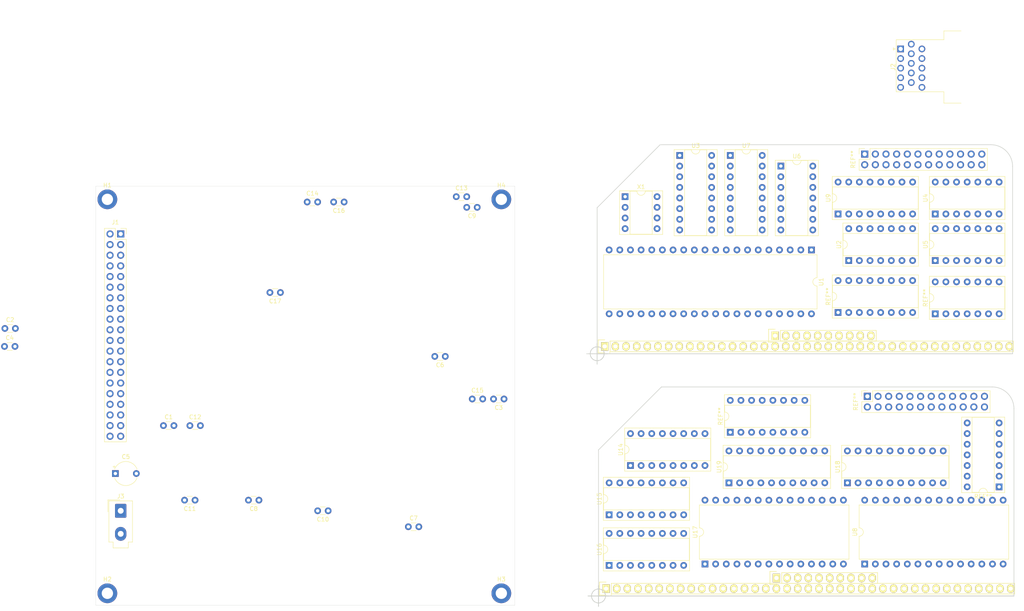
<source format=kicad_pcb>
(kicad_pcb (version 20171130) (host pcbnew 5.1.10-88a1d61d58~90~ubuntu20.04.1)

  (general
    (thickness 1.6)
    (drawings 24)
    (tracks 0)
    (zones 0)
    (modules 50)
    (nets 138)
  )

  (page A4)
  (layers
    (0 F.Cu signal)
    (31 B.Cu signal)
    (32 B.Adhes user)
    (33 F.Adhes user)
    (34 B.Paste user)
    (35 F.Paste user)
    (36 B.SilkS user)
    (37 F.SilkS user)
    (38 B.Mask user)
    (39 F.Mask user)
    (40 Dwgs.User user)
    (41 Cmts.User user)
    (42 Eco1.User user)
    (43 Eco2.User user)
    (44 Edge.Cuts user)
    (45 Margin user)
    (46 B.CrtYd user)
    (47 F.CrtYd user)
    (48 B.Fab user)
    (49 F.Fab user)
  )

  (setup
    (last_trace_width 0.1778)
    (user_trace_width 0.1778)
    (user_trace_width 0.254)
    (user_trace_width 0.635)
    (user_trace_width 1.016)
    (user_trace_width 1.27)
    (user_trace_width 1.905)
    (user_trace_width 2.54)
    (trace_clearance 0.1524)
    (zone_clearance 0.508)
    (zone_45_only no)
    (trace_min 0.1778)
    (via_size 0.6096)
    (via_drill 0.3048)
    (via_min_size 0.6096)
    (via_min_drill 0.3048)
    (user_via 0.6096 0.3048)
    (user_via 1.016 0.508)
    (uvia_size 0.6096)
    (uvia_drill 0.3048)
    (uvias_allowed no)
    (uvia_min_size 0.6096)
    (uvia_min_drill 0.3048)
    (edge_width 0.05)
    (segment_width 0.2)
    (pcb_text_width 0.3)
    (pcb_text_size 1.5 1.5)
    (mod_edge_width 0.12)
    (mod_text_size 1 1)
    (mod_text_width 0.15)
    (pad_size 1.524 1.524)
    (pad_drill 0.762)
    (pad_to_mask_clearance 0)
    (aux_axis_origin 0 0)
    (grid_origin 60.96 58.42)
    (visible_elements FFFFF77F)
    (pcbplotparams
      (layerselection 0x010fc_ffffffff)
      (usegerberextensions false)
      (usegerberattributes true)
      (usegerberadvancedattributes true)
      (creategerberjobfile true)
      (excludeedgelayer true)
      (linewidth 0.100000)
      (plotframeref false)
      (viasonmask false)
      (mode 1)
      (useauxorigin false)
      (hpglpennumber 1)
      (hpglpenspeed 20)
      (hpglpendiameter 15.000000)
      (psnegative false)
      (psa4output false)
      (plotreference true)
      (plotvalue true)
      (plotinvisibletext false)
      (padsonsilk false)
      (subtractmaskfromsilk false)
      (outputformat 1)
      (mirror false)
      (drillshape 1)
      (scaleselection 1)
      (outputdirectory ""))
  )

  (net 0 "")
  (net 1 /D0)
  (net 2 /D1)
  (net 3 /D2)
  (net 4 /D3)
  (net 5 /D4)
  (net 6 GND)
  (net 7 /D5)
  (net 8 /D6)
  (net 9 /D7)
  (net 10 /~RST)
  (net 11 /~WR)
  (net 12 /~CRT)
  (net 13 /A0)
  (net 14 /~IORQ)
  (net 15 /A1)
  (net 16 /A2)
  (net 17 /A3)
  (net 18 /A4)
  (net 19 /A5)
  (net 20 /A6)
  (net 21 /A7)
  (net 22 /A8)
  (net 23 /~RD)
  (net 24 /A9)
  (net 25 /A10)
  (net 26 /~MREQ)
  (net 27 /A11)
  (net 28 /A12)
  (net 29 /A13)
  (net 30 /A14)
  (net 31 /A15)
  (net 32 "Net-(J1-Pad38)")
  (net 33 /MCLK)
  (net 34 "Net-(U1-Pad3)")
  (net 35 /MA0)
  (net 36 /MA1)
  (net 37 /MA2)
  (net 38 /MA3)
  (net 39 /MA4)
  (net 40 /MA5)
  (net 41 /MA6)
  (net 42 /MA7)
  (net 43 /MA8)
  (net 44 /MA9)
  (net 45 /MA10)
  (net 46 "Net-(U1-Pad34)")
  (net 47 /MA11)
  (net 48 /RA3)
  (net 49 "Net-(U1-Pad16)")
  (net 50 /RA2)
  (net 51 "Net-(U1-Pad17)")
  (net 52 /RA1)
  (net 53 /DE)
  (net 54 /RA0)
  (net 55 /CURSOR)
  (net 56 /HS)
  (net 57 /VS)
  (net 58 +5V)
  (net 59 /LD3)
  (net 60 /LD6)
  (net 61 /LD2)
  (net 62 /LD5)
  (net 63 /LD1)
  (net 64 /LD4)
  (net 65 /LD0)
  (net 66 /CCLK)
  (net 67 /PCLK)
  (net 68 /VSYNC)
  (net 69 /HSYNC)
  (net 70 /VIDEO)
  (net 71 "Net-(U16-Pad12)")
  (net 72 "Net-(U17-Pad16)")
  (net 73 "Net-(U7-Pad13)")
  (net 74 "Net-(U7-Pad14)")
  (net 75 "Net-(U7-Pad15)")
  (net 76 /~CRTC)
  (net 77 /~VMEM)
  (net 78 "Net-(J1-Pad35)")
  (net 79 "Net-(J1-Pad37)")
  (net 80 "Net-(J2-Pad4)")
  (net 81 "Net-(J2-Pad9)")
  (net 82 "Net-(J2-Pad10)")
  (net 83 "Net-(J2-Pad11)")
  (net 84 "Net-(J2-Pad12)")
  (net 85 "Net-(J2-Pad15)")
  (net 86 "Net-(U2-Pad1)")
  (net 87 /memory/~WE)
  (net 88 "Net-(U2-Pad2)")
  (net 89 "Net-(U2-Pad3)")
  (net 90 /memory/DIR)
  (net 91 "Net-(U3-Pad11)")
  (net 92 "Net-(U3-Pad13)")
  (net 93 "Net-(U3-Pad14)")
  (net 94 "Net-(U3-Pad15)")
  (net 95 "Net-(U4-Pad6)")
  (net 96 "Net-(U4-Pad4)")
  (net 97 "Net-(U5-Pad2)")
  (net 98 "Net-(U5-Pad3)")
  (net 99 /memory/~OE)
  (net 100 "Net-(U6-Pad6)")
  (net 101 "Net-(U7-Pad11)")
  (net 102 "Net-(U7-Pad12)")
  (net 103 "Net-(U7-Pad2)")
  (net 104 "Net-(U8-Pad14)")
  (net 105 "Net-(U8-Pad13)")
  (net 106 "Net-(U8-Pad26)")
  (net 107 "Net-(U8-Pad12)")
  (net 108 "Net-(U8-Pad11)")
  (net 109 "Net-(U8-Pad19)")
  (net 110 "Net-(U8-Pad18)")
  (net 111 "Net-(U8-Pad17)")
  (net 112 /LD7)
  (net 113 "Net-(U8-Pad16)")
  (net 114 "Net-(U8-Pad15)")
  (net 115 "Net-(U9-Pad7)")
  (net 116 "Net-(U9-Pad10)")
  (net 117 "Net-(U14-Pad9)")
  (net 118 "Net-(U14-Pad4)")
  (net 119 "Net-(U14-Pad12)")
  (net 120 "Net-(U14-Pad7)")
  (net 121 "Net-(U15-Pad7)")
  (net 122 "Net-(U15-Pad12)")
  (net 123 "Net-(U15-Pad4)")
  (net 124 "Net-(U15-Pad9)")
  (net 125 "Net-(U16-Pad9)")
  (net 126 "Net-(U16-Pad4)")
  (net 127 "Net-(U16-Pad7)")
  (net 128 "Net-(U17-Pad15)")
  (net 129 "Net-(U17-Pad17)")
  (net 130 "Net-(U17-Pad18)")
  (net 131 "Net-(U17-Pad19)")
  (net 132 /memory/nOE)
  (net 133 "Net-(U17-Pad11)")
  (net 134 "Net-(U17-Pad12)")
  (net 135 "Net-(U17-Pad13)")
  (net 136 /memory/nWE)
  (net 137 "Net-(U18-Pad20)")

  (net_class Default "This is the default net class."
    (clearance 0.1524)
    (trace_width 0.1778)
    (via_dia 0.6096)
    (via_drill 0.3048)
    (uvia_dia 0.6096)
    (uvia_drill 0.3048)
    (diff_pair_width 0.254)
    (diff_pair_gap 0.254)
    (add_net +5V)
    (add_net /A0)
    (add_net /A1)
    (add_net /A10)
    (add_net /A11)
    (add_net /A12)
    (add_net /A13)
    (add_net /A14)
    (add_net /A15)
    (add_net /A2)
    (add_net /A3)
    (add_net /A4)
    (add_net /A5)
    (add_net /A6)
    (add_net /A7)
    (add_net /A8)
    (add_net /A9)
    (add_net /CCLK)
    (add_net /CURSOR)
    (add_net /D0)
    (add_net /D1)
    (add_net /D2)
    (add_net /D3)
    (add_net /D4)
    (add_net /D5)
    (add_net /D6)
    (add_net /D7)
    (add_net /DE)
    (add_net /HS)
    (add_net /HSYNC)
    (add_net /LD0)
    (add_net /LD1)
    (add_net /LD2)
    (add_net /LD3)
    (add_net /LD4)
    (add_net /LD5)
    (add_net /LD6)
    (add_net /LD7)
    (add_net /MA0)
    (add_net /MA1)
    (add_net /MA10)
    (add_net /MA11)
    (add_net /MA2)
    (add_net /MA3)
    (add_net /MA4)
    (add_net /MA5)
    (add_net /MA6)
    (add_net /MA7)
    (add_net /MA8)
    (add_net /MA9)
    (add_net /MCLK)
    (add_net /PCLK)
    (add_net /RA0)
    (add_net /RA1)
    (add_net /RA2)
    (add_net /RA3)
    (add_net /VIDEO)
    (add_net /VS)
    (add_net /VSYNC)
    (add_net /memory/DIR)
    (add_net /memory/nOE)
    (add_net /memory/nWE)
    (add_net /memory/~OE)
    (add_net /memory/~WE)
    (add_net /~CRT)
    (add_net /~CRTC)
    (add_net /~IORQ)
    (add_net /~MREQ)
    (add_net /~RD)
    (add_net /~RST)
    (add_net /~VMEM)
    (add_net /~WR)
    (add_net GND)
    (add_net "Net-(J1-Pad35)")
    (add_net "Net-(J1-Pad37)")
    (add_net "Net-(J1-Pad38)")
    (add_net "Net-(J2-Pad10)")
    (add_net "Net-(J2-Pad11)")
    (add_net "Net-(J2-Pad12)")
    (add_net "Net-(J2-Pad15)")
    (add_net "Net-(J2-Pad4)")
    (add_net "Net-(J2-Pad9)")
    (add_net "Net-(U1-Pad16)")
    (add_net "Net-(U1-Pad17)")
    (add_net "Net-(U1-Pad3)")
    (add_net "Net-(U1-Pad34)")
    (add_net "Net-(U14-Pad12)")
    (add_net "Net-(U14-Pad4)")
    (add_net "Net-(U14-Pad7)")
    (add_net "Net-(U14-Pad9)")
    (add_net "Net-(U15-Pad12)")
    (add_net "Net-(U15-Pad4)")
    (add_net "Net-(U15-Pad7)")
    (add_net "Net-(U15-Pad9)")
    (add_net "Net-(U16-Pad12)")
    (add_net "Net-(U16-Pad4)")
    (add_net "Net-(U16-Pad7)")
    (add_net "Net-(U16-Pad9)")
    (add_net "Net-(U17-Pad11)")
    (add_net "Net-(U17-Pad12)")
    (add_net "Net-(U17-Pad13)")
    (add_net "Net-(U17-Pad15)")
    (add_net "Net-(U17-Pad16)")
    (add_net "Net-(U17-Pad17)")
    (add_net "Net-(U17-Pad18)")
    (add_net "Net-(U17-Pad19)")
    (add_net "Net-(U18-Pad20)")
    (add_net "Net-(U2-Pad1)")
    (add_net "Net-(U2-Pad2)")
    (add_net "Net-(U2-Pad3)")
    (add_net "Net-(U3-Pad11)")
    (add_net "Net-(U3-Pad13)")
    (add_net "Net-(U3-Pad14)")
    (add_net "Net-(U3-Pad15)")
    (add_net "Net-(U4-Pad4)")
    (add_net "Net-(U4-Pad6)")
    (add_net "Net-(U5-Pad2)")
    (add_net "Net-(U5-Pad3)")
    (add_net "Net-(U6-Pad6)")
    (add_net "Net-(U7-Pad11)")
    (add_net "Net-(U7-Pad12)")
    (add_net "Net-(U7-Pad13)")
    (add_net "Net-(U7-Pad14)")
    (add_net "Net-(U7-Pad15)")
    (add_net "Net-(U7-Pad2)")
    (add_net "Net-(U8-Pad11)")
    (add_net "Net-(U8-Pad12)")
    (add_net "Net-(U8-Pad13)")
    (add_net "Net-(U8-Pad14)")
    (add_net "Net-(U8-Pad15)")
    (add_net "Net-(U8-Pad16)")
    (add_net "Net-(U8-Pad17)")
    (add_net "Net-(U8-Pad18)")
    (add_net "Net-(U8-Pad19)")
    (add_net "Net-(U8-Pad26)")
    (add_net "Net-(U9-Pad10)")
    (add_net "Net-(U9-Pad7)")
  )

  (module Package_DIP:DIP-14_W7.62mm_Socket (layer F.Cu) (tedit 5A02E8C5) (tstamp 61393CD6)
    (at 255.27 77.47 90)
    (descr "14-lead though-hole mounted DIP package, row spacing 7.62 mm (300 mils), Socket")
    (tags "THT DIP DIL PDIP 2.54mm 7.62mm 300mil Socket")
    (fp_text reference REF** (at 3.81 -2.33 90) (layer F.SilkS)
      (effects (font (size 1 1) (thickness 0.15)))
    )
    (fp_text value DIP-14_W7.62mm_Socket (at 3.81 17.57 90) (layer F.Fab)
      (effects (font (size 1 1) (thickness 0.15)))
    )
    (fp_line (start 9.15 -1.6) (end -1.55 -1.6) (layer F.CrtYd) (width 0.05))
    (fp_line (start 9.15 16.85) (end 9.15 -1.6) (layer F.CrtYd) (width 0.05))
    (fp_line (start -1.55 16.85) (end 9.15 16.85) (layer F.CrtYd) (width 0.05))
    (fp_line (start -1.55 -1.6) (end -1.55 16.85) (layer F.CrtYd) (width 0.05))
    (fp_line (start 8.95 -1.39) (end -1.33 -1.39) (layer F.SilkS) (width 0.12))
    (fp_line (start 8.95 16.63) (end 8.95 -1.39) (layer F.SilkS) (width 0.12))
    (fp_line (start -1.33 16.63) (end 8.95 16.63) (layer F.SilkS) (width 0.12))
    (fp_line (start -1.33 -1.39) (end -1.33 16.63) (layer F.SilkS) (width 0.12))
    (fp_line (start 6.46 -1.33) (end 4.81 -1.33) (layer F.SilkS) (width 0.12))
    (fp_line (start 6.46 16.57) (end 6.46 -1.33) (layer F.SilkS) (width 0.12))
    (fp_line (start 1.16 16.57) (end 6.46 16.57) (layer F.SilkS) (width 0.12))
    (fp_line (start 1.16 -1.33) (end 1.16 16.57) (layer F.SilkS) (width 0.12))
    (fp_line (start 2.81 -1.33) (end 1.16 -1.33) (layer F.SilkS) (width 0.12))
    (fp_line (start 8.89 -1.33) (end -1.27 -1.33) (layer F.Fab) (width 0.1))
    (fp_line (start 8.89 16.57) (end 8.89 -1.33) (layer F.Fab) (width 0.1))
    (fp_line (start -1.27 16.57) (end 8.89 16.57) (layer F.Fab) (width 0.1))
    (fp_line (start -1.27 -1.33) (end -1.27 16.57) (layer F.Fab) (width 0.1))
    (fp_line (start 0.635 -0.27) (end 1.635 -1.27) (layer F.Fab) (width 0.1))
    (fp_line (start 0.635 16.51) (end 0.635 -0.27) (layer F.Fab) (width 0.1))
    (fp_line (start 6.985 16.51) (end 0.635 16.51) (layer F.Fab) (width 0.1))
    (fp_line (start 6.985 -1.27) (end 6.985 16.51) (layer F.Fab) (width 0.1))
    (fp_line (start 1.635 -1.27) (end 6.985 -1.27) (layer F.Fab) (width 0.1))
    (fp_text user %R (at 3.81 7.62 90) (layer F.Fab)
      (effects (font (size 1 1) (thickness 0.15)))
    )
    (fp_arc (start 3.81 -1.33) (end 2.81 -1.33) (angle -180) (layer F.SilkS) (width 0.12))
    (pad 14 thru_hole oval (at 7.62 0 90) (size 1.6 1.6) (drill 0.8) (layers *.Cu *.Mask))
    (pad 7 thru_hole oval (at 0 15.24 90) (size 1.6 1.6) (drill 0.8) (layers *.Cu *.Mask))
    (pad 13 thru_hole oval (at 7.62 2.54 90) (size 1.6 1.6) (drill 0.8) (layers *.Cu *.Mask))
    (pad 6 thru_hole oval (at 0 12.7 90) (size 1.6 1.6) (drill 0.8) (layers *.Cu *.Mask))
    (pad 12 thru_hole oval (at 7.62 5.08 90) (size 1.6 1.6) (drill 0.8) (layers *.Cu *.Mask))
    (pad 5 thru_hole oval (at 0 10.16 90) (size 1.6 1.6) (drill 0.8) (layers *.Cu *.Mask))
    (pad 11 thru_hole oval (at 7.62 7.62 90) (size 1.6 1.6) (drill 0.8) (layers *.Cu *.Mask))
    (pad 4 thru_hole oval (at 0 7.62 90) (size 1.6 1.6) (drill 0.8) (layers *.Cu *.Mask))
    (pad 10 thru_hole oval (at 7.62 10.16 90) (size 1.6 1.6) (drill 0.8) (layers *.Cu *.Mask))
    (pad 3 thru_hole oval (at 0 5.08 90) (size 1.6 1.6) (drill 0.8) (layers *.Cu *.Mask))
    (pad 9 thru_hole oval (at 7.62 12.7 90) (size 1.6 1.6) (drill 0.8) (layers *.Cu *.Mask))
    (pad 2 thru_hole oval (at 0 2.54 90) (size 1.6 1.6) (drill 0.8) (layers *.Cu *.Mask))
    (pad 8 thru_hole oval (at 7.62 15.24 90) (size 1.6 1.6) (drill 0.8) (layers *.Cu *.Mask))
    (pad 1 thru_hole rect (at 0 0 90) (size 1.6 1.6) (drill 0.8) (layers *.Cu *.Mask))
    (model ${KISYS3DMOD}/Package_DIP.3dshapes/DIP-14_W7.62mm_Socket.wrl
      (at (xyz 0 0 0))
      (scale (xyz 1 1 1))
      (rotate (xyz 0 0 0))
    )
  )

  (module Package_DIP:DIP-16_W7.62mm_Socket (layer F.Cu) (tedit 5A02E8C5) (tstamp 61393BD9)
    (at 232.0925 77.1525 90)
    (descr "16-lead though-hole mounted DIP package, row spacing 7.62 mm (300 mils), Socket")
    (tags "THT DIP DIL PDIP 2.54mm 7.62mm 300mil Socket")
    (fp_text reference REF** (at 3.81 -2.33 90) (layer F.SilkS)
      (effects (font (size 1 1) (thickness 0.15)))
    )
    (fp_text value DIP-16_W7.62mm_Socket (at 3.81 20.11 90) (layer F.Fab)
      (effects (font (size 1 1) (thickness 0.15)))
    )
    (fp_line (start 9.15 -1.6) (end -1.55 -1.6) (layer F.CrtYd) (width 0.05))
    (fp_line (start 9.15 19.4) (end 9.15 -1.6) (layer F.CrtYd) (width 0.05))
    (fp_line (start -1.55 19.4) (end 9.15 19.4) (layer F.CrtYd) (width 0.05))
    (fp_line (start -1.55 -1.6) (end -1.55 19.4) (layer F.CrtYd) (width 0.05))
    (fp_line (start 8.95 -1.39) (end -1.33 -1.39) (layer F.SilkS) (width 0.12))
    (fp_line (start 8.95 19.17) (end 8.95 -1.39) (layer F.SilkS) (width 0.12))
    (fp_line (start -1.33 19.17) (end 8.95 19.17) (layer F.SilkS) (width 0.12))
    (fp_line (start -1.33 -1.39) (end -1.33 19.17) (layer F.SilkS) (width 0.12))
    (fp_line (start 6.46 -1.33) (end 4.81 -1.33) (layer F.SilkS) (width 0.12))
    (fp_line (start 6.46 19.11) (end 6.46 -1.33) (layer F.SilkS) (width 0.12))
    (fp_line (start 1.16 19.11) (end 6.46 19.11) (layer F.SilkS) (width 0.12))
    (fp_line (start 1.16 -1.33) (end 1.16 19.11) (layer F.SilkS) (width 0.12))
    (fp_line (start 2.81 -1.33) (end 1.16 -1.33) (layer F.SilkS) (width 0.12))
    (fp_line (start 8.89 -1.33) (end -1.27 -1.33) (layer F.Fab) (width 0.1))
    (fp_line (start 8.89 19.11) (end 8.89 -1.33) (layer F.Fab) (width 0.1))
    (fp_line (start -1.27 19.11) (end 8.89 19.11) (layer F.Fab) (width 0.1))
    (fp_line (start -1.27 -1.33) (end -1.27 19.11) (layer F.Fab) (width 0.1))
    (fp_line (start 0.635 -0.27) (end 1.635 -1.27) (layer F.Fab) (width 0.1))
    (fp_line (start 0.635 19.05) (end 0.635 -0.27) (layer F.Fab) (width 0.1))
    (fp_line (start 6.985 19.05) (end 0.635 19.05) (layer F.Fab) (width 0.1))
    (fp_line (start 6.985 -1.27) (end 6.985 19.05) (layer F.Fab) (width 0.1))
    (fp_line (start 1.635 -1.27) (end 6.985 -1.27) (layer F.Fab) (width 0.1))
    (fp_text user %R (at 3.81 8.89 90) (layer F.Fab)
      (effects (font (size 1 1) (thickness 0.15)))
    )
    (fp_arc (start 3.81 -1.33) (end 2.81 -1.33) (angle -180) (layer F.SilkS) (width 0.12))
    (pad 16 thru_hole oval (at 7.62 0 90) (size 1.6 1.6) (drill 0.8) (layers *.Cu *.Mask))
    (pad 8 thru_hole oval (at 0 17.78 90) (size 1.6 1.6) (drill 0.8) (layers *.Cu *.Mask))
    (pad 15 thru_hole oval (at 7.62 2.54 90) (size 1.6 1.6) (drill 0.8) (layers *.Cu *.Mask))
    (pad 7 thru_hole oval (at 0 15.24 90) (size 1.6 1.6) (drill 0.8) (layers *.Cu *.Mask))
    (pad 14 thru_hole oval (at 7.62 5.08 90) (size 1.6 1.6) (drill 0.8) (layers *.Cu *.Mask))
    (pad 6 thru_hole oval (at 0 12.7 90) (size 1.6 1.6) (drill 0.8) (layers *.Cu *.Mask))
    (pad 13 thru_hole oval (at 7.62 7.62 90) (size 1.6 1.6) (drill 0.8) (layers *.Cu *.Mask))
    (pad 5 thru_hole oval (at 0 10.16 90) (size 1.6 1.6) (drill 0.8) (layers *.Cu *.Mask))
    (pad 12 thru_hole oval (at 7.62 10.16 90) (size 1.6 1.6) (drill 0.8) (layers *.Cu *.Mask))
    (pad 4 thru_hole oval (at 0 7.62 90) (size 1.6 1.6) (drill 0.8) (layers *.Cu *.Mask))
    (pad 11 thru_hole oval (at 7.62 12.7 90) (size 1.6 1.6) (drill 0.8) (layers *.Cu *.Mask))
    (pad 3 thru_hole oval (at 0 5.08 90) (size 1.6 1.6) (drill 0.8) (layers *.Cu *.Mask))
    (pad 10 thru_hole oval (at 7.62 15.24 90) (size 1.6 1.6) (drill 0.8) (layers *.Cu *.Mask))
    (pad 2 thru_hole oval (at 0 2.54 90) (size 1.6 1.6) (drill 0.8) (layers *.Cu *.Mask))
    (pad 9 thru_hole oval (at 7.62 17.78 90) (size 1.6 1.6) (drill 0.8) (layers *.Cu *.Mask))
    (pad 1 thru_hole rect (at 0 0 90) (size 1.6 1.6) (drill 0.8) (layers *.Cu *.Mask))
    (model ${KISYS3DMOD}/Package_DIP.3dshapes/DIP-16_W7.62mm_Socket.wrl
      (at (xyz 0 0 0))
      (scale (xyz 1 1 1))
      (rotate (xyz 0 0 0))
    )
  )

  (module Package_DIP:DIP-16_W7.62mm_Socket (layer F.Cu) (tedit 5A02E8C5) (tstamp 613939DC)
    (at 206.375 105.7275 90)
    (descr "16-lead though-hole mounted DIP package, row spacing 7.62 mm (300 mils), Socket")
    (tags "THT DIP DIL PDIP 2.54mm 7.62mm 300mil Socket")
    (fp_text reference REF** (at 3.81 -2.33 90) (layer F.SilkS)
      (effects (font (size 1 1) (thickness 0.15)))
    )
    (fp_text value DIP-16_W7.62mm_Socket (at 3.81 20.11 90) (layer F.Fab)
      (effects (font (size 1 1) (thickness 0.15)))
    )
    (fp_line (start 9.15 -1.6) (end -1.55 -1.6) (layer F.CrtYd) (width 0.05))
    (fp_line (start 9.15 19.4) (end 9.15 -1.6) (layer F.CrtYd) (width 0.05))
    (fp_line (start -1.55 19.4) (end 9.15 19.4) (layer F.CrtYd) (width 0.05))
    (fp_line (start -1.55 -1.6) (end -1.55 19.4) (layer F.CrtYd) (width 0.05))
    (fp_line (start 8.95 -1.39) (end -1.33 -1.39) (layer F.SilkS) (width 0.12))
    (fp_line (start 8.95 19.17) (end 8.95 -1.39) (layer F.SilkS) (width 0.12))
    (fp_line (start -1.33 19.17) (end 8.95 19.17) (layer F.SilkS) (width 0.12))
    (fp_line (start -1.33 -1.39) (end -1.33 19.17) (layer F.SilkS) (width 0.12))
    (fp_line (start 6.46 -1.33) (end 4.81 -1.33) (layer F.SilkS) (width 0.12))
    (fp_line (start 6.46 19.11) (end 6.46 -1.33) (layer F.SilkS) (width 0.12))
    (fp_line (start 1.16 19.11) (end 6.46 19.11) (layer F.SilkS) (width 0.12))
    (fp_line (start 1.16 -1.33) (end 1.16 19.11) (layer F.SilkS) (width 0.12))
    (fp_line (start 2.81 -1.33) (end 1.16 -1.33) (layer F.SilkS) (width 0.12))
    (fp_line (start 8.89 -1.33) (end -1.27 -1.33) (layer F.Fab) (width 0.1))
    (fp_line (start 8.89 19.11) (end 8.89 -1.33) (layer F.Fab) (width 0.1))
    (fp_line (start -1.27 19.11) (end 8.89 19.11) (layer F.Fab) (width 0.1))
    (fp_line (start -1.27 -1.33) (end -1.27 19.11) (layer F.Fab) (width 0.1))
    (fp_line (start 0.635 -0.27) (end 1.635 -1.27) (layer F.Fab) (width 0.1))
    (fp_line (start 0.635 19.05) (end 0.635 -0.27) (layer F.Fab) (width 0.1))
    (fp_line (start 6.985 19.05) (end 0.635 19.05) (layer F.Fab) (width 0.1))
    (fp_line (start 6.985 -1.27) (end 6.985 19.05) (layer F.Fab) (width 0.1))
    (fp_line (start 1.635 -1.27) (end 6.985 -1.27) (layer F.Fab) (width 0.1))
    (fp_text user %R (at 3.81 8.89 90) (layer F.Fab)
      (effects (font (size 1 1) (thickness 0.15)))
    )
    (fp_arc (start 3.81 -1.33) (end 2.81 -1.33) (angle -180) (layer F.SilkS) (width 0.12))
    (pad 16 thru_hole oval (at 7.62 0 90) (size 1.6 1.6) (drill 0.8) (layers *.Cu *.Mask))
    (pad 8 thru_hole oval (at 0 17.78 90) (size 1.6 1.6) (drill 0.8) (layers *.Cu *.Mask))
    (pad 15 thru_hole oval (at 7.62 2.54 90) (size 1.6 1.6) (drill 0.8) (layers *.Cu *.Mask))
    (pad 7 thru_hole oval (at 0 15.24 90) (size 1.6 1.6) (drill 0.8) (layers *.Cu *.Mask))
    (pad 14 thru_hole oval (at 7.62 5.08 90) (size 1.6 1.6) (drill 0.8) (layers *.Cu *.Mask))
    (pad 6 thru_hole oval (at 0 12.7 90) (size 1.6 1.6) (drill 0.8) (layers *.Cu *.Mask))
    (pad 13 thru_hole oval (at 7.62 7.62 90) (size 1.6 1.6) (drill 0.8) (layers *.Cu *.Mask))
    (pad 5 thru_hole oval (at 0 10.16 90) (size 1.6 1.6) (drill 0.8) (layers *.Cu *.Mask))
    (pad 12 thru_hole oval (at 7.62 10.16 90) (size 1.6 1.6) (drill 0.8) (layers *.Cu *.Mask))
    (pad 4 thru_hole oval (at 0 7.62 90) (size 1.6 1.6) (drill 0.8) (layers *.Cu *.Mask))
    (pad 11 thru_hole oval (at 7.62 12.7 90) (size 1.6 1.6) (drill 0.8) (layers *.Cu *.Mask))
    (pad 3 thru_hole oval (at 0 5.08 90) (size 1.6 1.6) (drill 0.8) (layers *.Cu *.Mask))
    (pad 10 thru_hole oval (at 7.62 15.24 90) (size 1.6 1.6) (drill 0.8) (layers *.Cu *.Mask))
    (pad 2 thru_hole oval (at 0 2.54 90) (size 1.6 1.6) (drill 0.8) (layers *.Cu *.Mask))
    (pad 9 thru_hole oval (at 7.62 17.78 90) (size 1.6 1.6) (drill 0.8) (layers *.Cu *.Mask))
    (pad 1 thru_hole rect (at 0 0 90) (size 1.6 1.6) (drill 0.8) (layers *.Cu *.Mask))
    (model ${KISYS3DMOD}/Package_DIP.3dshapes/DIP-16_W7.62mm_Socket.wrl
      (at (xyz 0 0 0))
      (scale (xyz 1 1 1))
      (rotate (xyz 0 0 0))
    )
  )

  (module Package_DIP:DIP-14_W7.62mm_Socket (layer F.Cu) (tedit 5A02E8C5) (tstamp 61392DA3)
    (at 270.51 118.745 180)
    (descr "14-lead though-hole mounted DIP package, row spacing 7.62 mm (300 mils), Socket")
    (tags "THT DIP DIL PDIP 2.54mm 7.62mm 300mil Socket")
    (fp_text reference REF** (at 3.81 -2.33) (layer F.SilkS)
      (effects (font (size 1 1) (thickness 0.15)))
    )
    (fp_text value DIP-14_W7.62mm_Socket (at 3.81 17.57) (layer F.Fab)
      (effects (font (size 1 1) (thickness 0.15)))
    )
    (fp_line (start 9.15 -1.6) (end -1.55 -1.6) (layer F.CrtYd) (width 0.05))
    (fp_line (start 9.15 16.85) (end 9.15 -1.6) (layer F.CrtYd) (width 0.05))
    (fp_line (start -1.55 16.85) (end 9.15 16.85) (layer F.CrtYd) (width 0.05))
    (fp_line (start -1.55 -1.6) (end -1.55 16.85) (layer F.CrtYd) (width 0.05))
    (fp_line (start 8.95 -1.39) (end -1.33 -1.39) (layer F.SilkS) (width 0.12))
    (fp_line (start 8.95 16.63) (end 8.95 -1.39) (layer F.SilkS) (width 0.12))
    (fp_line (start -1.33 16.63) (end 8.95 16.63) (layer F.SilkS) (width 0.12))
    (fp_line (start -1.33 -1.39) (end -1.33 16.63) (layer F.SilkS) (width 0.12))
    (fp_line (start 6.46 -1.33) (end 4.81 -1.33) (layer F.SilkS) (width 0.12))
    (fp_line (start 6.46 16.57) (end 6.46 -1.33) (layer F.SilkS) (width 0.12))
    (fp_line (start 1.16 16.57) (end 6.46 16.57) (layer F.SilkS) (width 0.12))
    (fp_line (start 1.16 -1.33) (end 1.16 16.57) (layer F.SilkS) (width 0.12))
    (fp_line (start 2.81 -1.33) (end 1.16 -1.33) (layer F.SilkS) (width 0.12))
    (fp_line (start 8.89 -1.33) (end -1.27 -1.33) (layer F.Fab) (width 0.1))
    (fp_line (start 8.89 16.57) (end 8.89 -1.33) (layer F.Fab) (width 0.1))
    (fp_line (start -1.27 16.57) (end 8.89 16.57) (layer F.Fab) (width 0.1))
    (fp_line (start -1.27 -1.33) (end -1.27 16.57) (layer F.Fab) (width 0.1))
    (fp_line (start 0.635 -0.27) (end 1.635 -1.27) (layer F.Fab) (width 0.1))
    (fp_line (start 0.635 16.51) (end 0.635 -0.27) (layer F.Fab) (width 0.1))
    (fp_line (start 6.985 16.51) (end 0.635 16.51) (layer F.Fab) (width 0.1))
    (fp_line (start 6.985 -1.27) (end 6.985 16.51) (layer F.Fab) (width 0.1))
    (fp_line (start 1.635 -1.27) (end 6.985 -1.27) (layer F.Fab) (width 0.1))
    (fp_text user %R (at 3.81 7.62) (layer F.Fab)
      (effects (font (size 1 1) (thickness 0.15)))
    )
    (fp_arc (start 3.81 -1.33) (end 2.81 -1.33) (angle -180) (layer F.SilkS) (width 0.12))
    (pad 14 thru_hole oval (at 7.62 0 180) (size 1.6 1.6) (drill 0.8) (layers *.Cu *.Mask))
    (pad 7 thru_hole oval (at 0 15.24 180) (size 1.6 1.6) (drill 0.8) (layers *.Cu *.Mask))
    (pad 13 thru_hole oval (at 7.62 2.54 180) (size 1.6 1.6) (drill 0.8) (layers *.Cu *.Mask))
    (pad 6 thru_hole oval (at 0 12.7 180) (size 1.6 1.6) (drill 0.8) (layers *.Cu *.Mask))
    (pad 12 thru_hole oval (at 7.62 5.08 180) (size 1.6 1.6) (drill 0.8) (layers *.Cu *.Mask))
    (pad 5 thru_hole oval (at 0 10.16 180) (size 1.6 1.6) (drill 0.8) (layers *.Cu *.Mask))
    (pad 11 thru_hole oval (at 7.62 7.62 180) (size 1.6 1.6) (drill 0.8) (layers *.Cu *.Mask))
    (pad 4 thru_hole oval (at 0 7.62 180) (size 1.6 1.6) (drill 0.8) (layers *.Cu *.Mask))
    (pad 10 thru_hole oval (at 7.62 10.16 180) (size 1.6 1.6) (drill 0.8) (layers *.Cu *.Mask))
    (pad 3 thru_hole oval (at 0 5.08 180) (size 1.6 1.6) (drill 0.8) (layers *.Cu *.Mask))
    (pad 9 thru_hole oval (at 7.62 12.7 180) (size 1.6 1.6) (drill 0.8) (layers *.Cu *.Mask))
    (pad 2 thru_hole oval (at 0 2.54 180) (size 1.6 1.6) (drill 0.8) (layers *.Cu *.Mask))
    (pad 8 thru_hole oval (at 7.62 15.24 180) (size 1.6 1.6) (drill 0.8) (layers *.Cu *.Mask))
    (pad 1 thru_hole rect (at 0 0 180) (size 1.6 1.6) (drill 0.8) (layers *.Cu *.Mask))
    (model ${KISYS3DMOD}/Package_DIP.3dshapes/DIP-14_W7.62mm_Socket.wrl
      (at (xyz 0 0 0))
      (scale (xyz 1 1 1))
      (rotate (xyz 0 0 0))
    )
  )

  (module Connector_PinSocket_2.54mm:PinSocket_2x12_P2.54mm_Vertical (layer F.Cu) (tedit 5A19A41B) (tstamp 613924CB)
    (at 238.4425 39.37 90)
    (descr "Through hole straight socket strip, 2x12, 2.54mm pitch, double cols (from Kicad 4.0.7), script generated")
    (tags "Through hole socket strip THT 2x12 2.54mm double row")
    (fp_text reference REF** (at -1.27 -2.77 90) (layer F.SilkS)
      (effects (font (size 1 1) (thickness 0.15)))
    )
    (fp_text value PinSocket_2x12_P2.54mm_Vertical (at -1.27 30.71 90) (layer F.Fab)
      (effects (font (size 1 1) (thickness 0.15)))
    )
    (fp_line (start -4.34 29.7) (end -4.34 -1.8) (layer F.CrtYd) (width 0.05))
    (fp_line (start 1.76 29.7) (end -4.34 29.7) (layer F.CrtYd) (width 0.05))
    (fp_line (start 1.76 -1.8) (end 1.76 29.7) (layer F.CrtYd) (width 0.05))
    (fp_line (start -4.34 -1.8) (end 1.76 -1.8) (layer F.CrtYd) (width 0.05))
    (fp_line (start 0 -1.33) (end 1.33 -1.33) (layer F.SilkS) (width 0.12))
    (fp_line (start 1.33 -1.33) (end 1.33 0) (layer F.SilkS) (width 0.12))
    (fp_line (start -1.27 -1.33) (end -1.27 1.27) (layer F.SilkS) (width 0.12))
    (fp_line (start -1.27 1.27) (end 1.33 1.27) (layer F.SilkS) (width 0.12))
    (fp_line (start 1.33 1.27) (end 1.33 29.27) (layer F.SilkS) (width 0.12))
    (fp_line (start -3.87 29.27) (end 1.33 29.27) (layer F.SilkS) (width 0.12))
    (fp_line (start -3.87 -1.33) (end -3.87 29.27) (layer F.SilkS) (width 0.12))
    (fp_line (start -3.87 -1.33) (end -1.27 -1.33) (layer F.SilkS) (width 0.12))
    (fp_line (start -3.81 29.21) (end -3.81 -1.27) (layer F.Fab) (width 0.1))
    (fp_line (start 1.27 29.21) (end -3.81 29.21) (layer F.Fab) (width 0.1))
    (fp_line (start 1.27 -0.27) (end 1.27 29.21) (layer F.Fab) (width 0.1))
    (fp_line (start 0.27 -1.27) (end 1.27 -0.27) (layer F.Fab) (width 0.1))
    (fp_line (start -3.81 -1.27) (end 0.27 -1.27) (layer F.Fab) (width 0.1))
    (fp_text user %R (at -1.27 13.97) (layer F.Fab)
      (effects (font (size 1 1) (thickness 0.15)))
    )
    (pad 24 thru_hole oval (at -2.54 27.94 90) (size 1.7 1.7) (drill 1) (layers *.Cu *.Mask))
    (pad 23 thru_hole oval (at 0 27.94 90) (size 1.7 1.7) (drill 1) (layers *.Cu *.Mask))
    (pad 22 thru_hole oval (at -2.54 25.4 90) (size 1.7 1.7) (drill 1) (layers *.Cu *.Mask))
    (pad 21 thru_hole oval (at 0 25.4 90) (size 1.7 1.7) (drill 1) (layers *.Cu *.Mask))
    (pad 20 thru_hole oval (at -2.54 22.86 90) (size 1.7 1.7) (drill 1) (layers *.Cu *.Mask))
    (pad 19 thru_hole oval (at 0 22.86 90) (size 1.7 1.7) (drill 1) (layers *.Cu *.Mask))
    (pad 18 thru_hole oval (at -2.54 20.32 90) (size 1.7 1.7) (drill 1) (layers *.Cu *.Mask))
    (pad 17 thru_hole oval (at 0 20.32 90) (size 1.7 1.7) (drill 1) (layers *.Cu *.Mask))
    (pad 16 thru_hole oval (at -2.54 17.78 90) (size 1.7 1.7) (drill 1) (layers *.Cu *.Mask))
    (pad 15 thru_hole oval (at 0 17.78 90) (size 1.7 1.7) (drill 1) (layers *.Cu *.Mask))
    (pad 14 thru_hole oval (at -2.54 15.24 90) (size 1.7 1.7) (drill 1) (layers *.Cu *.Mask))
    (pad 13 thru_hole oval (at 0 15.24 90) (size 1.7 1.7) (drill 1) (layers *.Cu *.Mask))
    (pad 12 thru_hole oval (at -2.54 12.7 90) (size 1.7 1.7) (drill 1) (layers *.Cu *.Mask))
    (pad 11 thru_hole oval (at 0 12.7 90) (size 1.7 1.7) (drill 1) (layers *.Cu *.Mask))
    (pad 10 thru_hole oval (at -2.54 10.16 90) (size 1.7 1.7) (drill 1) (layers *.Cu *.Mask))
    (pad 9 thru_hole oval (at 0 10.16 90) (size 1.7 1.7) (drill 1) (layers *.Cu *.Mask))
    (pad 8 thru_hole oval (at -2.54 7.62 90) (size 1.7 1.7) (drill 1) (layers *.Cu *.Mask))
    (pad 7 thru_hole oval (at 0 7.62 90) (size 1.7 1.7) (drill 1) (layers *.Cu *.Mask))
    (pad 6 thru_hole oval (at -2.54 5.08 90) (size 1.7 1.7) (drill 1) (layers *.Cu *.Mask))
    (pad 5 thru_hole oval (at 0 5.08 90) (size 1.7 1.7) (drill 1) (layers *.Cu *.Mask))
    (pad 4 thru_hole oval (at -2.54 2.54 90) (size 1.7 1.7) (drill 1) (layers *.Cu *.Mask))
    (pad 3 thru_hole oval (at 0 2.54 90) (size 1.7 1.7) (drill 1) (layers *.Cu *.Mask))
    (pad 2 thru_hole oval (at -2.54 0 90) (size 1.7 1.7) (drill 1) (layers *.Cu *.Mask))
    (pad 1 thru_hole rect (at 0 0 90) (size 1.7 1.7) (drill 1) (layers *.Cu *.Mask))
    (model ${KISYS3DMOD}/Connector_PinSocket_2.54mm.3dshapes/PinSocket_2x12_P2.54mm_Vertical.wrl
      (at (xyz 0 0 0))
      (scale (xyz 1 1 1))
      (rotate (xyz 0 0 0))
    )
  )

  (module Connector_PinSocket_2.54mm:PinSocket_2x12_P2.54mm_Vertical (layer F.Cu) (tedit 5A19A41B) (tstamp 613923BA)
    (at 239.0775 97.155 90)
    (descr "Through hole straight socket strip, 2x12, 2.54mm pitch, double cols (from Kicad 4.0.7), script generated")
    (tags "Through hole socket strip THT 2x12 2.54mm double row")
    (fp_text reference REF** (at -1.27 -2.77 90) (layer F.SilkS)
      (effects (font (size 1 1) (thickness 0.15)))
    )
    (fp_text value PinSocket_2x12_P2.54mm_Vertical (at -1.27 30.71 90) (layer F.Fab)
      (effects (font (size 1 1) (thickness 0.15)))
    )
    (fp_line (start -4.34 29.7) (end -4.34 -1.8) (layer F.CrtYd) (width 0.05))
    (fp_line (start 1.76 29.7) (end -4.34 29.7) (layer F.CrtYd) (width 0.05))
    (fp_line (start 1.76 -1.8) (end 1.76 29.7) (layer F.CrtYd) (width 0.05))
    (fp_line (start -4.34 -1.8) (end 1.76 -1.8) (layer F.CrtYd) (width 0.05))
    (fp_line (start 0 -1.33) (end 1.33 -1.33) (layer F.SilkS) (width 0.12))
    (fp_line (start 1.33 -1.33) (end 1.33 0) (layer F.SilkS) (width 0.12))
    (fp_line (start -1.27 -1.33) (end -1.27 1.27) (layer F.SilkS) (width 0.12))
    (fp_line (start -1.27 1.27) (end 1.33 1.27) (layer F.SilkS) (width 0.12))
    (fp_line (start 1.33 1.27) (end 1.33 29.27) (layer F.SilkS) (width 0.12))
    (fp_line (start -3.87 29.27) (end 1.33 29.27) (layer F.SilkS) (width 0.12))
    (fp_line (start -3.87 -1.33) (end -3.87 29.27) (layer F.SilkS) (width 0.12))
    (fp_line (start -3.87 -1.33) (end -1.27 -1.33) (layer F.SilkS) (width 0.12))
    (fp_line (start -3.81 29.21) (end -3.81 -1.27) (layer F.Fab) (width 0.1))
    (fp_line (start 1.27 29.21) (end -3.81 29.21) (layer F.Fab) (width 0.1))
    (fp_line (start 1.27 -0.27) (end 1.27 29.21) (layer F.Fab) (width 0.1))
    (fp_line (start 0.27 -1.27) (end 1.27 -0.27) (layer F.Fab) (width 0.1))
    (fp_line (start -3.81 -1.27) (end 0.27 -1.27) (layer F.Fab) (width 0.1))
    (fp_text user %R (at -1.27 13.97) (layer F.Fab)
      (effects (font (size 1 1) (thickness 0.15)))
    )
    (pad 24 thru_hole oval (at -2.54 27.94 90) (size 1.7 1.7) (drill 1) (layers *.Cu *.Mask))
    (pad 23 thru_hole oval (at 0 27.94 90) (size 1.7 1.7) (drill 1) (layers *.Cu *.Mask))
    (pad 22 thru_hole oval (at -2.54 25.4 90) (size 1.7 1.7) (drill 1) (layers *.Cu *.Mask))
    (pad 21 thru_hole oval (at 0 25.4 90) (size 1.7 1.7) (drill 1) (layers *.Cu *.Mask))
    (pad 20 thru_hole oval (at -2.54 22.86 90) (size 1.7 1.7) (drill 1) (layers *.Cu *.Mask))
    (pad 19 thru_hole oval (at 0 22.86 90) (size 1.7 1.7) (drill 1) (layers *.Cu *.Mask))
    (pad 18 thru_hole oval (at -2.54 20.32 90) (size 1.7 1.7) (drill 1) (layers *.Cu *.Mask))
    (pad 17 thru_hole oval (at 0 20.32 90) (size 1.7 1.7) (drill 1) (layers *.Cu *.Mask))
    (pad 16 thru_hole oval (at -2.54 17.78 90) (size 1.7 1.7) (drill 1) (layers *.Cu *.Mask))
    (pad 15 thru_hole oval (at 0 17.78 90) (size 1.7 1.7) (drill 1) (layers *.Cu *.Mask))
    (pad 14 thru_hole oval (at -2.54 15.24 90) (size 1.7 1.7) (drill 1) (layers *.Cu *.Mask))
    (pad 13 thru_hole oval (at 0 15.24 90) (size 1.7 1.7) (drill 1) (layers *.Cu *.Mask))
    (pad 12 thru_hole oval (at -2.54 12.7 90) (size 1.7 1.7) (drill 1) (layers *.Cu *.Mask))
    (pad 11 thru_hole oval (at 0 12.7 90) (size 1.7 1.7) (drill 1) (layers *.Cu *.Mask))
    (pad 10 thru_hole oval (at -2.54 10.16 90) (size 1.7 1.7) (drill 1) (layers *.Cu *.Mask))
    (pad 9 thru_hole oval (at 0 10.16 90) (size 1.7 1.7) (drill 1) (layers *.Cu *.Mask))
    (pad 8 thru_hole oval (at -2.54 7.62 90) (size 1.7 1.7) (drill 1) (layers *.Cu *.Mask))
    (pad 7 thru_hole oval (at 0 7.62 90) (size 1.7 1.7) (drill 1) (layers *.Cu *.Mask))
    (pad 6 thru_hole oval (at -2.54 5.08 90) (size 1.7 1.7) (drill 1) (layers *.Cu *.Mask))
    (pad 5 thru_hole oval (at 0 5.08 90) (size 1.7 1.7) (drill 1) (layers *.Cu *.Mask))
    (pad 4 thru_hole oval (at -2.54 2.54 90) (size 1.7 1.7) (drill 1) (layers *.Cu *.Mask))
    (pad 3 thru_hole oval (at 0 2.54 90) (size 1.7 1.7) (drill 1) (layers *.Cu *.Mask))
    (pad 2 thru_hole oval (at -2.54 0 90) (size 1.7 1.7) (drill 1) (layers *.Cu *.Mask))
    (pad 1 thru_hole rect (at 0 0 90) (size 1.7 1.7) (drill 1) (layers *.Cu *.Mask))
    (model ${KISYS3DMOD}/Connector_PinSocket_2.54mm.3dshapes/PinSocket_2x12_P2.54mm_Vertical.wrl
      (at (xyz 0 0 0))
      (scale (xyz 1 1 1))
      (rotate (xyz 0 0 0))
    )
  )

  (module Pin_Headers:Pin_Header_Straight_1x40 (layer F.Cu) (tedit 583F5AD1) (tstamp 6138AD89)
    (at 176.7459 143.0274 90)
    (descr "Through hole pin header")
    (tags "pin header")
    (path /57B2D86C)
    (fp_text reference "" (at 95.2119 16.6624 90) (layer F.SilkS) hide
      (effects (font (size 1 1) (thickness 0.15)))
    )
    (fp_text value "" (at 71.1454 23.5966 90) (layer F.Fab) hide
      (effects (font (size 1 1) (thickness 0.15)))
    )
    (fp_line (start -1.55 -1.55) (end 1.55 -1.55) (layer F.SilkS) (width 0.15))
    (fp_line (start -1.55 0) (end -1.55 -1.55) (layer F.SilkS) (width 0.15))
    (fp_line (start 1.27 1.27) (end -1.27 1.27) (layer F.SilkS) (width 0.15))
    (fp_line (start 1.55 -1.55) (end 1.55 0) (layer F.SilkS) (width 0.15))
    (fp_line (start 1.27 97.4598) (end 1.27 1.27) (layer F.SilkS) (width 0.15))
    (fp_line (start -1.27 97.4598) (end 1.27 97.4598) (layer F.SilkS) (width 0.15))
    (fp_line (start -1.27 1.27) (end -1.27 97.4598) (layer F.SilkS) (width 0.15))
    (fp_line (start -1.75 97.5226) (end 1.75 97.5226) (layer F.CrtYd) (width 0.05))
    (fp_line (start -1.75 -1.75) (end 1.75 -1.75) (layer F.CrtYd) (width 0.05))
    (fp_line (start 1.75 -1.75) (end 1.75 97.4598) (layer F.CrtYd) (width 0.05))
    (fp_line (start -1.75 -1.75) (end -1.75 97.4598) (layer F.CrtYd) (width 0.05))
    (pad 39 thru_hole oval (at 0 96.52 90) (size 2.032 1.7272) (drill 1.016) (layers *.Cu *.Mask F.SilkS))
    (pad 38 thru_hole oval (at 0 93.98 90) (size 2.032 1.7272) (drill 1.016) (layers *.Cu *.Mask F.SilkS))
    (pad 37 thru_hole oval (at 0 91.44 90) (size 2.032 1.7272) (drill 1.016) (layers *.Cu *.Mask F.SilkS))
    (pad 36 thru_hole oval (at 0 88.9 90) (size 2.032 1.7272) (drill 1.016) (layers *.Cu *.Mask F.SilkS))
    (pad 35 thru_hole oval (at 0 86.36 90) (size 2.032 1.7272) (drill 1.016) (layers *.Cu *.Mask F.SilkS))
    (pad 34 thru_hole oval (at 0 83.82 90) (size 2.032 1.7272) (drill 1.016) (layers *.Cu *.Mask F.SilkS))
    (pad 33 thru_hole oval (at 0 81.28 90) (size 2.032 1.7272) (drill 1.016) (layers *.Cu *.Mask F.SilkS))
    (pad 32 thru_hole oval (at 0 78.74 90) (size 2.032 1.7272) (drill 1.016) (layers *.Cu *.Mask F.SilkS))
    (pad 31 thru_hole oval (at 0 76.2 90) (size 2.032 1.7272) (drill 1.016) (layers *.Cu *.Mask F.SilkS))
    (pad 30 thru_hole oval (at 0 73.66 90) (size 2.032 1.7272) (drill 1.016) (layers *.Cu *.Mask F.SilkS))
    (pad 29 thru_hole oval (at 0 71.12 90) (size 2.032 1.7272) (drill 1.016) (layers *.Cu *.Mask F.SilkS))
    (pad 28 thru_hole oval (at 0 68.58 90) (size 2.032 1.7272) (drill 1.016) (layers *.Cu *.Mask F.SilkS))
    (pad 27 thru_hole oval (at 0 66.04 90) (size 2.032 1.7272) (drill 1.016) (layers *.Cu *.Mask F.SilkS))
    (pad 26 thru_hole oval (at 0 63.5 90) (size 2.032 1.7272) (drill 1.016) (layers *.Cu *.Mask F.SilkS))
    (pad 25 thru_hole oval (at 0 60.96 90) (size 2.032 1.7272) (drill 1.016) (layers *.Cu *.Mask F.SilkS))
    (pad 24 thru_hole oval (at 0 58.42 90) (size 2.032 1.7272) (drill 1.016) (layers *.Cu *.Mask F.SilkS))
    (pad 23 thru_hole oval (at 0 55.88 90) (size 2.032 1.7272) (drill 1.016) (layers *.Cu *.Mask F.SilkS))
    (pad 22 thru_hole oval (at 0 53.34 90) (size 2.032 1.7272) (drill 1.016) (layers *.Cu *.Mask F.SilkS))
    (pad 21 thru_hole oval (at 0 50.8 90) (size 2.032 1.7272) (drill 1.016) (layers *.Cu *.Mask F.SilkS))
    (pad 20 thru_hole oval (at 0 48.26 90) (size 2.032 1.7272) (drill 1.016) (layers *.Cu *.Mask F.SilkS))
    (pad 19 thru_hole oval (at 0 45.72 90) (size 2.032 1.7272) (drill 1.016) (layers *.Cu *.Mask F.SilkS))
    (pad 18 thru_hole oval (at 0 43.18 90) (size 2.032 1.7272) (drill 1.016) (layers *.Cu *.Mask F.SilkS))
    (pad 17 thru_hole oval (at 0 40.64 90) (size 2.032 1.7272) (drill 1.016) (layers *.Cu *.Mask F.SilkS))
    (pad 16 thru_hole oval (at 0 38.1 90) (size 2.032 1.7272) (drill 1.016) (layers *.Cu *.Mask F.SilkS))
    (pad 15 thru_hole oval (at 0 35.56 90) (size 2.032 1.7272) (drill 1.016) (layers *.Cu *.Mask F.SilkS))
    (pad 14 thru_hole oval (at 0 33.02 90) (size 2.032 1.7272) (drill 1.016) (layers *.Cu *.Mask F.SilkS))
    (pad 13 thru_hole oval (at 0 30.48 90) (size 2.032 1.7272) (drill 1.016) (layers *.Cu *.Mask F.SilkS))
    (pad 12 thru_hole oval (at 0 27.94 90) (size 2.032 1.7272) (drill 1.016) (layers *.Cu *.Mask F.SilkS))
    (pad 11 thru_hole oval (at 0 25.4 90) (size 2.032 1.7272) (drill 1.016) (layers *.Cu *.Mask F.SilkS))
    (pad 10 thru_hole oval (at 0 22.86 90) (size 2.032 1.7272) (drill 1.016) (layers *.Cu *.Mask F.SilkS))
    (pad 9 thru_hole oval (at 0 20.32 90) (size 2.032 1.7272) (drill 1.016) (layers *.Cu *.Mask F.SilkS))
    (pad 8 thru_hole oval (at 0 17.78 90) (size 2.032 1.7272) (drill 1.016) (layers *.Cu *.Mask F.SilkS))
    (pad 7 thru_hole oval (at 0 15.24 90) (size 2.032 1.7272) (drill 1.016) (layers *.Cu *.Mask F.SilkS))
    (pad 6 thru_hole oval (at 0 12.7 90) (size 2.032 1.7272) (drill 1.016) (layers *.Cu *.Mask F.SilkS))
    (pad 5 thru_hole oval (at 0 10.16 90) (size 2.032 1.7272) (drill 1.016) (layers *.Cu *.Mask F.SilkS))
    (pad 4 thru_hole oval (at 0 7.62 90) (size 2.032 1.7272) (drill 1.016) (layers *.Cu *.Mask F.SilkS))
    (pad 3 thru_hole oval (at 0 5.08 90) (size 2.032 1.7272) (drill 1.016) (layers *.Cu *.Mask F.SilkS))
    (pad 2 thru_hole oval (at 0 2.54 90) (size 2.032 1.7272) (drill 1.016) (layers *.Cu *.Mask F.SilkS))
    (pad 1 thru_hole rect (at 0 0 90) (size 2.032 1.7272) (drill 1.016) (layers *.Cu *.Mask F.SilkS))
    (model Pin_Headers.3dshapes/Pin_Header_Straight_1x40.wrl
      (offset (xyz 0 -49.52999925613403 0))
      (scale (xyz 1 1 1))
      (rotate (xyz 0 0 90))
    )
  )

  (module Pin_Headers:Pin_Header_Straight_1x10 (layer F.Cu) (tedit 583F5AE3) (tstamp 6138AD70)
    (at 217.3859 140.4874 90)
    (descr "Through hole pin header")
    (tags "pin header")
    (path /57B2E338)
    (fp_text reference "" (at 81.5594 24.4094 90) (layer F.SilkS) hide
      (effects (font (size 1 1) (thickness 0.15)))
    )
    (fp_text value "" (at 70.5866 12.8524 90) (layer F.Fab) hide
      (effects (font (size 1 1) (thickness 0.15)))
    )
    (fp_line (start -1.55 -1.55) (end 1.55 -1.55) (layer F.SilkS) (width 0.15))
    (fp_line (start -1.55 0) (end -1.55 -1.55) (layer F.SilkS) (width 0.15))
    (fp_line (start 1.27 1.27) (end -1.27 1.27) (layer F.SilkS) (width 0.15))
    (fp_line (start 1.55 -1.55) (end 1.55 0) (layer F.SilkS) (width 0.15))
    (fp_line (start -1.27 24.13) (end -1.27 1.27) (layer F.SilkS) (width 0.15))
    (fp_line (start 1.27 24.13) (end -1.27 24.13) (layer F.SilkS) (width 0.15))
    (fp_line (start 1.27 1.27) (end 1.27 24.13) (layer F.SilkS) (width 0.15))
    (fp_line (start -1.75 24.65) (end 1.75 24.65) (layer F.CrtYd) (width 0.05))
    (fp_line (start -1.75 -1.75) (end 1.75 -1.75) (layer F.CrtYd) (width 0.05))
    (fp_line (start 1.75 -1.75) (end 1.75 24.65) (layer F.CrtYd) (width 0.05))
    (fp_line (start -1.75 -1.75) (end -1.75 24.65) (layer F.CrtYd) (width 0.05))
    (pad 10 thru_hole oval (at 0 22.86 90) (size 2.032 1.7272) (drill 1.016) (layers *.Cu *.Mask F.SilkS))
    (pad 9 thru_hole oval (at 0 20.32 90) (size 2.032 1.7272) (drill 1.016) (layers *.Cu *.Mask F.SilkS))
    (pad 8 thru_hole oval (at 0 17.78 90) (size 2.032 1.7272) (drill 1.016) (layers *.Cu *.Mask F.SilkS))
    (pad 7 thru_hole oval (at 0 15.24 90) (size 2.032 1.7272) (drill 1.016) (layers *.Cu *.Mask F.SilkS))
    (pad 6 thru_hole oval (at 0 12.7 90) (size 2.032 1.7272) (drill 1.016) (layers *.Cu *.Mask F.SilkS))
    (pad 5 thru_hole oval (at 0 10.16 90) (size 2.032 1.7272) (drill 1.016) (layers *.Cu *.Mask F.SilkS))
    (pad 4 thru_hole oval (at 0 7.62 90) (size 2.032 1.7272) (drill 1.016) (layers *.Cu *.Mask F.SilkS))
    (pad 3 thru_hole oval (at 0 5.08 90) (size 2.032 1.7272) (drill 1.016) (layers *.Cu *.Mask F.SilkS))
    (pad 2 thru_hole oval (at 0 2.54 90) (size 2.032 1.7272) (drill 1.016) (layers *.Cu *.Mask F.SilkS))
    (pad 1 thru_hole rect (at 0 0 90) (size 2.032 1.7272) (drill 1.016) (layers *.Cu *.Mask F.SilkS))
    (model Pin_Headers.3dshapes/Pin_Header_Straight_1x10.wrl
      (offset (xyz 0 -11.42999982833862 0))
      (scale (xyz 1 1 1))
      (rotate (xyz 0 0 90))
    )
  )

  (module Pin_Headers:Pin_Header_Straight_1x40 (layer F.Cu) (tedit 583F5AD1) (tstamp 6138AD89)
    (at 176.4284 85.2424 90)
    (descr "Through hole pin header")
    (tags "pin header")
    (path /57B2D86C)
    (fp_text reference "" (at 95.2119 16.6624 90) (layer F.SilkS) hide
      (effects (font (size 1 1) (thickness 0.15)))
    )
    (fp_text value "" (at 71.1454 23.5966 90) (layer F.Fab) hide
      (effects (font (size 1 1) (thickness 0.15)))
    )
    (fp_line (start -1.55 -1.55) (end 1.55 -1.55) (layer F.SilkS) (width 0.15))
    (fp_line (start -1.55 0) (end -1.55 -1.55) (layer F.SilkS) (width 0.15))
    (fp_line (start 1.27 1.27) (end -1.27 1.27) (layer F.SilkS) (width 0.15))
    (fp_line (start 1.55 -1.55) (end 1.55 0) (layer F.SilkS) (width 0.15))
    (fp_line (start 1.27 97.4598) (end 1.27 1.27) (layer F.SilkS) (width 0.15))
    (fp_line (start -1.27 97.4598) (end 1.27 97.4598) (layer F.SilkS) (width 0.15))
    (fp_line (start -1.27 1.27) (end -1.27 97.4598) (layer F.SilkS) (width 0.15))
    (fp_line (start -1.75 97.5226) (end 1.75 97.5226) (layer F.CrtYd) (width 0.05))
    (fp_line (start -1.75 -1.75) (end 1.75 -1.75) (layer F.CrtYd) (width 0.05))
    (fp_line (start 1.75 -1.75) (end 1.75 97.4598) (layer F.CrtYd) (width 0.05))
    (fp_line (start -1.75 -1.75) (end -1.75 97.4598) (layer F.CrtYd) (width 0.05))
    (pad 39 thru_hole oval (at 0 96.52 90) (size 2.032 1.7272) (drill 1.016) (layers *.Cu *.Mask F.SilkS))
    (pad 38 thru_hole oval (at 0 93.98 90) (size 2.032 1.7272) (drill 1.016) (layers *.Cu *.Mask F.SilkS))
    (pad 37 thru_hole oval (at 0 91.44 90) (size 2.032 1.7272) (drill 1.016) (layers *.Cu *.Mask F.SilkS))
    (pad 36 thru_hole oval (at 0 88.9 90) (size 2.032 1.7272) (drill 1.016) (layers *.Cu *.Mask F.SilkS))
    (pad 35 thru_hole oval (at 0 86.36 90) (size 2.032 1.7272) (drill 1.016) (layers *.Cu *.Mask F.SilkS))
    (pad 34 thru_hole oval (at 0 83.82 90) (size 2.032 1.7272) (drill 1.016) (layers *.Cu *.Mask F.SilkS))
    (pad 33 thru_hole oval (at 0 81.28 90) (size 2.032 1.7272) (drill 1.016) (layers *.Cu *.Mask F.SilkS))
    (pad 32 thru_hole oval (at 0 78.74 90) (size 2.032 1.7272) (drill 1.016) (layers *.Cu *.Mask F.SilkS))
    (pad 31 thru_hole oval (at 0 76.2 90) (size 2.032 1.7272) (drill 1.016) (layers *.Cu *.Mask F.SilkS))
    (pad 30 thru_hole oval (at 0 73.66 90) (size 2.032 1.7272) (drill 1.016) (layers *.Cu *.Mask F.SilkS))
    (pad 29 thru_hole oval (at 0 71.12 90) (size 2.032 1.7272) (drill 1.016) (layers *.Cu *.Mask F.SilkS))
    (pad 28 thru_hole oval (at 0 68.58 90) (size 2.032 1.7272) (drill 1.016) (layers *.Cu *.Mask F.SilkS))
    (pad 27 thru_hole oval (at 0 66.04 90) (size 2.032 1.7272) (drill 1.016) (layers *.Cu *.Mask F.SilkS))
    (pad 26 thru_hole oval (at 0 63.5 90) (size 2.032 1.7272) (drill 1.016) (layers *.Cu *.Mask F.SilkS))
    (pad 25 thru_hole oval (at 0 60.96 90) (size 2.032 1.7272) (drill 1.016) (layers *.Cu *.Mask F.SilkS))
    (pad 24 thru_hole oval (at 0 58.42 90) (size 2.032 1.7272) (drill 1.016) (layers *.Cu *.Mask F.SilkS))
    (pad 23 thru_hole oval (at 0 55.88 90) (size 2.032 1.7272) (drill 1.016) (layers *.Cu *.Mask F.SilkS))
    (pad 22 thru_hole oval (at 0 53.34 90) (size 2.032 1.7272) (drill 1.016) (layers *.Cu *.Mask F.SilkS))
    (pad 21 thru_hole oval (at 0 50.8 90) (size 2.032 1.7272) (drill 1.016) (layers *.Cu *.Mask F.SilkS))
    (pad 20 thru_hole oval (at 0 48.26 90) (size 2.032 1.7272) (drill 1.016) (layers *.Cu *.Mask F.SilkS))
    (pad 19 thru_hole oval (at 0 45.72 90) (size 2.032 1.7272) (drill 1.016) (layers *.Cu *.Mask F.SilkS))
    (pad 18 thru_hole oval (at 0 43.18 90) (size 2.032 1.7272) (drill 1.016) (layers *.Cu *.Mask F.SilkS))
    (pad 17 thru_hole oval (at 0 40.64 90) (size 2.032 1.7272) (drill 1.016) (layers *.Cu *.Mask F.SilkS))
    (pad 16 thru_hole oval (at 0 38.1 90) (size 2.032 1.7272) (drill 1.016) (layers *.Cu *.Mask F.SilkS))
    (pad 15 thru_hole oval (at 0 35.56 90) (size 2.032 1.7272) (drill 1.016) (layers *.Cu *.Mask F.SilkS))
    (pad 14 thru_hole oval (at 0 33.02 90) (size 2.032 1.7272) (drill 1.016) (layers *.Cu *.Mask F.SilkS))
    (pad 13 thru_hole oval (at 0 30.48 90) (size 2.032 1.7272) (drill 1.016) (layers *.Cu *.Mask F.SilkS))
    (pad 12 thru_hole oval (at 0 27.94 90) (size 2.032 1.7272) (drill 1.016) (layers *.Cu *.Mask F.SilkS))
    (pad 11 thru_hole oval (at 0 25.4 90) (size 2.032 1.7272) (drill 1.016) (layers *.Cu *.Mask F.SilkS))
    (pad 10 thru_hole oval (at 0 22.86 90) (size 2.032 1.7272) (drill 1.016) (layers *.Cu *.Mask F.SilkS))
    (pad 9 thru_hole oval (at 0 20.32 90) (size 2.032 1.7272) (drill 1.016) (layers *.Cu *.Mask F.SilkS))
    (pad 8 thru_hole oval (at 0 17.78 90) (size 2.032 1.7272) (drill 1.016) (layers *.Cu *.Mask F.SilkS))
    (pad 7 thru_hole oval (at 0 15.24 90) (size 2.032 1.7272) (drill 1.016) (layers *.Cu *.Mask F.SilkS))
    (pad 6 thru_hole oval (at 0 12.7 90) (size 2.032 1.7272) (drill 1.016) (layers *.Cu *.Mask F.SilkS))
    (pad 5 thru_hole oval (at 0 10.16 90) (size 2.032 1.7272) (drill 1.016) (layers *.Cu *.Mask F.SilkS))
    (pad 4 thru_hole oval (at 0 7.62 90) (size 2.032 1.7272) (drill 1.016) (layers *.Cu *.Mask F.SilkS))
    (pad 3 thru_hole oval (at 0 5.08 90) (size 2.032 1.7272) (drill 1.016) (layers *.Cu *.Mask F.SilkS))
    (pad 2 thru_hole oval (at 0 2.54 90) (size 2.032 1.7272) (drill 1.016) (layers *.Cu *.Mask F.SilkS))
    (pad 1 thru_hole rect (at 0 0 90) (size 2.032 1.7272) (drill 1.016) (layers *.Cu *.Mask F.SilkS))
    (model Pin_Headers.3dshapes/Pin_Header_Straight_1x40.wrl
      (offset (xyz 0 -49.52999925613403 0))
      (scale (xyz 1 1 1))
      (rotate (xyz 0 0 90))
    )
  )

  (module Pin_Headers:Pin_Header_Straight_1x10 (layer F.Cu) (tedit 583F5AE3) (tstamp 6138AD70)
    (at 217.0684 82.7024 90)
    (descr "Through hole pin header")
    (tags "pin header")
    (path /57B2E338)
    (fp_text reference "" (at 81.5594 24.4094 90) (layer F.SilkS) hide
      (effects (font (size 1 1) (thickness 0.15)))
    )
    (fp_text value "" (at 70.5866 12.8524 90) (layer F.Fab) hide
      (effects (font (size 1 1) (thickness 0.15)))
    )
    (fp_line (start -1.55 -1.55) (end 1.55 -1.55) (layer F.SilkS) (width 0.15))
    (fp_line (start -1.55 0) (end -1.55 -1.55) (layer F.SilkS) (width 0.15))
    (fp_line (start 1.27 1.27) (end -1.27 1.27) (layer F.SilkS) (width 0.15))
    (fp_line (start 1.55 -1.55) (end 1.55 0) (layer F.SilkS) (width 0.15))
    (fp_line (start -1.27 24.13) (end -1.27 1.27) (layer F.SilkS) (width 0.15))
    (fp_line (start 1.27 24.13) (end -1.27 24.13) (layer F.SilkS) (width 0.15))
    (fp_line (start 1.27 1.27) (end 1.27 24.13) (layer F.SilkS) (width 0.15))
    (fp_line (start -1.75 24.65) (end 1.75 24.65) (layer F.CrtYd) (width 0.05))
    (fp_line (start -1.75 -1.75) (end 1.75 -1.75) (layer F.CrtYd) (width 0.05))
    (fp_line (start 1.75 -1.75) (end 1.75 24.65) (layer F.CrtYd) (width 0.05))
    (fp_line (start -1.75 -1.75) (end -1.75 24.65) (layer F.CrtYd) (width 0.05))
    (pad 10 thru_hole oval (at 0 22.86 90) (size 2.032 1.7272) (drill 1.016) (layers *.Cu *.Mask F.SilkS))
    (pad 9 thru_hole oval (at 0 20.32 90) (size 2.032 1.7272) (drill 1.016) (layers *.Cu *.Mask F.SilkS))
    (pad 8 thru_hole oval (at 0 17.78 90) (size 2.032 1.7272) (drill 1.016) (layers *.Cu *.Mask F.SilkS))
    (pad 7 thru_hole oval (at 0 15.24 90) (size 2.032 1.7272) (drill 1.016) (layers *.Cu *.Mask F.SilkS))
    (pad 6 thru_hole oval (at 0 12.7 90) (size 2.032 1.7272) (drill 1.016) (layers *.Cu *.Mask F.SilkS))
    (pad 5 thru_hole oval (at 0 10.16 90) (size 2.032 1.7272) (drill 1.016) (layers *.Cu *.Mask F.SilkS))
    (pad 4 thru_hole oval (at 0 7.62 90) (size 2.032 1.7272) (drill 1.016) (layers *.Cu *.Mask F.SilkS))
    (pad 3 thru_hole oval (at 0 5.08 90) (size 2.032 1.7272) (drill 1.016) (layers *.Cu *.Mask F.SilkS))
    (pad 2 thru_hole oval (at 0 2.54 90) (size 2.032 1.7272) (drill 1.016) (layers *.Cu *.Mask F.SilkS))
    (pad 1 thru_hole rect (at 0 0 90) (size 2.032 1.7272) (drill 1.016) (layers *.Cu *.Mask F.SilkS))
    (model Pin_Headers.3dshapes/Pin_Header_Straight_1x10.wrl
      (offset (xyz 0 -11.42999982833862 0))
      (scale (xyz 1 1 1))
      (rotate (xyz 0 0 90))
    )
  )

  (module Package_DIP:DIP-8_W7.62mm_Socket (layer F.Cu) (tedit 5A02E8C5) (tstamp 5FECB150)
    (at 181.2925 49.53)
    (descr "8-lead though-hole mounted DIP package, row spacing 7.62 mm (300 mils), Socket")
    (tags "THT DIP DIL PDIP 2.54mm 7.62mm 300mil Socket")
    (path /5FF4882E)
    (fp_text reference X1 (at 3.81 -2.33) (layer F.SilkS)
      (effects (font (size 1 1) (thickness 0.15)))
    )
    (fp_text value MXO45HS-3C-25M1750 (at 3.81 9.95) (layer F.Fab)
      (effects (font (size 1 1) (thickness 0.15)))
    )
    (fp_line (start 1.635 -1.27) (end 6.985 -1.27) (layer F.Fab) (width 0.1))
    (fp_line (start 6.985 -1.27) (end 6.985 8.89) (layer F.Fab) (width 0.1))
    (fp_line (start 6.985 8.89) (end 0.635 8.89) (layer F.Fab) (width 0.1))
    (fp_line (start 0.635 8.89) (end 0.635 -0.27) (layer F.Fab) (width 0.1))
    (fp_line (start 0.635 -0.27) (end 1.635 -1.27) (layer F.Fab) (width 0.1))
    (fp_line (start -1.27 -1.33) (end -1.27 8.95) (layer F.Fab) (width 0.1))
    (fp_line (start -1.27 8.95) (end 8.89 8.95) (layer F.Fab) (width 0.1))
    (fp_line (start 8.89 8.95) (end 8.89 -1.33) (layer F.Fab) (width 0.1))
    (fp_line (start 8.89 -1.33) (end -1.27 -1.33) (layer F.Fab) (width 0.1))
    (fp_line (start 2.81 -1.33) (end 1.16 -1.33) (layer F.SilkS) (width 0.12))
    (fp_line (start 1.16 -1.33) (end 1.16 8.95) (layer F.SilkS) (width 0.12))
    (fp_line (start 1.16 8.95) (end 6.46 8.95) (layer F.SilkS) (width 0.12))
    (fp_line (start 6.46 8.95) (end 6.46 -1.33) (layer F.SilkS) (width 0.12))
    (fp_line (start 6.46 -1.33) (end 4.81 -1.33) (layer F.SilkS) (width 0.12))
    (fp_line (start -1.33 -1.39) (end -1.33 9.01) (layer F.SilkS) (width 0.12))
    (fp_line (start -1.33 9.01) (end 8.95 9.01) (layer F.SilkS) (width 0.12))
    (fp_line (start 8.95 9.01) (end 8.95 -1.39) (layer F.SilkS) (width 0.12))
    (fp_line (start 8.95 -1.39) (end -1.33 -1.39) (layer F.SilkS) (width 0.12))
    (fp_line (start -1.55 -1.6) (end -1.55 9.2) (layer F.CrtYd) (width 0.05))
    (fp_line (start -1.55 9.2) (end 9.15 9.2) (layer F.CrtYd) (width 0.05))
    (fp_line (start 9.15 9.2) (end 9.15 -1.6) (layer F.CrtYd) (width 0.05))
    (fp_line (start 9.15 -1.6) (end -1.55 -1.6) (layer F.CrtYd) (width 0.05))
    (fp_text user %R (at 3.81 3.81) (layer F.Fab)
      (effects (font (size 1 1) (thickness 0.15)))
    )
    (fp_arc (start 3.81 -1.33) (end 2.81 -1.33) (angle -180) (layer F.SilkS) (width 0.12))
    (pad 8 thru_hole oval (at 7.62 0) (size 1.6 1.6) (drill 0.8) (layers *.Cu *.Mask)
      (net 58 +5V))
    (pad 4 thru_hole oval (at 0 7.62) (size 1.6 1.6) (drill 0.8) (layers *.Cu *.Mask)
      (net 6 GND))
    (pad 7 thru_hole oval (at 7.62 2.54) (size 1.6 1.6) (drill 0.8) (layers *.Cu *.Mask))
    (pad 3 thru_hole oval (at 0 5.08) (size 1.6 1.6) (drill 0.8) (layers *.Cu *.Mask))
    (pad 6 thru_hole oval (at 7.62 5.08) (size 1.6 1.6) (drill 0.8) (layers *.Cu *.Mask))
    (pad 2 thru_hole oval (at 0 2.54) (size 1.6 1.6) (drill 0.8) (layers *.Cu *.Mask))
    (pad 5 thru_hole oval (at 7.62 7.62) (size 1.6 1.6) (drill 0.8) (layers *.Cu *.Mask)
      (net 67 /PCLK))
    (pad 1 thru_hole rect (at 0 0) (size 1.6 1.6) (drill 0.8) (layers *.Cu *.Mask)
      (net 58 +5V))
    (model ${KISYS3DMOD}/Package_DIP.3dshapes/DIP-8_W7.62mm_Socket.wrl
      (at (xyz 0 0 0))
      (scale (xyz 1 1 1))
      (rotate (xyz 0 0 0))
    )
  )

  (module Package_DIP:DIP-14_W7.62mm_Socket (layer F.Cu) (tedit 5A02E8C5) (tstamp 5FE2B9C6)
    (at 255.27 53.6575 90)
    (descr "14-lead though-hole mounted DIP package, row spacing 7.62 mm (300 mils), Socket")
    (tags "THT DIP DIL PDIP 2.54mm 7.62mm 300mil Socket")
    (path /5F3DFEFB)
    (fp_text reference U4 (at 3.81 -2.33 90) (layer F.SilkS)
      (effects (font (size 1 1) (thickness 0.15)))
    )
    (fp_text value 74LS04 (at 3.81 17.57 90) (layer F.Fab)
      (effects (font (size 1 1) (thickness 0.15)))
    )
    (fp_line (start 1.635 -1.27) (end 6.985 -1.27) (layer F.Fab) (width 0.1))
    (fp_line (start 6.985 -1.27) (end 6.985 16.51) (layer F.Fab) (width 0.1))
    (fp_line (start 6.985 16.51) (end 0.635 16.51) (layer F.Fab) (width 0.1))
    (fp_line (start 0.635 16.51) (end 0.635 -0.27) (layer F.Fab) (width 0.1))
    (fp_line (start 0.635 -0.27) (end 1.635 -1.27) (layer F.Fab) (width 0.1))
    (fp_line (start -1.27 -1.33) (end -1.27 16.57) (layer F.Fab) (width 0.1))
    (fp_line (start -1.27 16.57) (end 8.89 16.57) (layer F.Fab) (width 0.1))
    (fp_line (start 8.89 16.57) (end 8.89 -1.33) (layer F.Fab) (width 0.1))
    (fp_line (start 8.89 -1.33) (end -1.27 -1.33) (layer F.Fab) (width 0.1))
    (fp_line (start 2.81 -1.33) (end 1.16 -1.33) (layer F.SilkS) (width 0.12))
    (fp_line (start 1.16 -1.33) (end 1.16 16.57) (layer F.SilkS) (width 0.12))
    (fp_line (start 1.16 16.57) (end 6.46 16.57) (layer F.SilkS) (width 0.12))
    (fp_line (start 6.46 16.57) (end 6.46 -1.33) (layer F.SilkS) (width 0.12))
    (fp_line (start 6.46 -1.33) (end 4.81 -1.33) (layer F.SilkS) (width 0.12))
    (fp_line (start -1.33 -1.39) (end -1.33 16.63) (layer F.SilkS) (width 0.12))
    (fp_line (start -1.33 16.63) (end 8.95 16.63) (layer F.SilkS) (width 0.12))
    (fp_line (start 8.95 16.63) (end 8.95 -1.39) (layer F.SilkS) (width 0.12))
    (fp_line (start 8.95 -1.39) (end -1.33 -1.39) (layer F.SilkS) (width 0.12))
    (fp_line (start -1.55 -1.6) (end -1.55 16.85) (layer F.CrtYd) (width 0.05))
    (fp_line (start -1.55 16.85) (end 9.15 16.85) (layer F.CrtYd) (width 0.05))
    (fp_line (start 9.15 16.85) (end 9.15 -1.6) (layer F.CrtYd) (width 0.05))
    (fp_line (start 9.15 -1.6) (end -1.55 -1.6) (layer F.CrtYd) (width 0.05))
    (fp_text user %R (at 3.81 7.62 90) (layer F.Fab)
      (effects (font (size 1 1) (thickness 0.15)))
    )
    (fp_arc (start 3.81 -1.33) (end 2.81 -1.33) (angle -180) (layer F.SilkS) (width 0.12))
    (pad 14 thru_hole oval (at 7.62 0 90) (size 1.6 1.6) (drill 0.8) (layers *.Cu *.Mask)
      (net 58 +5V))
    (pad 7 thru_hole oval (at 0 15.24 90) (size 1.6 1.6) (drill 0.8) (layers *.Cu *.Mask)
      (net 6 GND))
    (pad 13 thru_hole oval (at 7.62 2.54 90) (size 1.6 1.6) (drill 0.8) (layers *.Cu *.Mask))
    (pad 6 thru_hole oval (at 0 12.7 90) (size 1.6 1.6) (drill 0.8) (layers *.Cu *.Mask)
      (net 95 "Net-(U4-Pad6)"))
    (pad 12 thru_hole oval (at 7.62 5.08 90) (size 1.6 1.6) (drill 0.8) (layers *.Cu *.Mask))
    (pad 5 thru_hole oval (at 0 10.16 90) (size 1.6 1.6) (drill 0.8) (layers *.Cu *.Mask)
      (net 77 /~VMEM))
    (pad 11 thru_hole oval (at 7.62 7.62 90) (size 1.6 1.6) (drill 0.8) (layers *.Cu *.Mask))
    (pad 4 thru_hole oval (at 0 7.62 90) (size 1.6 1.6) (drill 0.8) (layers *.Cu *.Mask)
      (net 96 "Net-(U4-Pad4)"))
    (pad 10 thru_hole oval (at 7.62 10.16 90) (size 1.6 1.6) (drill 0.8) (layers *.Cu *.Mask))
    (pad 3 thru_hole oval (at 0 5.08 90) (size 1.6 1.6) (drill 0.8) (layers *.Cu *.Mask)
      (net 67 /PCLK))
    (pad 9 thru_hole oval (at 7.62 12.7 90) (size 1.6 1.6) (drill 0.8) (layers *.Cu *.Mask))
    (pad 2 thru_hole oval (at 0 2.54 90) (size 1.6 1.6) (drill 0.8) (layers *.Cu *.Mask)
      (net 66 /CCLK))
    (pad 8 thru_hole oval (at 7.62 15.24 90) (size 1.6 1.6) (drill 0.8) (layers *.Cu *.Mask))
    (pad 1 thru_hole rect (at 0 0 90) (size 1.6 1.6) (drill 0.8) (layers *.Cu *.Mask)
      (net 91 "Net-(U3-Pad11)"))
    (model ${KISYS3DMOD}/Package_DIP.3dshapes/DIP-14_W7.62mm_Socket.wrl
      (at (xyz 0 0 0))
      (scale (xyz 1 1 1))
      (rotate (xyz 0 0 0))
    )
  )

  (module Package_DIP:DIP-14_W7.62mm_Socket (layer F.Cu) (tedit 5A02E8C5) (tstamp 61382D0A)
    (at 234.6325 64.77 90)
    (descr "14-lead though-hole mounted DIP package, row spacing 7.62 mm (300 mils), Socket")
    (tags "THT DIP DIL PDIP 2.54mm 7.62mm 300mil Socket")
    (path /5F42C5BC)
    (fp_text reference U2 (at 3.81 -2.33 90) (layer F.SilkS)
      (effects (font (size 1 1) (thickness 0.15)))
    )
    (fp_text value 74LS32 (at 3.81 17.57 90) (layer F.Fab)
      (effects (font (size 1 1) (thickness 0.15)))
    )
    (fp_line (start 1.635 -1.27) (end 6.985 -1.27) (layer F.Fab) (width 0.1))
    (fp_line (start 6.985 -1.27) (end 6.985 16.51) (layer F.Fab) (width 0.1))
    (fp_line (start 6.985 16.51) (end 0.635 16.51) (layer F.Fab) (width 0.1))
    (fp_line (start 0.635 16.51) (end 0.635 -0.27) (layer F.Fab) (width 0.1))
    (fp_line (start 0.635 -0.27) (end 1.635 -1.27) (layer F.Fab) (width 0.1))
    (fp_line (start -1.27 -1.33) (end -1.27 16.57) (layer F.Fab) (width 0.1))
    (fp_line (start -1.27 16.57) (end 8.89 16.57) (layer F.Fab) (width 0.1))
    (fp_line (start 8.89 16.57) (end 8.89 -1.33) (layer F.Fab) (width 0.1))
    (fp_line (start 8.89 -1.33) (end -1.27 -1.33) (layer F.Fab) (width 0.1))
    (fp_line (start 2.81 -1.33) (end 1.16 -1.33) (layer F.SilkS) (width 0.12))
    (fp_line (start 1.16 -1.33) (end 1.16 16.57) (layer F.SilkS) (width 0.12))
    (fp_line (start 1.16 16.57) (end 6.46 16.57) (layer F.SilkS) (width 0.12))
    (fp_line (start 6.46 16.57) (end 6.46 -1.33) (layer F.SilkS) (width 0.12))
    (fp_line (start 6.46 -1.33) (end 4.81 -1.33) (layer F.SilkS) (width 0.12))
    (fp_line (start -1.33 -1.39) (end -1.33 16.63) (layer F.SilkS) (width 0.12))
    (fp_line (start -1.33 16.63) (end 8.95 16.63) (layer F.SilkS) (width 0.12))
    (fp_line (start 8.95 16.63) (end 8.95 -1.39) (layer F.SilkS) (width 0.12))
    (fp_line (start 8.95 -1.39) (end -1.33 -1.39) (layer F.SilkS) (width 0.12))
    (fp_line (start -1.55 -1.6) (end -1.55 16.85) (layer F.CrtYd) (width 0.05))
    (fp_line (start -1.55 16.85) (end 9.15 16.85) (layer F.CrtYd) (width 0.05))
    (fp_line (start 9.15 16.85) (end 9.15 -1.6) (layer F.CrtYd) (width 0.05))
    (fp_line (start 9.15 -1.6) (end -1.55 -1.6) (layer F.CrtYd) (width 0.05))
    (fp_text user %R (at 3.81 7.62 90) (layer F.Fab)
      (effects (font (size 1 1) (thickness 0.15)))
    )
    (fp_arc (start 3.81 -1.33) (end 2.81 -1.33) (angle -180) (layer F.SilkS) (width 0.12))
    (pad 14 thru_hole oval (at 7.62 0 90) (size 1.6 1.6) (drill 0.8) (layers *.Cu *.Mask)
      (net 58 +5V))
    (pad 7 thru_hole oval (at 0 15.24 90) (size 1.6 1.6) (drill 0.8) (layers *.Cu *.Mask)
      (net 6 GND))
    (pad 13 thru_hole oval (at 7.62 2.54 90) (size 1.6 1.6) (drill 0.8) (layers *.Cu *.Mask))
    (pad 6 thru_hole oval (at 0 12.7 90) (size 1.6 1.6) (drill 0.8) (layers *.Cu *.Mask)
      (net 90 /memory/DIR))
    (pad 12 thru_hole oval (at 7.62 5.08 90) (size 1.6 1.6) (drill 0.8) (layers *.Cu *.Mask))
    (pad 5 thru_hole oval (at 0 10.16 90) (size 1.6 1.6) (drill 0.8) (layers *.Cu *.Mask)
      (net 23 /~RD))
    (pad 11 thru_hole oval (at 7.62 7.62 90) (size 1.6 1.6) (drill 0.8) (layers *.Cu *.Mask))
    (pad 4 thru_hole oval (at 0 7.62 90) (size 1.6 1.6) (drill 0.8) (layers *.Cu *.Mask)
      (net 77 /~VMEM))
    (pad 10 thru_hole oval (at 7.62 10.16 90) (size 1.6 1.6) (drill 0.8) (layers *.Cu *.Mask)
      (net 11 /~WR))
    (pad 3 thru_hole oval (at 0 5.08 90) (size 1.6 1.6) (drill 0.8) (layers *.Cu *.Mask)
      (net 89 "Net-(U2-Pad3)"))
    (pad 9 thru_hole oval (at 7.62 12.7 90) (size 1.6 1.6) (drill 0.8) (layers *.Cu *.Mask)
      (net 77 /~VMEM))
    (pad 2 thru_hole oval (at 0 2.54 90) (size 1.6 1.6) (drill 0.8) (layers *.Cu *.Mask)
      (net 88 "Net-(U2-Pad2)"))
    (pad 8 thru_hole oval (at 7.62 15.24 90) (size 1.6 1.6) (drill 0.8) (layers *.Cu *.Mask)
      (net 87 /memory/~WE))
    (pad 1 thru_hole rect (at 0 0 90) (size 1.6 1.6) (drill 0.8) (layers *.Cu *.Mask)
      (net 86 "Net-(U2-Pad1)"))
    (model ${KISYS3DMOD}/Package_DIP.3dshapes/DIP-14_W7.62mm_Socket.wrl
      (at (xyz 0 0 0))
      (scale (xyz 1 1 1))
      (rotate (xyz 0 0 0))
    )
  )

  (module Package_DIP:DIP-14_W7.62mm_Socket (layer F.Cu) (tedit 5A02E8C5) (tstamp 613806B7)
    (at 255.27 64.77 90)
    (descr "14-lead though-hole mounted DIP package, row spacing 7.62 mm (300 mils), Socket")
    (tags "THT DIP DIL PDIP 2.54mm 7.62mm 300mil Socket")
    (path /5F42F8A3)
    (fp_text reference U5 (at 3.81 -2.33 90) (layer F.SilkS)
      (effects (font (size 1 1) (thickness 0.15)))
    )
    (fp_text value 74LS08 (at 3.81 17.57 90) (layer F.Fab)
      (effects (font (size 1 1) (thickness 0.15)))
    )
    (fp_line (start 1.635 -1.27) (end 6.985 -1.27) (layer F.Fab) (width 0.1))
    (fp_line (start 6.985 -1.27) (end 6.985 16.51) (layer F.Fab) (width 0.1))
    (fp_line (start 6.985 16.51) (end 0.635 16.51) (layer F.Fab) (width 0.1))
    (fp_line (start 0.635 16.51) (end 0.635 -0.27) (layer F.Fab) (width 0.1))
    (fp_line (start 0.635 -0.27) (end 1.635 -1.27) (layer F.Fab) (width 0.1))
    (fp_line (start -1.27 -1.33) (end -1.27 16.57) (layer F.Fab) (width 0.1))
    (fp_line (start -1.27 16.57) (end 8.89 16.57) (layer F.Fab) (width 0.1))
    (fp_line (start 8.89 16.57) (end 8.89 -1.33) (layer F.Fab) (width 0.1))
    (fp_line (start 8.89 -1.33) (end -1.27 -1.33) (layer F.Fab) (width 0.1))
    (fp_line (start 2.81 -1.33) (end 1.16 -1.33) (layer F.SilkS) (width 0.12))
    (fp_line (start 1.16 -1.33) (end 1.16 16.57) (layer F.SilkS) (width 0.12))
    (fp_line (start 1.16 16.57) (end 6.46 16.57) (layer F.SilkS) (width 0.12))
    (fp_line (start 6.46 16.57) (end 6.46 -1.33) (layer F.SilkS) (width 0.12))
    (fp_line (start 6.46 -1.33) (end 4.81 -1.33) (layer F.SilkS) (width 0.12))
    (fp_line (start -1.33 -1.39) (end -1.33 16.63) (layer F.SilkS) (width 0.12))
    (fp_line (start -1.33 16.63) (end 8.95 16.63) (layer F.SilkS) (width 0.12))
    (fp_line (start 8.95 16.63) (end 8.95 -1.39) (layer F.SilkS) (width 0.12))
    (fp_line (start 8.95 -1.39) (end -1.33 -1.39) (layer F.SilkS) (width 0.12))
    (fp_line (start -1.55 -1.6) (end -1.55 16.85) (layer F.CrtYd) (width 0.05))
    (fp_line (start -1.55 16.85) (end 9.15 16.85) (layer F.CrtYd) (width 0.05))
    (fp_line (start 9.15 16.85) (end 9.15 -1.6) (layer F.CrtYd) (width 0.05))
    (fp_line (start 9.15 -1.6) (end -1.55 -1.6) (layer F.CrtYd) (width 0.05))
    (fp_text user %R (at 3.81 7.62 90) (layer F.Fab)
      (effects (font (size 1 1) (thickness 0.15)))
    )
    (fp_arc (start 3.81 -1.33) (end 2.81 -1.33) (angle -180) (layer F.SilkS) (width 0.12))
    (pad 14 thru_hole oval (at 7.62 0 90) (size 1.6 1.6) (drill 0.8) (layers *.Cu *.Mask)
      (net 58 +5V))
    (pad 7 thru_hole oval (at 0 15.24 90) (size 1.6 1.6) (drill 0.8) (layers *.Cu *.Mask)
      (net 6 GND))
    (pad 13 thru_hole oval (at 7.62 2.54 90) (size 1.6 1.6) (drill 0.8) (layers *.Cu *.Mask)
      (net 95 "Net-(U4-Pad6)"))
    (pad 6 thru_hole oval (at 0 12.7 90) (size 1.6 1.6) (drill 0.8) (layers *.Cu *.Mask)
      (net 69 /HSYNC))
    (pad 12 thru_hole oval (at 7.62 5.08 90) (size 1.6 1.6) (drill 0.8) (layers *.Cu *.Mask)
      (net 90 /memory/DIR))
    (pad 5 thru_hole oval (at 0 10.16 90) (size 1.6 1.6) (drill 0.8) (layers *.Cu *.Mask)
      (net 56 /HS))
    (pad 11 thru_hole oval (at 7.62 7.62 90) (size 1.6 1.6) (drill 0.8) (layers *.Cu *.Mask)
      (net 99 /memory/~OE))
    (pad 4 thru_hole oval (at 0 7.62 90) (size 1.6 1.6) (drill 0.8) (layers *.Cu *.Mask)
      (net 56 /HS))
    (pad 10 thru_hole oval (at 7.62 10.16 90) (size 1.6 1.6) (drill 0.8) (layers *.Cu *.Mask)
      (net 57 /VS))
    (pad 3 thru_hole oval (at 0 5.08 90) (size 1.6 1.6) (drill 0.8) (layers *.Cu *.Mask)
      (net 98 "Net-(U5-Pad3)"))
    (pad 9 thru_hole oval (at 7.62 12.7 90) (size 1.6 1.6) (drill 0.8) (layers *.Cu *.Mask)
      (net 57 /VS))
    (pad 2 thru_hole oval (at 0 2.54 90) (size 1.6 1.6) (drill 0.8) (layers *.Cu *.Mask)
      (net 97 "Net-(U5-Pad2)"))
    (pad 8 thru_hole oval (at 7.62 15.24 90) (size 1.6 1.6) (drill 0.8) (layers *.Cu *.Mask)
      (net 68 /VSYNC))
    (pad 1 thru_hole rect (at 0 0 90) (size 1.6 1.6) (drill 0.8) (layers *.Cu *.Mask)
      (net 89 "Net-(U2-Pad3)"))
    (model ${KISYS3DMOD}/Package_DIP.3dshapes/DIP-14_W7.62mm_Socket.wrl
      (at (xyz 0 0 0))
      (scale (xyz 1 1 1))
      (rotate (xyz 0 0 0))
    )
  )

  (module Package_DIP:DIP-14_W7.62mm_Socket (layer F.Cu) (tedit 5A02E8C5) (tstamp 6138249A)
    (at 218.44 42.2275)
    (descr "14-lead though-hole mounted DIP package, row spacing 7.62 mm (300 mils), Socket")
    (tags "THT DIP DIL PDIP 2.54mm 7.62mm 300mil Socket")
    (path /5F42F9DB)
    (fp_text reference U6 (at 3.81 -2.33) (layer F.SilkS)
      (effects (font (size 1 1) (thickness 0.15)))
    )
    (fp_text value 74LS74 (at 3.81 17.57) (layer F.Fab)
      (effects (font (size 1 1) (thickness 0.15)))
    )
    (fp_line (start 1.635 -1.27) (end 6.985 -1.27) (layer F.Fab) (width 0.1))
    (fp_line (start 6.985 -1.27) (end 6.985 16.51) (layer F.Fab) (width 0.1))
    (fp_line (start 6.985 16.51) (end 0.635 16.51) (layer F.Fab) (width 0.1))
    (fp_line (start 0.635 16.51) (end 0.635 -0.27) (layer F.Fab) (width 0.1))
    (fp_line (start 0.635 -0.27) (end 1.635 -1.27) (layer F.Fab) (width 0.1))
    (fp_line (start -1.27 -1.33) (end -1.27 16.57) (layer F.Fab) (width 0.1))
    (fp_line (start -1.27 16.57) (end 8.89 16.57) (layer F.Fab) (width 0.1))
    (fp_line (start 8.89 16.57) (end 8.89 -1.33) (layer F.Fab) (width 0.1))
    (fp_line (start 8.89 -1.33) (end -1.27 -1.33) (layer F.Fab) (width 0.1))
    (fp_line (start 2.81 -1.33) (end 1.16 -1.33) (layer F.SilkS) (width 0.12))
    (fp_line (start 1.16 -1.33) (end 1.16 16.57) (layer F.SilkS) (width 0.12))
    (fp_line (start 1.16 16.57) (end 6.46 16.57) (layer F.SilkS) (width 0.12))
    (fp_line (start 6.46 16.57) (end 6.46 -1.33) (layer F.SilkS) (width 0.12))
    (fp_line (start 6.46 -1.33) (end 4.81 -1.33) (layer F.SilkS) (width 0.12))
    (fp_line (start -1.33 -1.39) (end -1.33 16.63) (layer F.SilkS) (width 0.12))
    (fp_line (start -1.33 16.63) (end 8.95 16.63) (layer F.SilkS) (width 0.12))
    (fp_line (start 8.95 16.63) (end 8.95 -1.39) (layer F.SilkS) (width 0.12))
    (fp_line (start 8.95 -1.39) (end -1.33 -1.39) (layer F.SilkS) (width 0.12))
    (fp_line (start -1.55 -1.6) (end -1.55 16.85) (layer F.CrtYd) (width 0.05))
    (fp_line (start -1.55 16.85) (end 9.15 16.85) (layer F.CrtYd) (width 0.05))
    (fp_line (start 9.15 16.85) (end 9.15 -1.6) (layer F.CrtYd) (width 0.05))
    (fp_line (start 9.15 -1.6) (end -1.55 -1.6) (layer F.CrtYd) (width 0.05))
    (fp_text user %R (at 3.81 7.62) (layer F.Fab)
      (effects (font (size 1 1) (thickness 0.15)))
    )
    (fp_arc (start 3.81 -1.33) (end 2.81 -1.33) (angle -180) (layer F.SilkS) (width 0.12))
    (pad 14 thru_hole oval (at 7.62 0) (size 1.6 1.6) (drill 0.8) (layers *.Cu *.Mask)
      (net 58 +5V))
    (pad 7 thru_hole oval (at 0 15.24) (size 1.6 1.6) (drill 0.8) (layers *.Cu *.Mask)
      (net 6 GND))
    (pad 13 thru_hole oval (at 7.62 2.54) (size 1.6 1.6) (drill 0.8) (layers *.Cu *.Mask))
    (pad 6 thru_hole oval (at 0 12.7) (size 1.6 1.6) (drill 0.8) (layers *.Cu *.Mask)
      (net 100 "Net-(U6-Pad6)"))
    (pad 12 thru_hole oval (at 7.62 5.08) (size 1.6 1.6) (drill 0.8) (layers *.Cu *.Mask))
    (pad 5 thru_hole oval (at 0 10.16) (size 1.6 1.6) (drill 0.8) (layers *.Cu *.Mask)
      (net 70 /VIDEO))
    (pad 11 thru_hole oval (at 7.62 7.62) (size 1.6 1.6) (drill 0.8) (layers *.Cu *.Mask))
    (pad 4 thru_hole oval (at 0 7.62) (size 1.6 1.6) (drill 0.8) (layers *.Cu *.Mask)
      (net 58 +5V))
    (pad 10 thru_hole oval (at 7.62 10.16) (size 1.6 1.6) (drill 0.8) (layers *.Cu *.Mask))
    (pad 3 thru_hole oval (at 0 5.08) (size 1.6 1.6) (drill 0.8) (layers *.Cu *.Mask)
      (net 96 "Net-(U4-Pad4)"))
    (pad 9 thru_hole oval (at 7.62 12.7) (size 1.6 1.6) (drill 0.8) (layers *.Cu *.Mask))
    (pad 2 thru_hole oval (at 0 2.54) (size 1.6 1.6) (drill 0.8) (layers *.Cu *.Mask)
      (net 98 "Net-(U5-Pad3)"))
    (pad 8 thru_hole oval (at 7.62 15.24) (size 1.6 1.6) (drill 0.8) (layers *.Cu *.Mask))
    (pad 1 thru_hole rect (at 0 0) (size 1.6 1.6) (drill 0.8) (layers *.Cu *.Mask)
      (net 58 +5V))
    (model ${KISYS3DMOD}/Package_DIP.3dshapes/DIP-14_W7.62mm_Socket.wrl
      (at (xyz 0 0 0))
      (scale (xyz 1 1 1))
      (rotate (xyz 0 0 0))
    )
  )

  (module Package_DIP:DIP-16_W7.62mm_Socket (layer F.Cu) (tedit 5A02E8C5) (tstamp 6138B176)
    (at 177.4825 137.4775 90)
    (descr "16-lead though-hole mounted DIP package, row spacing 7.62 mm (300 mils), Socket")
    (tags "THT DIP DIL PDIP 2.54mm 7.62mm 300mil Socket")
    (path /5F3BFE79/5F3C5917)
    (fp_text reference U16 (at 3.81 -2.33 90) (layer F.SilkS)
      (effects (font (size 1 1) (thickness 0.15)))
    )
    (fp_text value 74LS157 (at 3.81 20.11 90) (layer F.Fab)
      (effects (font (size 1 1) (thickness 0.15)))
    )
    (fp_line (start 1.635 -1.27) (end 6.985 -1.27) (layer F.Fab) (width 0.1))
    (fp_line (start 6.985 -1.27) (end 6.985 19.05) (layer F.Fab) (width 0.1))
    (fp_line (start 6.985 19.05) (end 0.635 19.05) (layer F.Fab) (width 0.1))
    (fp_line (start 0.635 19.05) (end 0.635 -0.27) (layer F.Fab) (width 0.1))
    (fp_line (start 0.635 -0.27) (end 1.635 -1.27) (layer F.Fab) (width 0.1))
    (fp_line (start -1.27 -1.33) (end -1.27 19.11) (layer F.Fab) (width 0.1))
    (fp_line (start -1.27 19.11) (end 8.89 19.11) (layer F.Fab) (width 0.1))
    (fp_line (start 8.89 19.11) (end 8.89 -1.33) (layer F.Fab) (width 0.1))
    (fp_line (start 8.89 -1.33) (end -1.27 -1.33) (layer F.Fab) (width 0.1))
    (fp_line (start 2.81 -1.33) (end 1.16 -1.33) (layer F.SilkS) (width 0.12))
    (fp_line (start 1.16 -1.33) (end 1.16 19.11) (layer F.SilkS) (width 0.12))
    (fp_line (start 1.16 19.11) (end 6.46 19.11) (layer F.SilkS) (width 0.12))
    (fp_line (start 6.46 19.11) (end 6.46 -1.33) (layer F.SilkS) (width 0.12))
    (fp_line (start 6.46 -1.33) (end 4.81 -1.33) (layer F.SilkS) (width 0.12))
    (fp_line (start -1.33 -1.39) (end -1.33 19.17) (layer F.SilkS) (width 0.12))
    (fp_line (start -1.33 19.17) (end 8.95 19.17) (layer F.SilkS) (width 0.12))
    (fp_line (start 8.95 19.17) (end 8.95 -1.39) (layer F.SilkS) (width 0.12))
    (fp_line (start 8.95 -1.39) (end -1.33 -1.39) (layer F.SilkS) (width 0.12))
    (fp_line (start -1.55 -1.6) (end -1.55 19.4) (layer F.CrtYd) (width 0.05))
    (fp_line (start -1.55 19.4) (end 9.15 19.4) (layer F.CrtYd) (width 0.05))
    (fp_line (start 9.15 19.4) (end 9.15 -1.6) (layer F.CrtYd) (width 0.05))
    (fp_line (start 9.15 -1.6) (end -1.55 -1.6) (layer F.CrtYd) (width 0.05))
    (fp_text user %R (at 3.81 8.89 90) (layer F.Fab)
      (effects (font (size 1 1) (thickness 0.15)))
    )
    (fp_arc (start 3.81 -1.33) (end 2.81 -1.33) (angle -180) (layer F.SilkS) (width 0.12))
    (pad 16 thru_hole oval (at 7.62 0 90) (size 1.6 1.6) (drill 0.8) (layers *.Cu *.Mask)
      (net 58 +5V))
    (pad 8 thru_hole oval (at 0 17.78 90) (size 1.6 1.6) (drill 0.8) (layers *.Cu *.Mask)
      (net 6 GND))
    (pad 15 thru_hole oval (at 7.62 2.54 90) (size 1.6 1.6) (drill 0.8) (layers *.Cu *.Mask)
      (net 6 GND))
    (pad 7 thru_hole oval (at 0 15.24 90) (size 1.6 1.6) (drill 0.8) (layers *.Cu *.Mask)
      (net 127 "Net-(U16-Pad7)"))
    (pad 14 thru_hole oval (at 7.62 5.08 90) (size 1.6 1.6) (drill 0.8) (layers *.Cu *.Mask)
      (net 27 /A11))
    (pad 6 thru_hole oval (at 0 12.7 90) (size 1.6 1.6) (drill 0.8) (layers *.Cu *.Mask)
      (net 44 /MA9))
    (pad 13 thru_hole oval (at 7.62 7.62 90) (size 1.6 1.6) (drill 0.8) (layers *.Cu *.Mask)
      (net 47 /MA11))
    (pad 5 thru_hole oval (at 0 10.16 90) (size 1.6 1.6) (drill 0.8) (layers *.Cu *.Mask)
      (net 24 /A9))
    (pad 12 thru_hole oval (at 7.62 10.16 90) (size 1.6 1.6) (drill 0.8) (layers *.Cu *.Mask)
      (net 71 "Net-(U16-Pad12)"))
    (pad 4 thru_hole oval (at 0 7.62 90) (size 1.6 1.6) (drill 0.8) (layers *.Cu *.Mask)
      (net 126 "Net-(U16-Pad4)"))
    (pad 11 thru_hole oval (at 7.62 12.7 90) (size 1.6 1.6) (drill 0.8) (layers *.Cu *.Mask)
      (net 25 /A10))
    (pad 3 thru_hole oval (at 0 5.08 90) (size 1.6 1.6) (drill 0.8) (layers *.Cu *.Mask)
      (net 43 /MA8))
    (pad 10 thru_hole oval (at 7.62 15.24 90) (size 1.6 1.6) (drill 0.8) (layers *.Cu *.Mask)
      (net 45 /MA10))
    (pad 2 thru_hole oval (at 0 2.54 90) (size 1.6 1.6) (drill 0.8) (layers *.Cu *.Mask)
      (net 22 /A8))
    (pad 9 thru_hole oval (at 7.62 17.78 90) (size 1.6 1.6) (drill 0.8) (layers *.Cu *.Mask)
      (net 125 "Net-(U16-Pad9)"))
    (pad 1 thru_hole rect (at 0 0 90) (size 1.6 1.6) (drill 0.8) (layers *.Cu *.Mask)
      (net 77 /~VMEM))
    (model ${KISYS3DMOD}/Package_DIP.3dshapes/DIP-16_W7.62mm_Socket.wrl
      (at (xyz 0 0 0))
      (scale (xyz 1 1 1))
      (rotate (xyz 0 0 0))
    )
  )

  (module Package_DIP:DIP-16_W7.62mm_Socket (layer F.Cu) (tedit 5A02E8C5) (tstamp 6138B1F7)
    (at 182.5625 113.665 90)
    (descr "16-lead though-hole mounted DIP package, row spacing 7.62 mm (300 mils), Socket")
    (tags "THT DIP DIL PDIP 2.54mm 7.62mm 300mil Socket")
    (path /5F3BFE79/5F3C002B)
    (fp_text reference U14 (at 3.81 -2.33 90) (layer F.SilkS)
      (effects (font (size 1 1) (thickness 0.15)))
    )
    (fp_text value 74LS157 (at 3.81 20.11 90) (layer F.Fab)
      (effects (font (size 1 1) (thickness 0.15)))
    )
    (fp_line (start 1.635 -1.27) (end 6.985 -1.27) (layer F.Fab) (width 0.1))
    (fp_line (start 6.985 -1.27) (end 6.985 19.05) (layer F.Fab) (width 0.1))
    (fp_line (start 6.985 19.05) (end 0.635 19.05) (layer F.Fab) (width 0.1))
    (fp_line (start 0.635 19.05) (end 0.635 -0.27) (layer F.Fab) (width 0.1))
    (fp_line (start 0.635 -0.27) (end 1.635 -1.27) (layer F.Fab) (width 0.1))
    (fp_line (start -1.27 -1.33) (end -1.27 19.11) (layer F.Fab) (width 0.1))
    (fp_line (start -1.27 19.11) (end 8.89 19.11) (layer F.Fab) (width 0.1))
    (fp_line (start 8.89 19.11) (end 8.89 -1.33) (layer F.Fab) (width 0.1))
    (fp_line (start 8.89 -1.33) (end -1.27 -1.33) (layer F.Fab) (width 0.1))
    (fp_line (start 2.81 -1.33) (end 1.16 -1.33) (layer F.SilkS) (width 0.12))
    (fp_line (start 1.16 -1.33) (end 1.16 19.11) (layer F.SilkS) (width 0.12))
    (fp_line (start 1.16 19.11) (end 6.46 19.11) (layer F.SilkS) (width 0.12))
    (fp_line (start 6.46 19.11) (end 6.46 -1.33) (layer F.SilkS) (width 0.12))
    (fp_line (start 6.46 -1.33) (end 4.81 -1.33) (layer F.SilkS) (width 0.12))
    (fp_line (start -1.33 -1.39) (end -1.33 19.17) (layer F.SilkS) (width 0.12))
    (fp_line (start -1.33 19.17) (end 8.95 19.17) (layer F.SilkS) (width 0.12))
    (fp_line (start 8.95 19.17) (end 8.95 -1.39) (layer F.SilkS) (width 0.12))
    (fp_line (start 8.95 -1.39) (end -1.33 -1.39) (layer F.SilkS) (width 0.12))
    (fp_line (start -1.55 -1.6) (end -1.55 19.4) (layer F.CrtYd) (width 0.05))
    (fp_line (start -1.55 19.4) (end 9.15 19.4) (layer F.CrtYd) (width 0.05))
    (fp_line (start 9.15 19.4) (end 9.15 -1.6) (layer F.CrtYd) (width 0.05))
    (fp_line (start 9.15 -1.6) (end -1.55 -1.6) (layer F.CrtYd) (width 0.05))
    (fp_text user %R (at 3.81 8.89 90) (layer F.Fab)
      (effects (font (size 1 1) (thickness 0.15)))
    )
    (fp_arc (start 3.81 -1.33) (end 2.81 -1.33) (angle -180) (layer F.SilkS) (width 0.12))
    (pad 16 thru_hole oval (at 7.62 0 90) (size 1.6 1.6) (drill 0.8) (layers *.Cu *.Mask)
      (net 58 +5V))
    (pad 8 thru_hole oval (at 0 17.78 90) (size 1.6 1.6) (drill 0.8) (layers *.Cu *.Mask)
      (net 6 GND))
    (pad 15 thru_hole oval (at 7.62 2.54 90) (size 1.6 1.6) (drill 0.8) (layers *.Cu *.Mask)
      (net 6 GND))
    (pad 7 thru_hole oval (at 0 15.24 90) (size 1.6 1.6) (drill 0.8) (layers *.Cu *.Mask)
      (net 120 "Net-(U14-Pad7)"))
    (pad 14 thru_hole oval (at 7.62 5.08 90) (size 1.6 1.6) (drill 0.8) (layers *.Cu *.Mask)
      (net 17 /A3))
    (pad 6 thru_hole oval (at 0 12.7 90) (size 1.6 1.6) (drill 0.8) (layers *.Cu *.Mask)
      (net 36 /MA1))
    (pad 13 thru_hole oval (at 7.62 7.62 90) (size 1.6 1.6) (drill 0.8) (layers *.Cu *.Mask)
      (net 38 /MA3))
    (pad 5 thru_hole oval (at 0 10.16 90) (size 1.6 1.6) (drill 0.8) (layers *.Cu *.Mask)
      (net 15 /A1))
    (pad 12 thru_hole oval (at 7.62 10.16 90) (size 1.6 1.6) (drill 0.8) (layers *.Cu *.Mask)
      (net 119 "Net-(U14-Pad12)"))
    (pad 4 thru_hole oval (at 0 7.62 90) (size 1.6 1.6) (drill 0.8) (layers *.Cu *.Mask)
      (net 118 "Net-(U14-Pad4)"))
    (pad 11 thru_hole oval (at 7.62 12.7 90) (size 1.6 1.6) (drill 0.8) (layers *.Cu *.Mask)
      (net 16 /A2))
    (pad 3 thru_hole oval (at 0 5.08 90) (size 1.6 1.6) (drill 0.8) (layers *.Cu *.Mask)
      (net 35 /MA0))
    (pad 10 thru_hole oval (at 7.62 15.24 90) (size 1.6 1.6) (drill 0.8) (layers *.Cu *.Mask)
      (net 37 /MA2))
    (pad 2 thru_hole oval (at 0 2.54 90) (size 1.6 1.6) (drill 0.8) (layers *.Cu *.Mask)
      (net 13 /A0))
    (pad 9 thru_hole oval (at 7.62 17.78 90) (size 1.6 1.6) (drill 0.8) (layers *.Cu *.Mask)
      (net 117 "Net-(U14-Pad9)"))
    (pad 1 thru_hole rect (at 0 0 90) (size 1.6 1.6) (drill 0.8) (layers *.Cu *.Mask)
      (net 77 /~VMEM))
    (model ${KISYS3DMOD}/Package_DIP.3dshapes/DIP-16_W7.62mm_Socket.wrl
      (at (xyz 0 0 0))
      (scale (xyz 1 1 1))
      (rotate (xyz 0 0 0))
    )
  )

  (module Package_DIP:DIP-16_W7.62mm_Socket (layer F.Cu) (tedit 5A02E8C5) (tstamp 6138B0F5)
    (at 177.4825 125.4125 90)
    (descr "16-lead though-hole mounted DIP package, row spacing 7.62 mm (300 mils), Socket")
    (tags "THT DIP DIL PDIP 2.54mm 7.62mm 300mil Socket")
    (path /5F3BFE79/5F3C49F8)
    (fp_text reference U15 (at 3.81 -2.33 90) (layer F.SilkS)
      (effects (font (size 1 1) (thickness 0.15)))
    )
    (fp_text value 74LS157 (at 3.81 20.11 90) (layer F.Fab)
      (effects (font (size 1 1) (thickness 0.15)))
    )
    (fp_line (start 1.635 -1.27) (end 6.985 -1.27) (layer F.Fab) (width 0.1))
    (fp_line (start 6.985 -1.27) (end 6.985 19.05) (layer F.Fab) (width 0.1))
    (fp_line (start 6.985 19.05) (end 0.635 19.05) (layer F.Fab) (width 0.1))
    (fp_line (start 0.635 19.05) (end 0.635 -0.27) (layer F.Fab) (width 0.1))
    (fp_line (start 0.635 -0.27) (end 1.635 -1.27) (layer F.Fab) (width 0.1))
    (fp_line (start -1.27 -1.33) (end -1.27 19.11) (layer F.Fab) (width 0.1))
    (fp_line (start -1.27 19.11) (end 8.89 19.11) (layer F.Fab) (width 0.1))
    (fp_line (start 8.89 19.11) (end 8.89 -1.33) (layer F.Fab) (width 0.1))
    (fp_line (start 8.89 -1.33) (end -1.27 -1.33) (layer F.Fab) (width 0.1))
    (fp_line (start 2.81 -1.33) (end 1.16 -1.33) (layer F.SilkS) (width 0.12))
    (fp_line (start 1.16 -1.33) (end 1.16 19.11) (layer F.SilkS) (width 0.12))
    (fp_line (start 1.16 19.11) (end 6.46 19.11) (layer F.SilkS) (width 0.12))
    (fp_line (start 6.46 19.11) (end 6.46 -1.33) (layer F.SilkS) (width 0.12))
    (fp_line (start 6.46 -1.33) (end 4.81 -1.33) (layer F.SilkS) (width 0.12))
    (fp_line (start -1.33 -1.39) (end -1.33 19.17) (layer F.SilkS) (width 0.12))
    (fp_line (start -1.33 19.17) (end 8.95 19.17) (layer F.SilkS) (width 0.12))
    (fp_line (start 8.95 19.17) (end 8.95 -1.39) (layer F.SilkS) (width 0.12))
    (fp_line (start 8.95 -1.39) (end -1.33 -1.39) (layer F.SilkS) (width 0.12))
    (fp_line (start -1.55 -1.6) (end -1.55 19.4) (layer F.CrtYd) (width 0.05))
    (fp_line (start -1.55 19.4) (end 9.15 19.4) (layer F.CrtYd) (width 0.05))
    (fp_line (start 9.15 19.4) (end 9.15 -1.6) (layer F.CrtYd) (width 0.05))
    (fp_line (start 9.15 -1.6) (end -1.55 -1.6) (layer F.CrtYd) (width 0.05))
    (fp_text user %R (at 3.81 8.89 90) (layer F.Fab)
      (effects (font (size 1 1) (thickness 0.15)))
    )
    (fp_arc (start 3.81 -1.33) (end 2.81 -1.33) (angle -180) (layer F.SilkS) (width 0.12))
    (pad 16 thru_hole oval (at 7.62 0 90) (size 1.6 1.6) (drill 0.8) (layers *.Cu *.Mask)
      (net 58 +5V))
    (pad 8 thru_hole oval (at 0 17.78 90) (size 1.6 1.6) (drill 0.8) (layers *.Cu *.Mask)
      (net 6 GND))
    (pad 15 thru_hole oval (at 7.62 2.54 90) (size 1.6 1.6) (drill 0.8) (layers *.Cu *.Mask)
      (net 6 GND))
    (pad 7 thru_hole oval (at 0 15.24 90) (size 1.6 1.6) (drill 0.8) (layers *.Cu *.Mask)
      (net 121 "Net-(U15-Pad7)"))
    (pad 14 thru_hole oval (at 7.62 5.08 90) (size 1.6 1.6) (drill 0.8) (layers *.Cu *.Mask)
      (net 21 /A7))
    (pad 6 thru_hole oval (at 0 12.7 90) (size 1.6 1.6) (drill 0.8) (layers *.Cu *.Mask)
      (net 40 /MA5))
    (pad 13 thru_hole oval (at 7.62 7.62 90) (size 1.6 1.6) (drill 0.8) (layers *.Cu *.Mask)
      (net 42 /MA7))
    (pad 5 thru_hole oval (at 0 10.16 90) (size 1.6 1.6) (drill 0.8) (layers *.Cu *.Mask)
      (net 19 /A5))
    (pad 12 thru_hole oval (at 7.62 10.16 90) (size 1.6 1.6) (drill 0.8) (layers *.Cu *.Mask)
      (net 122 "Net-(U15-Pad12)"))
    (pad 4 thru_hole oval (at 0 7.62 90) (size 1.6 1.6) (drill 0.8) (layers *.Cu *.Mask)
      (net 123 "Net-(U15-Pad4)"))
    (pad 11 thru_hole oval (at 7.62 12.7 90) (size 1.6 1.6) (drill 0.8) (layers *.Cu *.Mask)
      (net 20 /A6))
    (pad 3 thru_hole oval (at 0 5.08 90) (size 1.6 1.6) (drill 0.8) (layers *.Cu *.Mask)
      (net 39 /MA4))
    (pad 10 thru_hole oval (at 7.62 15.24 90) (size 1.6 1.6) (drill 0.8) (layers *.Cu *.Mask)
      (net 41 /MA6))
    (pad 2 thru_hole oval (at 0 2.54 90) (size 1.6 1.6) (drill 0.8) (layers *.Cu *.Mask)
      (net 18 /A4))
    (pad 9 thru_hole oval (at 7.62 17.78 90) (size 1.6 1.6) (drill 0.8) (layers *.Cu *.Mask)
      (net 124 "Net-(U15-Pad9)"))
    (pad 1 thru_hole rect (at 0 0 90) (size 1.6 1.6) (drill 0.8) (layers *.Cu *.Mask)
      (net 77 /~VMEM))
    (model ${KISYS3DMOD}/Package_DIP.3dshapes/DIP-16_W7.62mm_Socket.wrl
      (at (xyz 0 0 0))
      (scale (xyz 1 1 1))
      (rotate (xyz 0 0 0))
    )
  )

  (module Package_DIP:DIP-16_W7.62mm_Socket (layer F.Cu) (tedit 5A02E8C5) (tstamp 5FE2B99C)
    (at 194.31 39.6875)
    (descr "16-lead though-hole mounted DIP package, row spacing 7.62 mm (300 mils), Socket")
    (tags "THT DIP DIL PDIP 2.54mm 7.62mm 300mil Socket")
    (path /5F3D9AD1)
    (fp_text reference U3 (at 3.81 -2.33) (layer F.SilkS)
      (effects (font (size 1 1) (thickness 0.15)))
    )
    (fp_text value 74LS163 (at 3.81 20.11) (layer F.Fab)
      (effects (font (size 1 1) (thickness 0.15)))
    )
    (fp_line (start 1.635 -1.27) (end 6.985 -1.27) (layer F.Fab) (width 0.1))
    (fp_line (start 6.985 -1.27) (end 6.985 19.05) (layer F.Fab) (width 0.1))
    (fp_line (start 6.985 19.05) (end 0.635 19.05) (layer F.Fab) (width 0.1))
    (fp_line (start 0.635 19.05) (end 0.635 -0.27) (layer F.Fab) (width 0.1))
    (fp_line (start 0.635 -0.27) (end 1.635 -1.27) (layer F.Fab) (width 0.1))
    (fp_line (start -1.27 -1.33) (end -1.27 19.11) (layer F.Fab) (width 0.1))
    (fp_line (start -1.27 19.11) (end 8.89 19.11) (layer F.Fab) (width 0.1))
    (fp_line (start 8.89 19.11) (end 8.89 -1.33) (layer F.Fab) (width 0.1))
    (fp_line (start 8.89 -1.33) (end -1.27 -1.33) (layer F.Fab) (width 0.1))
    (fp_line (start 2.81 -1.33) (end 1.16 -1.33) (layer F.SilkS) (width 0.12))
    (fp_line (start 1.16 -1.33) (end 1.16 19.11) (layer F.SilkS) (width 0.12))
    (fp_line (start 1.16 19.11) (end 6.46 19.11) (layer F.SilkS) (width 0.12))
    (fp_line (start 6.46 19.11) (end 6.46 -1.33) (layer F.SilkS) (width 0.12))
    (fp_line (start 6.46 -1.33) (end 4.81 -1.33) (layer F.SilkS) (width 0.12))
    (fp_line (start -1.33 -1.39) (end -1.33 19.17) (layer F.SilkS) (width 0.12))
    (fp_line (start -1.33 19.17) (end 8.95 19.17) (layer F.SilkS) (width 0.12))
    (fp_line (start 8.95 19.17) (end 8.95 -1.39) (layer F.SilkS) (width 0.12))
    (fp_line (start 8.95 -1.39) (end -1.33 -1.39) (layer F.SilkS) (width 0.12))
    (fp_line (start -1.55 -1.6) (end -1.55 19.4) (layer F.CrtYd) (width 0.05))
    (fp_line (start -1.55 19.4) (end 9.15 19.4) (layer F.CrtYd) (width 0.05))
    (fp_line (start 9.15 19.4) (end 9.15 -1.6) (layer F.CrtYd) (width 0.05))
    (fp_line (start 9.15 -1.6) (end -1.55 -1.6) (layer F.CrtYd) (width 0.05))
    (fp_text user %R (at 3.81 8.89) (layer F.Fab)
      (effects (font (size 1 1) (thickness 0.15)))
    )
    (fp_arc (start 3.81 -1.33) (end 2.81 -1.33) (angle -180) (layer F.SilkS) (width 0.12))
    (pad 16 thru_hole oval (at 7.62 0) (size 1.6 1.6) (drill 0.8) (layers *.Cu *.Mask)
      (net 58 +5V))
    (pad 8 thru_hole oval (at 0 17.78) (size 1.6 1.6) (drill 0.8) (layers *.Cu *.Mask)
      (net 6 GND))
    (pad 15 thru_hole oval (at 7.62 2.54) (size 1.6 1.6) (drill 0.8) (layers *.Cu *.Mask)
      (net 94 "Net-(U3-Pad15)"))
    (pad 7 thru_hole oval (at 0 15.24) (size 1.6 1.6) (drill 0.8) (layers *.Cu *.Mask)
      (net 58 +5V))
    (pad 14 thru_hole oval (at 7.62 5.08) (size 1.6 1.6) (drill 0.8) (layers *.Cu *.Mask)
      (net 93 "Net-(U3-Pad14)"))
    (pad 6 thru_hole oval (at 0 12.7) (size 1.6 1.6) (drill 0.8) (layers *.Cu *.Mask)
      (net 6 GND))
    (pad 13 thru_hole oval (at 7.62 7.62) (size 1.6 1.6) (drill 0.8) (layers *.Cu *.Mask)
      (net 92 "Net-(U3-Pad13)"))
    (pad 5 thru_hole oval (at 0 10.16) (size 1.6 1.6) (drill 0.8) (layers *.Cu *.Mask)
      (net 6 GND))
    (pad 12 thru_hole oval (at 7.62 10.16) (size 1.6 1.6) (drill 0.8) (layers *.Cu *.Mask)
      (net 33 /MCLK))
    (pad 4 thru_hole oval (at 0 7.62) (size 1.6 1.6) (drill 0.8) (layers *.Cu *.Mask)
      (net 6 GND))
    (pad 11 thru_hole oval (at 7.62 12.7) (size 1.6 1.6) (drill 0.8) (layers *.Cu *.Mask)
      (net 91 "Net-(U3-Pad11)"))
    (pad 3 thru_hole oval (at 0 5.08) (size 1.6 1.6) (drill 0.8) (layers *.Cu *.Mask)
      (net 6 GND))
    (pad 10 thru_hole oval (at 7.62 15.24) (size 1.6 1.6) (drill 0.8) (layers *.Cu *.Mask)
      (net 58 +5V))
    (pad 2 thru_hole oval (at 0 2.54) (size 1.6 1.6) (drill 0.8) (layers *.Cu *.Mask)
      (net 67 /PCLK))
    (pad 9 thru_hole oval (at 7.62 17.78) (size 1.6 1.6) (drill 0.8) (layers *.Cu *.Mask)
      (net 58 +5V))
    (pad 1 thru_hole rect (at 0 0) (size 1.6 1.6) (drill 0.8) (layers *.Cu *.Mask)
      (net 66 /CCLK))
    (model ${KISYS3DMOD}/Package_DIP.3dshapes/DIP-16_W7.62mm_Socket.wrl
      (at (xyz 0 0 0))
      (scale (xyz 1 1 1))
      (rotate (xyz 0 0 0))
    )
  )

  (module Package_DIP:DIP-16_W7.62mm_Socket (layer F.Cu) (tedit 5A02E8C5) (tstamp 5FE2BA46)
    (at 206.375 39.6875)
    (descr "16-lead though-hole mounted DIP package, row spacing 7.62 mm (300 mils), Socket")
    (tags "THT DIP DIL PDIP 2.54mm 7.62mm 300mil Socket")
    (path /5F3E2FBF)
    (fp_text reference U7 (at 3.81 -2.33) (layer F.SilkS)
      (effects (font (size 1 1) (thickness 0.15)))
    )
    (fp_text value 74LS174 (at 3.81 20.11) (layer F.Fab)
      (effects (font (size 1 1) (thickness 0.15)))
    )
    (fp_line (start 1.635 -1.27) (end 6.985 -1.27) (layer F.Fab) (width 0.1))
    (fp_line (start 6.985 -1.27) (end 6.985 19.05) (layer F.Fab) (width 0.1))
    (fp_line (start 6.985 19.05) (end 0.635 19.05) (layer F.Fab) (width 0.1))
    (fp_line (start 0.635 19.05) (end 0.635 -0.27) (layer F.Fab) (width 0.1))
    (fp_line (start 0.635 -0.27) (end 1.635 -1.27) (layer F.Fab) (width 0.1))
    (fp_line (start -1.27 -1.33) (end -1.27 19.11) (layer F.Fab) (width 0.1))
    (fp_line (start -1.27 19.11) (end 8.89 19.11) (layer F.Fab) (width 0.1))
    (fp_line (start 8.89 19.11) (end 8.89 -1.33) (layer F.Fab) (width 0.1))
    (fp_line (start 8.89 -1.33) (end -1.27 -1.33) (layer F.Fab) (width 0.1))
    (fp_line (start 2.81 -1.33) (end 1.16 -1.33) (layer F.SilkS) (width 0.12))
    (fp_line (start 1.16 -1.33) (end 1.16 19.11) (layer F.SilkS) (width 0.12))
    (fp_line (start 1.16 19.11) (end 6.46 19.11) (layer F.SilkS) (width 0.12))
    (fp_line (start 6.46 19.11) (end 6.46 -1.33) (layer F.SilkS) (width 0.12))
    (fp_line (start 6.46 -1.33) (end 4.81 -1.33) (layer F.SilkS) (width 0.12))
    (fp_line (start -1.33 -1.39) (end -1.33 19.17) (layer F.SilkS) (width 0.12))
    (fp_line (start -1.33 19.17) (end 8.95 19.17) (layer F.SilkS) (width 0.12))
    (fp_line (start 8.95 19.17) (end 8.95 -1.39) (layer F.SilkS) (width 0.12))
    (fp_line (start 8.95 -1.39) (end -1.33 -1.39) (layer F.SilkS) (width 0.12))
    (fp_line (start -1.55 -1.6) (end -1.55 19.4) (layer F.CrtYd) (width 0.05))
    (fp_line (start -1.55 19.4) (end 9.15 19.4) (layer F.CrtYd) (width 0.05))
    (fp_line (start 9.15 19.4) (end 9.15 -1.6) (layer F.CrtYd) (width 0.05))
    (fp_line (start 9.15 -1.6) (end -1.55 -1.6) (layer F.CrtYd) (width 0.05))
    (fp_text user %R (at 3.81 8.89) (layer F.Fab)
      (effects (font (size 1 1) (thickness 0.15)))
    )
    (fp_arc (start 3.81 -1.33) (end 2.81 -1.33) (angle -180) (layer F.SilkS) (width 0.12))
    (pad 16 thru_hole oval (at 7.62 0) (size 1.6 1.6) (drill 0.8) (layers *.Cu *.Mask)
      (net 58 +5V))
    (pad 8 thru_hole oval (at 0 17.78) (size 1.6 1.6) (drill 0.8) (layers *.Cu *.Mask)
      (net 6 GND))
    (pad 15 thru_hole oval (at 7.62 2.54) (size 1.6 1.6) (drill 0.8) (layers *.Cu *.Mask)
      (net 75 "Net-(U7-Pad15)"))
    (pad 7 thru_hole oval (at 0 15.24) (size 1.6 1.6) (drill 0.8) (layers *.Cu *.Mask)
      (net 101 "Net-(U7-Pad11)"))
    (pad 14 thru_hole oval (at 7.62 5.08) (size 1.6 1.6) (drill 0.8) (layers *.Cu *.Mask)
      (net 74 "Net-(U7-Pad14)"))
    (pad 6 thru_hole oval (at 0 12.7) (size 1.6 1.6) (drill 0.8) (layers *.Cu *.Mask)
      (net 53 /DE))
    (pad 13 thru_hole oval (at 7.62 7.62) (size 1.6 1.6) (drill 0.8) (layers *.Cu *.Mask)
      (net 73 "Net-(U7-Pad13)"))
    (pad 5 thru_hole oval (at 0 10.16) (size 1.6 1.6) (drill 0.8) (layers *.Cu *.Mask)
      (net 88 "Net-(U2-Pad2)"))
    (pad 12 thru_hole oval (at 7.62 10.16) (size 1.6 1.6) (drill 0.8) (layers *.Cu *.Mask)
      (net 102 "Net-(U7-Pad12)"))
    (pad 4 thru_hole oval (at 0 7.62) (size 1.6 1.6) (drill 0.8) (layers *.Cu *.Mask)
      (net 103 "Net-(U7-Pad2)"))
    (pad 11 thru_hole oval (at 7.62 12.7) (size 1.6 1.6) (drill 0.8) (layers *.Cu *.Mask)
      (net 101 "Net-(U7-Pad11)"))
    (pad 3 thru_hole oval (at 0 5.08) (size 1.6 1.6) (drill 0.8) (layers *.Cu *.Mask)
      (net 55 /CURSOR))
    (pad 10 thru_hole oval (at 7.62 15.24) (size 1.6 1.6) (drill 0.8) (layers *.Cu *.Mask)
      (net 97 "Net-(U5-Pad2)"))
    (pad 2 thru_hole oval (at 0 2.54) (size 1.6 1.6) (drill 0.8) (layers *.Cu *.Mask)
      (net 103 "Net-(U7-Pad2)"))
    (pad 9 thru_hole oval (at 7.62 17.78) (size 1.6 1.6) (drill 0.8) (layers *.Cu *.Mask)
      (net 91 "Net-(U3-Pad11)"))
    (pad 1 thru_hole rect (at 0 0) (size 1.6 1.6) (drill 0.8) (layers *.Cu *.Mask)
      (net 58 +5V))
    (model ${KISYS3DMOD}/Package_DIP.3dshapes/DIP-16_W7.62mm_Socket.wrl
      (at (xyz 0 0 0))
      (scale (xyz 1 1 1))
      (rotate (xyz 0 0 0))
    )
  )

  (module Package_DIP:DIP-16_W7.62mm_Socket (layer F.Cu) (tedit 5A02E8C5) (tstamp 5FECBAC6)
    (at 232.0925 53.6575 90)
    (descr "16-lead though-hole mounted DIP package, row spacing 7.62 mm (300 mils), Socket")
    (tags "THT DIP DIL PDIP 2.54mm 7.62mm 300mil Socket")
    (path /5F45D7A8)
    (fp_text reference U9 (at 3.81 -2.33 90) (layer F.SilkS)
      (effects (font (size 1 1) (thickness 0.15)))
    )
    (fp_text value 74ALS165 (at 3.81 20.11 90) (layer F.Fab)
      (effects (font (size 1 1) (thickness 0.15)))
    )
    (fp_line (start 1.635 -1.27) (end 6.985 -1.27) (layer F.Fab) (width 0.1))
    (fp_line (start 6.985 -1.27) (end 6.985 19.05) (layer F.Fab) (width 0.1))
    (fp_line (start 6.985 19.05) (end 0.635 19.05) (layer F.Fab) (width 0.1))
    (fp_line (start 0.635 19.05) (end 0.635 -0.27) (layer F.Fab) (width 0.1))
    (fp_line (start 0.635 -0.27) (end 1.635 -1.27) (layer F.Fab) (width 0.1))
    (fp_line (start -1.27 -1.33) (end -1.27 19.11) (layer F.Fab) (width 0.1))
    (fp_line (start -1.27 19.11) (end 8.89 19.11) (layer F.Fab) (width 0.1))
    (fp_line (start 8.89 19.11) (end 8.89 -1.33) (layer F.Fab) (width 0.1))
    (fp_line (start 8.89 -1.33) (end -1.27 -1.33) (layer F.Fab) (width 0.1))
    (fp_line (start 2.81 -1.33) (end 1.16 -1.33) (layer F.SilkS) (width 0.12))
    (fp_line (start 1.16 -1.33) (end 1.16 19.11) (layer F.SilkS) (width 0.12))
    (fp_line (start 1.16 19.11) (end 6.46 19.11) (layer F.SilkS) (width 0.12))
    (fp_line (start 6.46 19.11) (end 6.46 -1.33) (layer F.SilkS) (width 0.12))
    (fp_line (start 6.46 -1.33) (end 4.81 -1.33) (layer F.SilkS) (width 0.12))
    (fp_line (start -1.33 -1.39) (end -1.33 19.17) (layer F.SilkS) (width 0.12))
    (fp_line (start -1.33 19.17) (end 8.95 19.17) (layer F.SilkS) (width 0.12))
    (fp_line (start 8.95 19.17) (end 8.95 -1.39) (layer F.SilkS) (width 0.12))
    (fp_line (start 8.95 -1.39) (end -1.33 -1.39) (layer F.SilkS) (width 0.12))
    (fp_line (start -1.55 -1.6) (end -1.55 19.4) (layer F.CrtYd) (width 0.05))
    (fp_line (start -1.55 19.4) (end 9.15 19.4) (layer F.CrtYd) (width 0.05))
    (fp_line (start 9.15 19.4) (end 9.15 -1.6) (layer F.CrtYd) (width 0.05))
    (fp_line (start 9.15 -1.6) (end -1.55 -1.6) (layer F.CrtYd) (width 0.05))
    (fp_text user %R (at 3.81 8.89 90) (layer F.Fab)
      (effects (font (size 1 1) (thickness 0.15)))
    )
    (fp_arc (start 3.81 -1.33) (end 2.81 -1.33) (angle -180) (layer F.SilkS) (width 0.12))
    (pad 16 thru_hole oval (at 7.62 0 90) (size 1.6 1.6) (drill 0.8) (layers *.Cu *.Mask)
      (net 58 +5V))
    (pad 8 thru_hole oval (at 0 17.78 90) (size 1.6 1.6) (drill 0.8) (layers *.Cu *.Mask)
      (net 6 GND))
    (pad 15 thru_hole oval (at 7.62 2.54 90) (size 1.6 1.6) (drill 0.8) (layers *.Cu *.Mask)
      (net 6 GND))
    (pad 7 thru_hole oval (at 0 15.24 90) (size 1.6 1.6) (drill 0.8) (layers *.Cu *.Mask)
      (net 115 "Net-(U9-Pad7)"))
    (pad 14 thru_hole oval (at 7.62 5.08 90) (size 1.6 1.6) (drill 0.8) (layers *.Cu *.Mask)
      (net 114 "Net-(U8-Pad15)"))
    (pad 6 thru_hole oval (at 0 12.7 90) (size 1.6 1.6) (drill 0.8) (layers *.Cu *.Mask)
      (net 109 "Net-(U8-Pad19)"))
    (pad 13 thru_hole oval (at 7.62 7.62 90) (size 1.6 1.6) (drill 0.8) (layers *.Cu *.Mask)
      (net 105 "Net-(U8-Pad13)"))
    (pad 5 thru_hole oval (at 0 10.16 90) (size 1.6 1.6) (drill 0.8) (layers *.Cu *.Mask)
      (net 110 "Net-(U8-Pad18)"))
    (pad 12 thru_hole oval (at 7.62 10.16 90) (size 1.6 1.6) (drill 0.8) (layers *.Cu *.Mask)
      (net 107 "Net-(U8-Pad12)"))
    (pad 4 thru_hole oval (at 0 7.62 90) (size 1.6 1.6) (drill 0.8) (layers *.Cu *.Mask)
      (net 111 "Net-(U8-Pad17)"))
    (pad 11 thru_hole oval (at 7.62 12.7 90) (size 1.6 1.6) (drill 0.8) (layers *.Cu *.Mask)
      (net 108 "Net-(U8-Pad11)"))
    (pad 3 thru_hole oval (at 0 5.08 90) (size 1.6 1.6) (drill 0.8) (layers *.Cu *.Mask)
      (net 113 "Net-(U8-Pad16)"))
    (pad 10 thru_hole oval (at 7.62 15.24 90) (size 1.6 1.6) (drill 0.8) (layers *.Cu *.Mask)
      (net 116 "Net-(U9-Pad10)"))
    (pad 2 thru_hole oval (at 0 2.54 90) (size 1.6 1.6) (drill 0.8) (layers *.Cu *.Mask)
      (net 67 /PCLK))
    (pad 9 thru_hole oval (at 7.62 17.78 90) (size 1.6 1.6) (drill 0.8) (layers *.Cu *.Mask)
      (net 86 "Net-(U2-Pad1)"))
    (pad 1 thru_hole rect (at 0 0 90) (size 1.6 1.6) (drill 0.8) (layers *.Cu *.Mask)
      (net 66 /CCLK))
    (model ${KISYS3DMOD}/Package_DIP.3dshapes/DIP-16_W7.62mm_Socket.wrl
      (at (xyz 0 0 0))
      (scale (xyz 1 1 1))
      (rotate (xyz 0 0 0))
    )
  )

  (module Package_DIP:DIP-20_W7.62mm_Socket (layer F.Cu) (tedit 5A02E8C5) (tstamp 6138B4B6)
    (at 206.0575 117.7925 90)
    (descr "20-lead though-hole mounted DIP package, row spacing 7.62 mm (300 mils), Socket")
    (tags "THT DIP DIL PDIP 2.54mm 7.62mm 300mil Socket")
    (path /5F3BFE79/5F3C8B19)
    (fp_text reference U19 (at 3.81 -2.33 90) (layer F.SilkS)
      (effects (font (size 1 1) (thickness 0.15)))
    )
    (fp_text value 74LS245 (at 3.81 25.19 90) (layer F.Fab)
      (effects (font (size 1 1) (thickness 0.15)))
    )
    (fp_line (start 1.635 -1.27) (end 6.985 -1.27) (layer F.Fab) (width 0.1))
    (fp_line (start 6.985 -1.27) (end 6.985 24.13) (layer F.Fab) (width 0.1))
    (fp_line (start 6.985 24.13) (end 0.635 24.13) (layer F.Fab) (width 0.1))
    (fp_line (start 0.635 24.13) (end 0.635 -0.27) (layer F.Fab) (width 0.1))
    (fp_line (start 0.635 -0.27) (end 1.635 -1.27) (layer F.Fab) (width 0.1))
    (fp_line (start -1.27 -1.33) (end -1.27 24.19) (layer F.Fab) (width 0.1))
    (fp_line (start -1.27 24.19) (end 8.89 24.19) (layer F.Fab) (width 0.1))
    (fp_line (start 8.89 24.19) (end 8.89 -1.33) (layer F.Fab) (width 0.1))
    (fp_line (start 8.89 -1.33) (end -1.27 -1.33) (layer F.Fab) (width 0.1))
    (fp_line (start 2.81 -1.33) (end 1.16 -1.33) (layer F.SilkS) (width 0.12))
    (fp_line (start 1.16 -1.33) (end 1.16 24.19) (layer F.SilkS) (width 0.12))
    (fp_line (start 1.16 24.19) (end 6.46 24.19) (layer F.SilkS) (width 0.12))
    (fp_line (start 6.46 24.19) (end 6.46 -1.33) (layer F.SilkS) (width 0.12))
    (fp_line (start 6.46 -1.33) (end 4.81 -1.33) (layer F.SilkS) (width 0.12))
    (fp_line (start -1.33 -1.39) (end -1.33 24.25) (layer F.SilkS) (width 0.12))
    (fp_line (start -1.33 24.25) (end 8.95 24.25) (layer F.SilkS) (width 0.12))
    (fp_line (start 8.95 24.25) (end 8.95 -1.39) (layer F.SilkS) (width 0.12))
    (fp_line (start 8.95 -1.39) (end -1.33 -1.39) (layer F.SilkS) (width 0.12))
    (fp_line (start -1.55 -1.6) (end -1.55 24.45) (layer F.CrtYd) (width 0.05))
    (fp_line (start -1.55 24.45) (end 9.15 24.45) (layer F.CrtYd) (width 0.05))
    (fp_line (start 9.15 24.45) (end 9.15 -1.6) (layer F.CrtYd) (width 0.05))
    (fp_line (start 9.15 -1.6) (end -1.55 -1.6) (layer F.CrtYd) (width 0.05))
    (fp_text user %R (at 3.81 11.43 90) (layer F.Fab)
      (effects (font (size 1 1) (thickness 0.15)))
    )
    (fp_arc (start 3.81 -1.33) (end 2.81 -1.33) (angle -180) (layer F.SilkS) (width 0.12))
    (pad 20 thru_hole oval (at 7.62 0 90) (size 1.6 1.6) (drill 0.8) (layers *.Cu *.Mask)
      (net 58 +5V))
    (pad 10 thru_hole oval (at 0 22.86 90) (size 1.6 1.6) (drill 0.8) (layers *.Cu *.Mask)
      (net 6 GND))
    (pad 19 thru_hole oval (at 7.62 2.54 90) (size 1.6 1.6) (drill 0.8) (layers *.Cu *.Mask)
      (net 77 /~VMEM))
    (pad 9 thru_hole oval (at 0 20.32 90) (size 1.6 1.6) (drill 0.8) (layers *.Cu *.Mask)
      (net 9 /D7))
    (pad 18 thru_hole oval (at 7.62 5.08 90) (size 1.6 1.6) (drill 0.8) (layers *.Cu *.Mask)
      (net 133 "Net-(U17-Pad11)"))
    (pad 8 thru_hole oval (at 0 17.78 90) (size 1.6 1.6) (drill 0.8) (layers *.Cu *.Mask)
      (net 8 /D6))
    (pad 17 thru_hole oval (at 7.62 7.62 90) (size 1.6 1.6) (drill 0.8) (layers *.Cu *.Mask)
      (net 134 "Net-(U17-Pad12)"))
    (pad 7 thru_hole oval (at 0 15.24 90) (size 1.6 1.6) (drill 0.8) (layers *.Cu *.Mask)
      (net 7 /D5))
    (pad 16 thru_hole oval (at 7.62 10.16 90) (size 1.6 1.6) (drill 0.8) (layers *.Cu *.Mask)
      (net 135 "Net-(U17-Pad13)"))
    (pad 6 thru_hole oval (at 0 12.7 90) (size 1.6 1.6) (drill 0.8) (layers *.Cu *.Mask)
      (net 5 /D4))
    (pad 15 thru_hole oval (at 7.62 12.7 90) (size 1.6 1.6) (drill 0.8) (layers *.Cu *.Mask)
      (net 128 "Net-(U17-Pad15)"))
    (pad 5 thru_hole oval (at 0 10.16 90) (size 1.6 1.6) (drill 0.8) (layers *.Cu *.Mask)
      (net 4 /D3))
    (pad 14 thru_hole oval (at 7.62 15.24 90) (size 1.6 1.6) (drill 0.8) (layers *.Cu *.Mask)
      (net 72 "Net-(U17-Pad16)"))
    (pad 4 thru_hole oval (at 0 7.62 90) (size 1.6 1.6) (drill 0.8) (layers *.Cu *.Mask)
      (net 3 /D2))
    (pad 13 thru_hole oval (at 7.62 17.78 90) (size 1.6 1.6) (drill 0.8) (layers *.Cu *.Mask)
      (net 129 "Net-(U17-Pad17)"))
    (pad 3 thru_hole oval (at 0 5.08 90) (size 1.6 1.6) (drill 0.8) (layers *.Cu *.Mask)
      (net 2 /D1))
    (pad 12 thru_hole oval (at 7.62 20.32 90) (size 1.6 1.6) (drill 0.8) (layers *.Cu *.Mask)
      (net 130 "Net-(U17-Pad18)"))
    (pad 2 thru_hole oval (at 0 2.54 90) (size 1.6 1.6) (drill 0.8) (layers *.Cu *.Mask)
      (net 1 /D0))
    (pad 11 thru_hole oval (at 7.62 22.86 90) (size 1.6 1.6) (drill 0.8) (layers *.Cu *.Mask)
      (net 131 "Net-(U17-Pad19)"))
    (pad 1 thru_hole rect (at 0 0 90) (size 1.6 1.6) (drill 0.8) (layers *.Cu *.Mask)
      (net 90 /memory/DIR))
    (model ${KISYS3DMOD}/Package_DIP.3dshapes/DIP-20_W7.62mm_Socket.wrl
      (at (xyz 0 0 0))
      (scale (xyz 1 1 1))
      (rotate (xyz 0 0 0))
    )
  )

  (module Package_DIP:DIP-20_W7.62mm_Socket (layer F.Cu) (tedit 5A02E8C5) (tstamp 5FECB532)
    (at 234.315 117.7925 90)
    (descr "20-lead though-hole mounted DIP package, row spacing 7.62 mm (300 mils), Socket")
    (tags "THT DIP DIL PDIP 2.54mm 7.62mm 300mil Socket")
    (path /5F3BFE79/5F3C8C42)
    (fp_text reference U18 (at 3.81 -2.33 90) (layer F.SilkS)
      (effects (font (size 1 1) (thickness 0.15)))
    )
    (fp_text value 74LS374 (at 3.81 25.19 90) (layer F.Fab)
      (effects (font (size 1 1) (thickness 0.15)))
    )
    (fp_line (start 1.635 -1.27) (end 6.985 -1.27) (layer F.Fab) (width 0.1))
    (fp_line (start 6.985 -1.27) (end 6.985 24.13) (layer F.Fab) (width 0.1))
    (fp_line (start 6.985 24.13) (end 0.635 24.13) (layer F.Fab) (width 0.1))
    (fp_line (start 0.635 24.13) (end 0.635 -0.27) (layer F.Fab) (width 0.1))
    (fp_line (start 0.635 -0.27) (end 1.635 -1.27) (layer F.Fab) (width 0.1))
    (fp_line (start -1.27 -1.33) (end -1.27 24.19) (layer F.Fab) (width 0.1))
    (fp_line (start -1.27 24.19) (end 8.89 24.19) (layer F.Fab) (width 0.1))
    (fp_line (start 8.89 24.19) (end 8.89 -1.33) (layer F.Fab) (width 0.1))
    (fp_line (start 8.89 -1.33) (end -1.27 -1.33) (layer F.Fab) (width 0.1))
    (fp_line (start 2.81 -1.33) (end 1.16 -1.33) (layer F.SilkS) (width 0.12))
    (fp_line (start 1.16 -1.33) (end 1.16 24.19) (layer F.SilkS) (width 0.12))
    (fp_line (start 1.16 24.19) (end 6.46 24.19) (layer F.SilkS) (width 0.12))
    (fp_line (start 6.46 24.19) (end 6.46 -1.33) (layer F.SilkS) (width 0.12))
    (fp_line (start 6.46 -1.33) (end 4.81 -1.33) (layer F.SilkS) (width 0.12))
    (fp_line (start -1.33 -1.39) (end -1.33 24.25) (layer F.SilkS) (width 0.12))
    (fp_line (start -1.33 24.25) (end 8.95 24.25) (layer F.SilkS) (width 0.12))
    (fp_line (start 8.95 24.25) (end 8.95 -1.39) (layer F.SilkS) (width 0.12))
    (fp_line (start 8.95 -1.39) (end -1.33 -1.39) (layer F.SilkS) (width 0.12))
    (fp_line (start -1.55 -1.6) (end -1.55 24.45) (layer F.CrtYd) (width 0.05))
    (fp_line (start -1.55 24.45) (end 9.15 24.45) (layer F.CrtYd) (width 0.05))
    (fp_line (start 9.15 24.45) (end 9.15 -1.6) (layer F.CrtYd) (width 0.05))
    (fp_line (start 9.15 -1.6) (end -1.55 -1.6) (layer F.CrtYd) (width 0.05))
    (fp_text user %R (at 3.81 11.43 90) (layer F.Fab)
      (effects (font (size 1 1) (thickness 0.15)))
    )
    (fp_arc (start 3.81 -1.33) (end 2.81 -1.33) (angle -180) (layer F.SilkS) (width 0.12))
    (pad 20 thru_hole oval (at 7.62 0 90) (size 1.6 1.6) (drill 0.8) (layers *.Cu *.Mask)
      (net 137 "Net-(U18-Pad20)"))
    (pad 10 thru_hole oval (at 0 22.86 90) (size 1.6 1.6) (drill 0.8) (layers *.Cu *.Mask)
      (net 6 GND))
    (pad 19 thru_hole oval (at 7.62 2.54 90) (size 1.6 1.6) (drill 0.8) (layers *.Cu *.Mask)
      (net 112 /LD7))
    (pad 9 thru_hole oval (at 0 20.32 90) (size 1.6 1.6) (drill 0.8) (layers *.Cu *.Mask)
      (net 59 /LD3))
    (pad 18 thru_hole oval (at 7.62 5.08 90) (size 1.6 1.6) (drill 0.8) (layers *.Cu *.Mask)
      (net 131 "Net-(U17-Pad19)"))
    (pad 8 thru_hole oval (at 0 17.78 90) (size 1.6 1.6) (drill 0.8) (layers *.Cu *.Mask)
      (net 128 "Net-(U17-Pad15)"))
    (pad 17 thru_hole oval (at 7.62 7.62 90) (size 1.6 1.6) (drill 0.8) (layers *.Cu *.Mask)
      (net 130 "Net-(U17-Pad18)"))
    (pad 7 thru_hole oval (at 0 15.24 90) (size 1.6 1.6) (drill 0.8) (layers *.Cu *.Mask)
      (net 135 "Net-(U17-Pad13)"))
    (pad 16 thru_hole oval (at 7.62 10.16 90) (size 1.6 1.6) (drill 0.8) (layers *.Cu *.Mask)
      (net 60 /LD6))
    (pad 6 thru_hole oval (at 0 12.7 90) (size 1.6 1.6) (drill 0.8) (layers *.Cu *.Mask)
      (net 61 /LD2))
    (pad 15 thru_hole oval (at 7.62 12.7 90) (size 1.6 1.6) (drill 0.8) (layers *.Cu *.Mask)
      (net 62 /LD5))
    (pad 5 thru_hole oval (at 0 10.16 90) (size 1.6 1.6) (drill 0.8) (layers *.Cu *.Mask)
      (net 63 /LD1))
    (pad 14 thru_hole oval (at 7.62 15.24 90) (size 1.6 1.6) (drill 0.8) (layers *.Cu *.Mask)
      (net 129 "Net-(U17-Pad17)"))
    (pad 4 thru_hole oval (at 0 7.62 90) (size 1.6 1.6) (drill 0.8) (layers *.Cu *.Mask)
      (net 134 "Net-(U17-Pad12)"))
    (pad 13 thru_hole oval (at 7.62 17.78 90) (size 1.6 1.6) (drill 0.8) (layers *.Cu *.Mask)
      (net 72 "Net-(U17-Pad16)"))
    (pad 3 thru_hole oval (at 0 5.08 90) (size 1.6 1.6) (drill 0.8) (layers *.Cu *.Mask)
      (net 133 "Net-(U17-Pad11)"))
    (pad 12 thru_hole oval (at 7.62 20.32 90) (size 1.6 1.6) (drill 0.8) (layers *.Cu *.Mask)
      (net 64 /LD4))
    (pad 2 thru_hole oval (at 0 2.54 90) (size 1.6 1.6) (drill 0.8) (layers *.Cu *.Mask)
      (net 65 /LD0))
    (pad 11 thru_hole oval (at 7.62 22.86 90) (size 1.6 1.6) (drill 0.8) (layers *.Cu *.Mask)
      (net 66 /CCLK))
    (pad 1 thru_hole rect (at 0 0 90) (size 1.6 1.6) (drill 0.8) (layers *.Cu *.Mask)
      (net 6 GND))
    (model ${KISYS3DMOD}/Package_DIP.3dshapes/DIP-20_W7.62mm_Socket.wrl
      (at (xyz 0 0 0))
      (scale (xyz 1 1 1))
      (rotate (xyz 0 0 0))
    )
  )

  (module Package_DIP:DIP-40_W15.24mm (layer F.Cu) (tedit 5A02E8C5) (tstamp 6137E8B2)
    (at 225.7425 62.23 270)
    (descr "40-lead though-hole mounted DIP package, row spacing 15.24 mm (600 mils)")
    (tags "THT DIP DIL PDIP 2.54mm 15.24mm 600mil")
    (path /5F3BC58A)
    (fp_text reference U1 (at 7.62 -2.33 90) (layer F.SilkS)
      (effects (font (size 1 1) (thickness 0.15)))
    )
    (fp_text value MC6845 (at 7.62 50.59 90) (layer F.Fab)
      (effects (font (size 1 1) (thickness 0.15)))
    )
    (fp_line (start 1.255 -1.27) (end 14.985 -1.27) (layer F.Fab) (width 0.1))
    (fp_line (start 14.985 -1.27) (end 14.985 49.53) (layer F.Fab) (width 0.1))
    (fp_line (start 14.985 49.53) (end 0.255 49.53) (layer F.Fab) (width 0.1))
    (fp_line (start 0.255 49.53) (end 0.255 -0.27) (layer F.Fab) (width 0.1))
    (fp_line (start 0.255 -0.27) (end 1.255 -1.27) (layer F.Fab) (width 0.1))
    (fp_line (start 6.62 -1.33) (end 1.16 -1.33) (layer F.SilkS) (width 0.12))
    (fp_line (start 1.16 -1.33) (end 1.16 49.59) (layer F.SilkS) (width 0.12))
    (fp_line (start 1.16 49.59) (end 14.08 49.59) (layer F.SilkS) (width 0.12))
    (fp_line (start 14.08 49.59) (end 14.08 -1.33) (layer F.SilkS) (width 0.12))
    (fp_line (start 14.08 -1.33) (end 8.62 -1.33) (layer F.SilkS) (width 0.12))
    (fp_line (start -1.05 -1.55) (end -1.05 49.8) (layer F.CrtYd) (width 0.05))
    (fp_line (start -1.05 49.8) (end 16.3 49.8) (layer F.CrtYd) (width 0.05))
    (fp_line (start 16.3 49.8) (end 16.3 -1.55) (layer F.CrtYd) (width 0.05))
    (fp_line (start 16.3 -1.55) (end -1.05 -1.55) (layer F.CrtYd) (width 0.05))
    (fp_arc (start 7.62 -1.33) (end 6.62 -1.33) (angle -180) (layer F.SilkS) (width 0.12))
    (fp_text user %R (at 7.62 24.13 90) (layer F.Fab)
      (effects (font (size 1 1) (thickness 0.15)))
    )
    (pad 1 thru_hole rect (at 0 0 270) (size 1.6 1.6) (drill 0.8) (layers *.Cu *.Mask)
      (net 6 GND))
    (pad 21 thru_hole oval (at 15.24 48.26 270) (size 1.6 1.6) (drill 0.8) (layers *.Cu *.Mask)
      (net 33 /MCLK))
    (pad 2 thru_hole oval (at 0 2.54 270) (size 1.6 1.6) (drill 0.8) (layers *.Cu *.Mask)
      (net 10 /~RST))
    (pad 22 thru_hole oval (at 15.24 45.72 270) (size 1.6 1.6) (drill 0.8) (layers *.Cu *.Mask)
      (net 11 /~WR))
    (pad 3 thru_hole oval (at 0 5.08 270) (size 1.6 1.6) (drill 0.8) (layers *.Cu *.Mask)
      (net 34 "Net-(U1-Pad3)"))
    (pad 23 thru_hole oval (at 15.24 43.18 270) (size 1.6 1.6) (drill 0.8) (layers *.Cu *.Mask)
      (net 14 /~IORQ))
    (pad 4 thru_hole oval (at 0 7.62 270) (size 1.6 1.6) (drill 0.8) (layers *.Cu *.Mask)
      (net 35 /MA0))
    (pad 24 thru_hole oval (at 15.24 40.64 270) (size 1.6 1.6) (drill 0.8) (layers *.Cu *.Mask)
      (net 13 /A0))
    (pad 5 thru_hole oval (at 0 10.16 270) (size 1.6 1.6) (drill 0.8) (layers *.Cu *.Mask)
      (net 36 /MA1))
    (pad 25 thru_hole oval (at 15.24 38.1 270) (size 1.6 1.6) (drill 0.8) (layers *.Cu *.Mask)
      (net 12 /~CRT))
    (pad 6 thru_hole oval (at 0 12.7 270) (size 1.6 1.6) (drill 0.8) (layers *.Cu *.Mask)
      (net 37 /MA2))
    (pad 26 thru_hole oval (at 15.24 35.56 270) (size 1.6 1.6) (drill 0.8) (layers *.Cu *.Mask)
      (net 9 /D7))
    (pad 7 thru_hole oval (at 0 15.24 270) (size 1.6 1.6) (drill 0.8) (layers *.Cu *.Mask)
      (net 38 /MA3))
    (pad 27 thru_hole oval (at 15.24 33.02 270) (size 1.6 1.6) (drill 0.8) (layers *.Cu *.Mask)
      (net 8 /D6))
    (pad 8 thru_hole oval (at 0 17.78 270) (size 1.6 1.6) (drill 0.8) (layers *.Cu *.Mask)
      (net 39 /MA4))
    (pad 28 thru_hole oval (at 15.24 30.48 270) (size 1.6 1.6) (drill 0.8) (layers *.Cu *.Mask)
      (net 7 /D5))
    (pad 9 thru_hole oval (at 0 20.32 270) (size 1.6 1.6) (drill 0.8) (layers *.Cu *.Mask)
      (net 40 /MA5))
    (pad 29 thru_hole oval (at 15.24 27.94 270) (size 1.6 1.6) (drill 0.8) (layers *.Cu *.Mask)
      (net 5 /D4))
    (pad 10 thru_hole oval (at 0 22.86 270) (size 1.6 1.6) (drill 0.8) (layers *.Cu *.Mask)
      (net 41 /MA6))
    (pad 30 thru_hole oval (at 15.24 25.4 270) (size 1.6 1.6) (drill 0.8) (layers *.Cu *.Mask)
      (net 4 /D3))
    (pad 11 thru_hole oval (at 0 25.4 270) (size 1.6 1.6) (drill 0.8) (layers *.Cu *.Mask)
      (net 42 /MA7))
    (pad 31 thru_hole oval (at 15.24 22.86 270) (size 1.6 1.6) (drill 0.8) (layers *.Cu *.Mask)
      (net 3 /D2))
    (pad 12 thru_hole oval (at 0 27.94 270) (size 1.6 1.6) (drill 0.8) (layers *.Cu *.Mask)
      (net 43 /MA8))
    (pad 32 thru_hole oval (at 15.24 20.32 270) (size 1.6 1.6) (drill 0.8) (layers *.Cu *.Mask)
      (net 2 /D1))
    (pad 13 thru_hole oval (at 0 30.48 270) (size 1.6 1.6) (drill 0.8) (layers *.Cu *.Mask)
      (net 44 /MA9))
    (pad 33 thru_hole oval (at 15.24 17.78 270) (size 1.6 1.6) (drill 0.8) (layers *.Cu *.Mask)
      (net 1 /D0))
    (pad 14 thru_hole oval (at 0 33.02 270) (size 1.6 1.6) (drill 0.8) (layers *.Cu *.Mask)
      (net 45 /MA10))
    (pad 34 thru_hole oval (at 15.24 15.24 270) (size 1.6 1.6) (drill 0.8) (layers *.Cu *.Mask)
      (net 46 "Net-(U1-Pad34)"))
    (pad 15 thru_hole oval (at 0 35.56 270) (size 1.6 1.6) (drill 0.8) (layers *.Cu *.Mask)
      (net 47 /MA11))
    (pad 35 thru_hole oval (at 15.24 12.7 270) (size 1.6 1.6) (drill 0.8) (layers *.Cu *.Mask)
      (net 48 /RA3))
    (pad 16 thru_hole oval (at 0 38.1 270) (size 1.6 1.6) (drill 0.8) (layers *.Cu *.Mask)
      (net 49 "Net-(U1-Pad16)"))
    (pad 36 thru_hole oval (at 15.24 10.16 270) (size 1.6 1.6) (drill 0.8) (layers *.Cu *.Mask)
      (net 50 /RA2))
    (pad 17 thru_hole oval (at 0 40.64 270) (size 1.6 1.6) (drill 0.8) (layers *.Cu *.Mask)
      (net 51 "Net-(U1-Pad17)"))
    (pad 37 thru_hole oval (at 15.24 7.62 270) (size 1.6 1.6) (drill 0.8) (layers *.Cu *.Mask)
      (net 52 /RA1))
    (pad 18 thru_hole oval (at 0 43.18 270) (size 1.6 1.6) (drill 0.8) (layers *.Cu *.Mask)
      (net 53 /DE))
    (pad 38 thru_hole oval (at 15.24 5.08 270) (size 1.6 1.6) (drill 0.8) (layers *.Cu *.Mask)
      (net 54 /RA0))
    (pad 19 thru_hole oval (at 0 45.72 270) (size 1.6 1.6) (drill 0.8) (layers *.Cu *.Mask)
      (net 55 /CURSOR))
    (pad 39 thru_hole oval (at 15.24 2.54 270) (size 1.6 1.6) (drill 0.8) (layers *.Cu *.Mask)
      (net 56 /HS))
    (pad 20 thru_hole oval (at 0 48.26 270) (size 1.6 1.6) (drill 0.8) (layers *.Cu *.Mask)
      (net 58 +5V))
    (pad 40 thru_hole oval (at 15.24 0 270) (size 1.6 1.6) (drill 0.8) (layers *.Cu *.Mask)
      (net 57 /VS))
    (model ${KISYS3DMOD}/Package_DIP.3dshapes/DIP-40_W15.24mm.wrl
      (at (xyz 0 0 0))
      (scale (xyz 1 1 1))
      (rotate (xyz 0 0 0))
    )
  )

  (module Capacitor_THT:C_Disc_D3.0mm_W1.6mm_P2.50mm (layer F.Cu) (tedit 5AE50EF0) (tstamp 613804FC)
    (at 71.16 104.14)
    (descr "C, Disc series, Radial, pin pitch=2.50mm, , diameter*width=3.0*1.6mm^2, Capacitor, http://www.vishay.com/docs/45233/krseries.pdf")
    (tags "C Disc series Radial pin pitch 2.50mm  diameter 3.0mm width 1.6mm Capacitor")
    (path /614A8FB1)
    (fp_text reference C1 (at 1.25 -2.05) (layer F.SilkS)
      (effects (font (size 1 1) (thickness 0.15)))
    )
    (fp_text value 0.1uF (at 1.25 2.05) (layer F.Fab)
      (effects (font (size 1 1) (thickness 0.15)))
    )
    (fp_line (start 3.55 -1.05) (end -1.05 -1.05) (layer F.CrtYd) (width 0.05))
    (fp_line (start 3.55 1.05) (end 3.55 -1.05) (layer F.CrtYd) (width 0.05))
    (fp_line (start -1.05 1.05) (end 3.55 1.05) (layer F.CrtYd) (width 0.05))
    (fp_line (start -1.05 -1.05) (end -1.05 1.05) (layer F.CrtYd) (width 0.05))
    (fp_line (start 0.621 0.92) (end 1.879 0.92) (layer F.SilkS) (width 0.12))
    (fp_line (start 0.621 -0.92) (end 1.879 -0.92) (layer F.SilkS) (width 0.12))
    (fp_line (start 2.75 -0.8) (end -0.25 -0.8) (layer F.Fab) (width 0.1))
    (fp_line (start 2.75 0.8) (end 2.75 -0.8) (layer F.Fab) (width 0.1))
    (fp_line (start -0.25 0.8) (end 2.75 0.8) (layer F.Fab) (width 0.1))
    (fp_line (start -0.25 -0.8) (end -0.25 0.8) (layer F.Fab) (width 0.1))
    (fp_text user %R (at 1.25 0) (layer F.Fab)
      (effects (font (size 0.6 0.6) (thickness 0.09)))
    )
    (pad 1 thru_hole circle (at 0 0) (size 1.6 1.6) (drill 0.8) (layers *.Cu *.Mask)
      (net 58 +5V))
    (pad 2 thru_hole circle (at 2.5 0) (size 1.6 1.6) (drill 0.8) (layers *.Cu *.Mask)
      (net 6 GND))
    (model ${KISYS3DMOD}/Capacitor_THT.3dshapes/C_Disc_D3.0mm_W1.6mm_P2.50mm.wrl
      (at (xyz 0 0 0))
      (scale (xyz 1 1 1))
      (rotate (xyz 0 0 0))
    )
  )

  (module Capacitor_THT:C_Disc_D3.0mm_W1.6mm_P2.50mm (layer F.Cu) (tedit 5AE50EF0) (tstamp 6138AB84)
    (at 33.3375 80.9625)
    (descr "C, Disc series, Radial, pin pitch=2.50mm, , diameter*width=3.0*1.6mm^2, Capacitor, http://www.vishay.com/docs/45233/krseries.pdf")
    (tags "C Disc series Radial pin pitch 2.50mm  diameter 3.0mm width 1.6mm Capacitor")
    (path /614A9A78)
    (fp_text reference C2 (at 1.25 -2.05) (layer F.SilkS)
      (effects (font (size 1 1) (thickness 0.15)))
    )
    (fp_text value 0.1uF (at 1.25 2.05) (layer F.Fab)
      (effects (font (size 1 1) (thickness 0.15)))
    )
    (fp_line (start -0.25 -0.8) (end -0.25 0.8) (layer F.Fab) (width 0.1))
    (fp_line (start -0.25 0.8) (end 2.75 0.8) (layer F.Fab) (width 0.1))
    (fp_line (start 2.75 0.8) (end 2.75 -0.8) (layer F.Fab) (width 0.1))
    (fp_line (start 2.75 -0.8) (end -0.25 -0.8) (layer F.Fab) (width 0.1))
    (fp_line (start 0.621 -0.92) (end 1.879 -0.92) (layer F.SilkS) (width 0.12))
    (fp_line (start 0.621 0.92) (end 1.879 0.92) (layer F.SilkS) (width 0.12))
    (fp_line (start -1.05 -1.05) (end -1.05 1.05) (layer F.CrtYd) (width 0.05))
    (fp_line (start -1.05 1.05) (end 3.55 1.05) (layer F.CrtYd) (width 0.05))
    (fp_line (start 3.55 1.05) (end 3.55 -1.05) (layer F.CrtYd) (width 0.05))
    (fp_line (start 3.55 -1.05) (end -1.05 -1.05) (layer F.CrtYd) (width 0.05))
    (fp_text user %R (at 1.25 0) (layer F.Fab)
      (effects (font (size 0.6 0.6) (thickness 0.09)))
    )
    (pad 2 thru_hole circle (at 2.5 0) (size 1.6 1.6) (drill 0.8) (layers *.Cu *.Mask)
      (net 6 GND))
    (pad 1 thru_hole circle (at 0 0) (size 1.6 1.6) (drill 0.8) (layers *.Cu *.Mask)
      (net 58 +5V))
    (model ${KISYS3DMOD}/Capacitor_THT.3dshapes/C_Disc_D3.0mm_W1.6mm_P2.50mm.wrl
      (at (xyz 0 0 0))
      (scale (xyz 1 1 1))
      (rotate (xyz 0 0 0))
    )
  )

  (module Capacitor_THT:C_Disc_D3.0mm_W1.6mm_P2.50mm (layer F.Cu) (tedit 5AE50EF0) (tstamp 6138051E)
    (at 152.4 97.79 180)
    (descr "C, Disc series, Radial, pin pitch=2.50mm, , diameter*width=3.0*1.6mm^2, Capacitor, http://www.vishay.com/docs/45233/krseries.pdf")
    (tags "C Disc series Radial pin pitch 2.50mm  diameter 3.0mm width 1.6mm Capacitor")
    (path /614A9F72)
    (fp_text reference C3 (at 1.25 -2.05) (layer F.SilkS)
      (effects (font (size 1 1) (thickness 0.15)))
    )
    (fp_text value 0.1uF (at 1.25 2.05 270) (layer F.Fab)
      (effects (font (size 1 1) (thickness 0.15)))
    )
    (fp_line (start -0.25 -0.8) (end -0.25 0.8) (layer F.Fab) (width 0.1))
    (fp_line (start -0.25 0.8) (end 2.75 0.8) (layer F.Fab) (width 0.1))
    (fp_line (start 2.75 0.8) (end 2.75 -0.8) (layer F.Fab) (width 0.1))
    (fp_line (start 2.75 -0.8) (end -0.25 -0.8) (layer F.Fab) (width 0.1))
    (fp_line (start 0.621 -0.92) (end 1.879 -0.92) (layer F.SilkS) (width 0.12))
    (fp_line (start 0.621 0.92) (end 1.879 0.92) (layer F.SilkS) (width 0.12))
    (fp_line (start -1.05 -1.05) (end -1.05 1.05) (layer F.CrtYd) (width 0.05))
    (fp_line (start -1.05 1.05) (end 3.55 1.05) (layer F.CrtYd) (width 0.05))
    (fp_line (start 3.55 1.05) (end 3.55 -1.05) (layer F.CrtYd) (width 0.05))
    (fp_line (start 3.55 -1.05) (end -1.05 -1.05) (layer F.CrtYd) (width 0.05))
    (fp_text user %R (at 1.25 0) (layer F.Fab)
      (effects (font (size 0.6 0.6) (thickness 0.09)))
    )
    (pad 2 thru_hole circle (at 2.5 0 180) (size 1.6 1.6) (drill 0.8) (layers *.Cu *.Mask)
      (net 6 GND))
    (pad 1 thru_hole circle (at 0 0 180) (size 1.6 1.6) (drill 0.8) (layers *.Cu *.Mask)
      (net 58 +5V))
    (model ${KISYS3DMOD}/Capacitor_THT.3dshapes/C_Disc_D3.0mm_W1.6mm_P2.50mm.wrl
      (at (xyz 0 0 0))
      (scale (xyz 1 1 1))
      (rotate (xyz 0 0 0))
    )
  )

  (module Capacitor_THT:C_Disc_D3.0mm_W1.6mm_P2.50mm (layer F.Cu) (tedit 5AE50EF0) (tstamp 6138052F)
    (at 33.245001 85.250001)
    (descr "C, Disc series, Radial, pin pitch=2.50mm, , diameter*width=3.0*1.6mm^2, Capacitor, http://www.vishay.com/docs/45233/krseries.pdf")
    (tags "C Disc series Radial pin pitch 2.50mm  diameter 3.0mm width 1.6mm Capacitor")
    (path /614AA207)
    (fp_text reference C4 (at 1.25 -2.05) (layer F.SilkS)
      (effects (font (size 1 1) (thickness 0.15)))
    )
    (fp_text value 0.1uF (at 1.25 2.05) (layer F.Fab)
      (effects (font (size 1 1) (thickness 0.15)))
    )
    (fp_line (start 3.55 -1.05) (end -1.05 -1.05) (layer F.CrtYd) (width 0.05))
    (fp_line (start 3.55 1.05) (end 3.55 -1.05) (layer F.CrtYd) (width 0.05))
    (fp_line (start -1.05 1.05) (end 3.55 1.05) (layer F.CrtYd) (width 0.05))
    (fp_line (start -1.05 -1.05) (end -1.05 1.05) (layer F.CrtYd) (width 0.05))
    (fp_line (start 0.621 0.92) (end 1.879 0.92) (layer F.SilkS) (width 0.12))
    (fp_line (start 0.621 -0.92) (end 1.879 -0.92) (layer F.SilkS) (width 0.12))
    (fp_line (start 2.75 -0.8) (end -0.25 -0.8) (layer F.Fab) (width 0.1))
    (fp_line (start 2.75 0.8) (end 2.75 -0.8) (layer F.Fab) (width 0.1))
    (fp_line (start -0.25 0.8) (end 2.75 0.8) (layer F.Fab) (width 0.1))
    (fp_line (start -0.25 -0.8) (end -0.25 0.8) (layer F.Fab) (width 0.1))
    (fp_text user %R (at 1.25 0) (layer F.Fab)
      (effects (font (size 0.6 0.6) (thickness 0.09)))
    )
    (pad 1 thru_hole circle (at 0 0) (size 1.6 1.6) (drill 0.8) (layers *.Cu *.Mask)
      (net 58 +5V))
    (pad 2 thru_hole circle (at 2.5 0) (size 1.6 1.6) (drill 0.8) (layers *.Cu *.Mask)
      (net 6 GND))
    (model ${KISYS3DMOD}/Capacitor_THT.3dshapes/C_Disc_D3.0mm_W1.6mm_P2.50mm.wrl
      (at (xyz 0 0 0))
      (scale (xyz 1 1 1))
      (rotate (xyz 0 0 0))
    )
  )

  (module Capacitor_THT:C_Disc_D3.0mm_W1.6mm_P2.50mm (layer F.Cu) (tedit 5AE50EF0) (tstamp 61380540)
    (at 138.39 87.63 180)
    (descr "C, Disc series, Radial, pin pitch=2.50mm, , diameter*width=3.0*1.6mm^2, Capacitor, http://www.vishay.com/docs/45233/krseries.pdf")
    (tags "C Disc series Radial pin pitch 2.50mm  diameter 3.0mm width 1.6mm Capacitor")
    (path /614AA46B)
    (fp_text reference C6 (at 1.25 -2.05) (layer F.SilkS)
      (effects (font (size 1 1) (thickness 0.15)))
    )
    (fp_text value 0.1uF (at 1.25 2.05) (layer F.Fab)
      (effects (font (size 1 1) (thickness 0.15)))
    )
    (fp_line (start -0.25 -0.8) (end -0.25 0.8) (layer F.Fab) (width 0.1))
    (fp_line (start -0.25 0.8) (end 2.75 0.8) (layer F.Fab) (width 0.1))
    (fp_line (start 2.75 0.8) (end 2.75 -0.8) (layer F.Fab) (width 0.1))
    (fp_line (start 2.75 -0.8) (end -0.25 -0.8) (layer F.Fab) (width 0.1))
    (fp_line (start 0.621 -0.92) (end 1.879 -0.92) (layer F.SilkS) (width 0.12))
    (fp_line (start 0.621 0.92) (end 1.879 0.92) (layer F.SilkS) (width 0.12))
    (fp_line (start -1.05 -1.05) (end -1.05 1.05) (layer F.CrtYd) (width 0.05))
    (fp_line (start -1.05 1.05) (end 3.55 1.05) (layer F.CrtYd) (width 0.05))
    (fp_line (start 3.55 1.05) (end 3.55 -1.05) (layer F.CrtYd) (width 0.05))
    (fp_line (start 3.55 -1.05) (end -1.05 -1.05) (layer F.CrtYd) (width 0.05))
    (fp_text user %R (at 1.25 0) (layer F.Fab)
      (effects (font (size 0.6 0.6) (thickness 0.09)))
    )
    (pad 2 thru_hole circle (at 2.5 0 180) (size 1.6 1.6) (drill 0.8) (layers *.Cu *.Mask)
      (net 6 GND))
    (pad 1 thru_hole circle (at 0 0 180) (size 1.6 1.6) (drill 0.8) (layers *.Cu *.Mask)
      (net 58 +5V))
    (model ${KISYS3DMOD}/Capacitor_THT.3dshapes/C_Disc_D3.0mm_W1.6mm_P2.50mm.wrl
      (at (xyz 0 0 0))
      (scale (xyz 1 1 1))
      (rotate (xyz 0 0 0))
    )
  )

  (module Capacitor_THT:C_Disc_D3.0mm_W1.6mm_P2.50mm (layer F.Cu) (tedit 5AE50EF0) (tstamp 61380551)
    (at 129.58 128.27)
    (descr "C, Disc series, Radial, pin pitch=2.50mm, , diameter*width=3.0*1.6mm^2, Capacitor, http://www.vishay.com/docs/45233/krseries.pdf")
    (tags "C Disc series Radial pin pitch 2.50mm  diameter 3.0mm width 1.6mm Capacitor")
    (path /614AA7F7)
    (fp_text reference C7 (at 1.25 -2.05) (layer F.SilkS)
      (effects (font (size 1 1) (thickness 0.15)))
    )
    (fp_text value 0.1uF (at 1.25 2.05) (layer F.Fab)
      (effects (font (size 1 1) (thickness 0.15)))
    )
    (fp_line (start 3.55 -1.05) (end -1.05 -1.05) (layer F.CrtYd) (width 0.05))
    (fp_line (start 3.55 1.05) (end 3.55 -1.05) (layer F.CrtYd) (width 0.05))
    (fp_line (start -1.05 1.05) (end 3.55 1.05) (layer F.CrtYd) (width 0.05))
    (fp_line (start -1.05 -1.05) (end -1.05 1.05) (layer F.CrtYd) (width 0.05))
    (fp_line (start 0.621 0.92) (end 1.879 0.92) (layer F.SilkS) (width 0.12))
    (fp_line (start 0.621 -0.92) (end 1.879 -0.92) (layer F.SilkS) (width 0.12))
    (fp_line (start 2.75 -0.8) (end -0.25 -0.8) (layer F.Fab) (width 0.1))
    (fp_line (start 2.75 0.8) (end 2.75 -0.8) (layer F.Fab) (width 0.1))
    (fp_line (start -0.25 0.8) (end 2.75 0.8) (layer F.Fab) (width 0.1))
    (fp_line (start -0.25 -0.8) (end -0.25 0.8) (layer F.Fab) (width 0.1))
    (fp_text user %R (at 1.25 0) (layer F.Fab)
      (effects (font (size 0.6 0.6) (thickness 0.09)))
    )
    (pad 1 thru_hole circle (at 0 0) (size 1.6 1.6) (drill 0.8) (layers *.Cu *.Mask)
      (net 58 +5V))
    (pad 2 thru_hole circle (at 2.5 0) (size 1.6 1.6) (drill 0.8) (layers *.Cu *.Mask)
      (net 6 GND))
    (model ${KISYS3DMOD}/Capacitor_THT.3dshapes/C_Disc_D3.0mm_W1.6mm_P2.50mm.wrl
      (at (xyz 0 0 0))
      (scale (xyz 1 1 1))
      (rotate (xyz 0 0 0))
    )
  )

  (module Capacitor_THT:C_Disc_D3.0mm_W1.6mm_P2.50mm (layer F.Cu) (tedit 5AE50EF0) (tstamp 61380562)
    (at 93.94 121.92 180)
    (descr "C, Disc series, Radial, pin pitch=2.50mm, , diameter*width=3.0*1.6mm^2, Capacitor, http://www.vishay.com/docs/45233/krseries.pdf")
    (tags "C Disc series Radial pin pitch 2.50mm  diameter 3.0mm width 1.6mm Capacitor")
    (path /614AB03B)
    (fp_text reference C8 (at 1.25 -2.05) (layer F.SilkS)
      (effects (font (size 1 1) (thickness 0.15)))
    )
    (fp_text value 0.1uF (at 1.25 2.05) (layer F.Fab)
      (effects (font (size 1 1) (thickness 0.15)))
    )
    (fp_line (start -0.25 -0.8) (end -0.25 0.8) (layer F.Fab) (width 0.1))
    (fp_line (start -0.25 0.8) (end 2.75 0.8) (layer F.Fab) (width 0.1))
    (fp_line (start 2.75 0.8) (end 2.75 -0.8) (layer F.Fab) (width 0.1))
    (fp_line (start 2.75 -0.8) (end -0.25 -0.8) (layer F.Fab) (width 0.1))
    (fp_line (start 0.621 -0.92) (end 1.879 -0.92) (layer F.SilkS) (width 0.12))
    (fp_line (start 0.621 0.92) (end 1.879 0.92) (layer F.SilkS) (width 0.12))
    (fp_line (start -1.05 -1.05) (end -1.05 1.05) (layer F.CrtYd) (width 0.05))
    (fp_line (start -1.05 1.05) (end 3.55 1.05) (layer F.CrtYd) (width 0.05))
    (fp_line (start 3.55 1.05) (end 3.55 -1.05) (layer F.CrtYd) (width 0.05))
    (fp_line (start 3.55 -1.05) (end -1.05 -1.05) (layer F.CrtYd) (width 0.05))
    (fp_text user %R (at 1.25 0) (layer F.Fab)
      (effects (font (size 0.6 0.6) (thickness 0.09)))
    )
    (pad 2 thru_hole circle (at 2.5 0 180) (size 1.6 1.6) (drill 0.8) (layers *.Cu *.Mask)
      (net 6 GND))
    (pad 1 thru_hole circle (at 0 0 180) (size 1.6 1.6) (drill 0.8) (layers *.Cu *.Mask)
      (net 58 +5V))
    (model ${KISYS3DMOD}/Capacitor_THT.3dshapes/C_Disc_D3.0mm_W1.6mm_P2.50mm.wrl
      (at (xyz 0 0 0))
      (scale (xyz 1 1 1))
      (rotate (xyz 0 0 0))
    )
  )

  (module Capacitor_THT:C_Disc_D3.0mm_W1.6mm_P2.50mm (layer F.Cu) (tedit 5AE50EF0) (tstamp 61380573)
    (at 146.01 52.07 180)
    (descr "C, Disc series, Radial, pin pitch=2.50mm, , diameter*width=3.0*1.6mm^2, Capacitor, http://www.vishay.com/docs/45233/krseries.pdf")
    (tags "C Disc series Radial pin pitch 2.50mm  diameter 3.0mm width 1.6mm Capacitor")
    (path /614AB045)
    (fp_text reference C9 (at 1.25 -2.05) (layer F.SilkS)
      (effects (font (size 1 1) (thickness 0.15)))
    )
    (fp_text value 0.1uF (at 1.25 2.05) (layer F.Fab)
      (effects (font (size 1 1) (thickness 0.15)))
    )
    (fp_line (start 3.55 -1.05) (end -1.05 -1.05) (layer F.CrtYd) (width 0.05))
    (fp_line (start 3.55 1.05) (end 3.55 -1.05) (layer F.CrtYd) (width 0.05))
    (fp_line (start -1.05 1.05) (end 3.55 1.05) (layer F.CrtYd) (width 0.05))
    (fp_line (start -1.05 -1.05) (end -1.05 1.05) (layer F.CrtYd) (width 0.05))
    (fp_line (start 0.621 0.92) (end 1.879 0.92) (layer F.SilkS) (width 0.12))
    (fp_line (start 0.621 -0.92) (end 1.879 -0.92) (layer F.SilkS) (width 0.12))
    (fp_line (start 2.75 -0.8) (end -0.25 -0.8) (layer F.Fab) (width 0.1))
    (fp_line (start 2.75 0.8) (end 2.75 -0.8) (layer F.Fab) (width 0.1))
    (fp_line (start -0.25 0.8) (end 2.75 0.8) (layer F.Fab) (width 0.1))
    (fp_line (start -0.25 -0.8) (end -0.25 0.8) (layer F.Fab) (width 0.1))
    (fp_text user %R (at 1.25 0) (layer F.Fab)
      (effects (font (size 0.6 0.6) (thickness 0.09)))
    )
    (pad 1 thru_hole circle (at 0 0 180) (size 1.6 1.6) (drill 0.8) (layers *.Cu *.Mask)
      (net 58 +5V))
    (pad 2 thru_hole circle (at 2.5 0 180) (size 1.6 1.6) (drill 0.8) (layers *.Cu *.Mask)
      (net 6 GND))
    (model ${KISYS3DMOD}/Capacitor_THT.3dshapes/C_Disc_D3.0mm_W1.6mm_P2.50mm.wrl
      (at (xyz 0 0 0))
      (scale (xyz 1 1 1))
      (rotate (xyz 0 0 0))
    )
  )

  (module Capacitor_THT:C_Disc_D3.0mm_W1.6mm_P2.50mm (layer F.Cu) (tedit 5AE50EF0) (tstamp 61380584)
    (at 110.45 124.46 180)
    (descr "C, Disc series, Radial, pin pitch=2.50mm, , diameter*width=3.0*1.6mm^2, Capacitor, http://www.vishay.com/docs/45233/krseries.pdf")
    (tags "C Disc series Radial pin pitch 2.50mm  diameter 3.0mm width 1.6mm Capacitor")
    (path /614AB04F)
    (fp_text reference C10 (at 1.25 -2.05) (layer F.SilkS)
      (effects (font (size 1 1) (thickness 0.15)))
    )
    (fp_text value 0.1uF (at 1.25 2.05) (layer F.Fab)
      (effects (font (size 1 1) (thickness 0.15)))
    )
    (fp_line (start -0.25 -0.8) (end -0.25 0.8) (layer F.Fab) (width 0.1))
    (fp_line (start -0.25 0.8) (end 2.75 0.8) (layer F.Fab) (width 0.1))
    (fp_line (start 2.75 0.8) (end 2.75 -0.8) (layer F.Fab) (width 0.1))
    (fp_line (start 2.75 -0.8) (end -0.25 -0.8) (layer F.Fab) (width 0.1))
    (fp_line (start 0.621 -0.92) (end 1.879 -0.92) (layer F.SilkS) (width 0.12))
    (fp_line (start 0.621 0.92) (end 1.879 0.92) (layer F.SilkS) (width 0.12))
    (fp_line (start -1.05 -1.05) (end -1.05 1.05) (layer F.CrtYd) (width 0.05))
    (fp_line (start -1.05 1.05) (end 3.55 1.05) (layer F.CrtYd) (width 0.05))
    (fp_line (start 3.55 1.05) (end 3.55 -1.05) (layer F.CrtYd) (width 0.05))
    (fp_line (start 3.55 -1.05) (end -1.05 -1.05) (layer F.CrtYd) (width 0.05))
    (fp_text user %R (at 1.25 0) (layer F.Fab)
      (effects (font (size 0.6 0.6) (thickness 0.09)))
    )
    (pad 2 thru_hole circle (at 2.5 0 180) (size 1.6 1.6) (drill 0.8) (layers *.Cu *.Mask)
      (net 6 GND))
    (pad 1 thru_hole circle (at 0 0 180) (size 1.6 1.6) (drill 0.8) (layers *.Cu *.Mask)
      (net 58 +5V))
    (model ${KISYS3DMOD}/Capacitor_THT.3dshapes/C_Disc_D3.0mm_W1.6mm_P2.50mm.wrl
      (at (xyz 0 0 0))
      (scale (xyz 1 1 1))
      (rotate (xyz 0 0 0))
    )
  )

  (module Capacitor_THT:C_Disc_D3.0mm_W1.6mm_P2.50mm (layer F.Cu) (tedit 5AE50EF0) (tstamp 61380595)
    (at 78.7 121.92 180)
    (descr "C, Disc series, Radial, pin pitch=2.50mm, , diameter*width=3.0*1.6mm^2, Capacitor, http://www.vishay.com/docs/45233/krseries.pdf")
    (tags "C Disc series Radial pin pitch 2.50mm  diameter 3.0mm width 1.6mm Capacitor")
    (path /614AB059)
    (fp_text reference C11 (at 1.25 -2.05) (layer F.SilkS)
      (effects (font (size 1 1) (thickness 0.15)))
    )
    (fp_text value 0.1uF (at 1.25 2.05) (layer F.Fab)
      (effects (font (size 1 1) (thickness 0.15)))
    )
    (fp_line (start 3.55 -1.05) (end -1.05 -1.05) (layer F.CrtYd) (width 0.05))
    (fp_line (start 3.55 1.05) (end 3.55 -1.05) (layer F.CrtYd) (width 0.05))
    (fp_line (start -1.05 1.05) (end 3.55 1.05) (layer F.CrtYd) (width 0.05))
    (fp_line (start -1.05 -1.05) (end -1.05 1.05) (layer F.CrtYd) (width 0.05))
    (fp_line (start 0.621 0.92) (end 1.879 0.92) (layer F.SilkS) (width 0.12))
    (fp_line (start 0.621 -0.92) (end 1.879 -0.92) (layer F.SilkS) (width 0.12))
    (fp_line (start 2.75 -0.8) (end -0.25 -0.8) (layer F.Fab) (width 0.1))
    (fp_line (start 2.75 0.8) (end 2.75 -0.8) (layer F.Fab) (width 0.1))
    (fp_line (start -0.25 0.8) (end 2.75 0.8) (layer F.Fab) (width 0.1))
    (fp_line (start -0.25 -0.8) (end -0.25 0.8) (layer F.Fab) (width 0.1))
    (fp_text user %R (at 1.25 0) (layer F.Fab)
      (effects (font (size 0.6 0.6) (thickness 0.09)))
    )
    (pad 1 thru_hole circle (at 0 0 180) (size 1.6 1.6) (drill 0.8) (layers *.Cu *.Mask)
      (net 58 +5V))
    (pad 2 thru_hole circle (at 2.5 0 180) (size 1.6 1.6) (drill 0.8) (layers *.Cu *.Mask)
      (net 6 GND))
    (model ${KISYS3DMOD}/Capacitor_THT.3dshapes/C_Disc_D3.0mm_W1.6mm_P2.50mm.wrl
      (at (xyz 0 0 0))
      (scale (xyz 1 1 1))
      (rotate (xyz 0 0 0))
    )
  )

  (module Connector_PinSocket_2.54mm:PinSocket_2x20_P2.54mm_Vertical (layer F.Cu) (tedit 5A19A433) (tstamp 61380596)
    (at 60.96 58.42)
    (descr "Through hole straight socket strip, 2x20, 2.54mm pitch, double cols (from Kicad 4.0.7), script generated")
    (tags "Through hole socket strip THT 2x20 2.54mm double row")
    (path /5F8F7D5D)
    (fp_text reference J1 (at -1.27 -2.77) (layer F.SilkS)
      (effects (font (size 1 1) (thickness 0.15)))
    )
    (fp_text value Conn_02x20_Odd_Even (at -1.27 51.03) (layer F.Fab)
      (effects (font (size 1 1) (thickness 0.15)))
    )
    (fp_line (start -4.34 50) (end -4.34 -1.8) (layer F.CrtYd) (width 0.05))
    (fp_line (start 1.76 50) (end -4.34 50) (layer F.CrtYd) (width 0.05))
    (fp_line (start 1.76 -1.8) (end 1.76 50) (layer F.CrtYd) (width 0.05))
    (fp_line (start -4.34 -1.8) (end 1.76 -1.8) (layer F.CrtYd) (width 0.05))
    (fp_line (start 0 -1.33) (end 1.33 -1.33) (layer F.SilkS) (width 0.12))
    (fp_line (start 1.33 -1.33) (end 1.33 0) (layer F.SilkS) (width 0.12))
    (fp_line (start -1.27 -1.33) (end -1.27 1.27) (layer F.SilkS) (width 0.12))
    (fp_line (start -1.27 1.27) (end 1.33 1.27) (layer F.SilkS) (width 0.12))
    (fp_line (start 1.33 1.27) (end 1.33 49.59) (layer F.SilkS) (width 0.12))
    (fp_line (start -3.87 49.59) (end 1.33 49.59) (layer F.SilkS) (width 0.12))
    (fp_line (start -3.87 -1.33) (end -3.87 49.59) (layer F.SilkS) (width 0.12))
    (fp_line (start -3.87 -1.33) (end -1.27 -1.33) (layer F.SilkS) (width 0.12))
    (fp_line (start -3.81 49.53) (end -3.81 -1.27) (layer F.Fab) (width 0.1))
    (fp_line (start 1.27 49.53) (end -3.81 49.53) (layer F.Fab) (width 0.1))
    (fp_line (start 1.27 -0.27) (end 1.27 49.53) (layer F.Fab) (width 0.1))
    (fp_line (start 0.27 -1.27) (end 1.27 -0.27) (layer F.Fab) (width 0.1))
    (fp_line (start -3.81 -1.27) (end 0.27 -1.27) (layer F.Fab) (width 0.1))
    (fp_text user %R (at -1.27 24.13 90) (layer F.Fab)
      (effects (font (size 1 1) (thickness 0.15)))
    )
    (pad 1 thru_hole rect (at 0 0) (size 1.7 1.7) (drill 1) (layers *.Cu *.Mask)
      (net 6 GND))
    (pad 2 thru_hole oval (at -2.54 0) (size 1.7 1.7) (drill 1) (layers *.Cu *.Mask)
      (net 6 GND))
    (pad 3 thru_hole oval (at 0 2.54) (size 1.7 1.7) (drill 1) (layers *.Cu *.Mask)
      (net 1 /D0))
    (pad 4 thru_hole oval (at -2.54 2.54) (size 1.7 1.7) (drill 1) (layers *.Cu *.Mask)
      (net 13 /A0))
    (pad 5 thru_hole oval (at 0 5.08) (size 1.7 1.7) (drill 1) (layers *.Cu *.Mask)
      (net 2 /D1))
    (pad 6 thru_hole oval (at -2.54 5.08) (size 1.7 1.7) (drill 1) (layers *.Cu *.Mask)
      (net 15 /A1))
    (pad 7 thru_hole oval (at 0 7.62) (size 1.7 1.7) (drill 1) (layers *.Cu *.Mask)
      (net 3 /D2))
    (pad 8 thru_hole oval (at -2.54 7.62) (size 1.7 1.7) (drill 1) (layers *.Cu *.Mask)
      (net 16 /A2))
    (pad 9 thru_hole oval (at 0 10.16) (size 1.7 1.7) (drill 1) (layers *.Cu *.Mask)
      (net 4 /D3))
    (pad 10 thru_hole oval (at -2.54 10.16) (size 1.7 1.7) (drill 1) (layers *.Cu *.Mask)
      (net 17 /A3))
    (pad 11 thru_hole oval (at 0 12.7) (size 1.7 1.7) (drill 1) (layers *.Cu *.Mask)
      (net 5 /D4))
    (pad 12 thru_hole oval (at -2.54 12.7) (size 1.7 1.7) (drill 1) (layers *.Cu *.Mask)
      (net 18 /A4))
    (pad 13 thru_hole oval (at 0 15.24) (size 1.7 1.7) (drill 1) (layers *.Cu *.Mask)
      (net 7 /D5))
    (pad 14 thru_hole oval (at -2.54 15.24) (size 1.7 1.7) (drill 1) (layers *.Cu *.Mask)
      (net 19 /A5))
    (pad 15 thru_hole oval (at 0 17.78) (size 1.7 1.7) (drill 1) (layers *.Cu *.Mask)
      (net 8 /D6))
    (pad 16 thru_hole oval (at -2.54 17.78) (size 1.7 1.7) (drill 1) (layers *.Cu *.Mask)
      (net 20 /A6))
    (pad 17 thru_hole oval (at 0 20.32) (size 1.7 1.7) (drill 1) (layers *.Cu *.Mask)
      (net 9 /D7))
    (pad 18 thru_hole oval (at -2.54 20.32) (size 1.7 1.7) (drill 1) (layers *.Cu *.Mask)
      (net 21 /A7))
    (pad 19 thru_hole oval (at 0 22.86) (size 1.7 1.7) (drill 1) (layers *.Cu *.Mask)
      (net 6 GND))
    (pad 20 thru_hole oval (at -2.54 22.86) (size 1.7 1.7) (drill 1) (layers *.Cu *.Mask)
      (net 6 GND))
    (pad 21 thru_hole oval (at 0 25.4) (size 1.7 1.7) (drill 1) (layers *.Cu *.Mask)
      (net 11 /~WR))
    (pad 22 thru_hole oval (at -2.54 25.4) (size 1.7 1.7) (drill 1) (layers *.Cu *.Mask)
      (net 22 /A8))
    (pad 23 thru_hole oval (at 0 27.94) (size 1.7 1.7) (drill 1) (layers *.Cu *.Mask)
      (net 23 /~RD))
    (pad 24 thru_hole oval (at -2.54 27.94) (size 1.7 1.7) (drill 1) (layers *.Cu *.Mask)
      (net 24 /A9))
    (pad 25 thru_hole oval (at 0 30.48) (size 1.7 1.7) (drill 1) (layers *.Cu *.Mask)
      (net 14 /~IORQ))
    (pad 26 thru_hole oval (at -2.54 30.48) (size 1.7 1.7) (drill 1) (layers *.Cu *.Mask)
      (net 25 /A10))
    (pad 27 thru_hole oval (at 0 33.02) (size 1.7 1.7) (drill 1) (layers *.Cu *.Mask)
      (net 26 /~MREQ))
    (pad 28 thru_hole oval (at -2.54 33.02) (size 1.7 1.7) (drill 1) (layers *.Cu *.Mask)
      (net 27 /A11))
    (pad 29 thru_hole oval (at 0 35.56) (size 1.7 1.7) (drill 1) (layers *.Cu *.Mask)
      (net 76 /~CRTC))
    (pad 30 thru_hole oval (at -2.54 35.56) (size 1.7 1.7) (drill 1) (layers *.Cu *.Mask)
      (net 28 /A12))
    (pad 31 thru_hole oval (at 0 38.1) (size 1.7 1.7) (drill 1) (layers *.Cu *.Mask)
      (net 77 /~VMEM))
    (pad 32 thru_hole oval (at -2.54 38.1) (size 1.7 1.7) (drill 1) (layers *.Cu *.Mask)
      (net 29 /A13))
    (pad 33 thru_hole oval (at 0 40.64) (size 1.7 1.7) (drill 1) (layers *.Cu *.Mask)
      (net 10 /~RST))
    (pad 34 thru_hole oval (at -2.54 40.64) (size 1.7 1.7) (drill 1) (layers *.Cu *.Mask)
      (net 30 /A14))
    (pad 35 thru_hole oval (at 0 43.18) (size 1.7 1.7) (drill 1) (layers *.Cu *.Mask)
      (net 78 "Net-(J1-Pad35)"))
    (pad 36 thru_hole oval (at -2.54 43.18) (size 1.7 1.7) (drill 1) (layers *.Cu *.Mask)
      (net 31 /A15))
    (pad 37 thru_hole oval (at 0 45.72) (size 1.7 1.7) (drill 1) (layers *.Cu *.Mask)
      (net 79 "Net-(J1-Pad37)"))
    (pad 38 thru_hole oval (at -2.54 45.72) (size 1.7 1.7) (drill 1) (layers *.Cu *.Mask)
      (net 32 "Net-(J1-Pad38)"))
    (pad 39 thru_hole oval (at 0 48.26) (size 1.7 1.7) (drill 1) (layers *.Cu *.Mask)
      (net 6 GND))
    (pad 40 thru_hole oval (at -2.54 48.26) (size 1.7 1.7) (drill 1) (layers *.Cu *.Mask)
      (net 6 GND))
    (model ${KISYS3DMOD}/Connector_PinSocket_2.54mm.3dshapes/PinSocket_2x20_P2.54mm_Vertical.wrl
      (at (xyz 0 0 0))
      (scale (xyz 1 1 1))
      (rotate (xyz 0 0 0))
    )
  )

  (module Connector_Dsub:DSUB-15-HD_Female_Horizontal_P2.29x2.54mm_EdgePinOffset9.40mm (layer F.Cu) (tedit 59FEDEE2) (tstamp 6138C1DD)
    (at 247.015 14.2875 90)
    (descr "15-pin D-Sub connector, horizontal/angled (90 deg), THT-mount, female, pitch 2.29x2.54mm, pin-PCB-offset 9.4mm, see http://docs-europe.electrocomponents.com/webdocs/1585/0900766b81585df2.pdf")
    (tags "15-pin D-Sub connector horizontal angled 90deg THT female pitch 2.29x2.54mm pin-PCB-offset 9.4mm")
    (path /616EBAAB)
    (fp_text reference J2 (at -4.315 -1.8 90) (layer F.SilkS)
      (effects (font (size 1 1) (thickness 0.15)))
    )
    (fp_text value DB15_Female_HighDensity (at -4.315 22.55 90) (layer F.Fab)
      (effects (font (size 1 1) (thickness 0.15)))
    )
    (fp_line (start 4.35 21.55) (end -13 21.55) (layer F.CrtYd) (width 0.05))
    (fp_line (start 4.35 15.4) (end 4.35 21.55) (layer F.CrtYd) (width 0.05))
    (fp_line (start 11.65 15.4) (end 4.35 15.4) (layer F.CrtYd) (width 0.05))
    (fp_line (start 11.65 14) (end 11.65 15.4) (layer F.CrtYd) (width 0.05))
    (fp_line (start 4.75 14) (end 11.65 14) (layer F.CrtYd) (width 0.05))
    (fp_line (start 4.75 9.9) (end 4.75 14) (layer F.CrtYd) (width 0.05))
    (fp_line (start 2.45 9.9) (end 4.75 9.9) (layer F.CrtYd) (width 0.05))
    (fp_line (start 2.45 -1.35) (end 2.45 9.9) (layer F.CrtYd) (width 0.05))
    (fp_line (start -10.5 -1.35) (end 2.45 -1.35) (layer F.CrtYd) (width 0.05))
    (fp_line (start -10.5 9.9) (end -10.5 -1.35) (layer F.CrtYd) (width 0.05))
    (fp_line (start -13.4 9.9) (end -10.5 9.9) (layer F.CrtYd) (width 0.05))
    (fp_line (start -13.4 14) (end -13.4 9.9) (layer F.CrtYd) (width 0.05))
    (fp_line (start -20.25 14) (end -13.4 14) (layer F.CrtYd) (width 0.05))
    (fp_line (start -20.25 15.4) (end -20.25 14) (layer F.CrtYd) (width 0.05))
    (fp_line (start -13 15.4) (end -20.25 15.4) (layer F.CrtYd) (width 0.05))
    (fp_line (start -13 21.55) (end -13 15.4) (layer F.CrtYd) (width 0.05))
    (fp_line (start 0 -1.321325) (end -0.25 -1.754338) (layer F.SilkS) (width 0.12))
    (fp_line (start 0.25 -1.754338) (end 0 -1.321325) (layer F.SilkS) (width 0.12))
    (fp_line (start -0.25 -1.754338) (end 0.25 -1.754338) (layer F.SilkS) (width 0.12))
    (fp_line (start 4.295 10.32) (end 4.295 14.42) (layer F.SilkS) (width 0.12))
    (fp_line (start 2.205 10.32) (end 4.295 10.32) (layer F.SilkS) (width 0.12))
    (fp_line (start 2.205 -1.06) (end 2.205 10.32) (layer F.SilkS) (width 0.12))
    (fp_line (start -10.22 -1.06) (end 2.205 -1.06) (layer F.SilkS) (width 0.12))
    (fp_line (start -10.22 10.32) (end -10.22 -1.06) (layer F.SilkS) (width 0.12))
    (fp_line (start -12.925 10.32) (end -10.22 10.32) (layer F.SilkS) (width 0.12))
    (fp_line (start -12.925 14.42) (end -12.925 10.32) (layer F.SilkS) (width 0.12))
    (fp_line (start 3.835 14.88) (end -12.465 14.88) (layer F.Fab) (width 0.1))
    (fp_line (start 3.835 21.05) (end 3.835 14.88) (layer F.Fab) (width 0.1))
    (fp_line (start -12.465 21.05) (end 3.835 21.05) (layer F.Fab) (width 0.1))
    (fp_line (start -12.465 14.88) (end -12.465 21.05) (layer F.Fab) (width 0.1))
    (fp_line (start 11.11 14.48) (end -19.74 14.48) (layer F.Fab) (width 0.1))
    (fp_line (start 11.11 14.88) (end 11.11 14.48) (layer F.Fab) (width 0.1))
    (fp_line (start -19.74 14.88) (end 11.11 14.88) (layer F.Fab) (width 0.1))
    (fp_line (start -19.74 14.48) (end -19.74 14.88) (layer F.Fab) (width 0.1))
    (fp_line (start 4.235 10.38) (end -12.865 10.38) (layer F.Fab) (width 0.1))
    (fp_line (start 4.235 14.48) (end 4.235 10.38) (layer F.Fab) (width 0.1))
    (fp_line (start -12.865 14.48) (end 4.235 14.48) (layer F.Fab) (width 0.1))
    (fp_line (start -12.865 10.38) (end -12.865 14.48) (layer F.Fab) (width 0.1))
    (fp_line (start -9.06 5.08) (end -9.06 10.38) (layer F.Fab) (width 0.1))
    (fp_line (start -9.16 5.08) (end -9.16 10.38) (layer F.Fab) (width 0.1))
    (fp_line (start -9.26 5.08) (end -9.26 10.38) (layer F.Fab) (width 0.1))
    (fp_line (start -6.77 5.08) (end -6.77 10.38) (layer F.Fab) (width 0.1))
    (fp_line (start -6.87 5.08) (end -6.87 10.38) (layer F.Fab) (width 0.1))
    (fp_line (start -6.97 5.08) (end -6.97 10.38) (layer F.Fab) (width 0.1))
    (fp_line (start -4.48 5.08) (end -4.48 10.38) (layer F.Fab) (width 0.1))
    (fp_line (start -4.58 5.08) (end -4.58 10.38) (layer F.Fab) (width 0.1))
    (fp_line (start -4.68 5.08) (end -4.68 10.38) (layer F.Fab) (width 0.1))
    (fp_line (start -2.19 5.08) (end -2.19 10.38) (layer F.Fab) (width 0.1))
    (fp_line (start -2.29 5.08) (end -2.29 10.38) (layer F.Fab) (width 0.1))
    (fp_line (start -2.39 5.08) (end -2.39 10.38) (layer F.Fab) (width 0.1))
    (fp_line (start 0.1 5.08) (end 0.1 10.38) (layer F.Fab) (width 0.1))
    (fp_line (start 0 5.08) (end 0 10.38) (layer F.Fab) (width 0.1))
    (fp_line (start -0.1 5.08) (end -0.1 10.38) (layer F.Fab) (width 0.1))
    (fp_line (start -7.915 2.54) (end -7.915 10.38) (layer F.Fab) (width 0.1))
    (fp_line (start -8.015 2.54) (end -8.015 10.38) (layer F.Fab) (width 0.1))
    (fp_line (start -8.115 2.54) (end -8.115 10.38) (layer F.Fab) (width 0.1))
    (fp_line (start -5.625 2.54) (end -5.625 10.38) (layer F.Fab) (width 0.1))
    (fp_line (start -5.725 2.54) (end -5.725 10.38) (layer F.Fab) (width 0.1))
    (fp_line (start -5.825 2.54) (end -5.825 10.38) (layer F.Fab) (width 0.1))
    (fp_line (start -3.335 2.54) (end -3.335 10.38) (layer F.Fab) (width 0.1))
    (fp_line (start -3.435 2.54) (end -3.435 10.38) (layer F.Fab) (width 0.1))
    (fp_line (start -3.535 2.54) (end -3.535 10.38) (layer F.Fab) (width 0.1))
    (fp_line (start -1.045 2.54) (end -1.045 10.38) (layer F.Fab) (width 0.1))
    (fp_line (start -1.145 2.54) (end -1.145 10.38) (layer F.Fab) (width 0.1))
    (fp_line (start -1.245 2.54) (end -1.245 10.38) (layer F.Fab) (width 0.1))
    (fp_line (start 1.245 2.54) (end 1.245 10.38) (layer F.Fab) (width 0.1))
    (fp_line (start 1.145 2.54) (end 1.145 10.38) (layer F.Fab) (width 0.1))
    (fp_line (start 1.045 2.54) (end 1.045 10.38) (layer F.Fab) (width 0.1))
    (fp_line (start -9.06 0) (end -9.06 10.38) (layer F.Fab) (width 0.1))
    (fp_line (start -9.16 0) (end -9.16 10.38) (layer F.Fab) (width 0.1))
    (fp_line (start -9.26 0) (end -9.26 10.38) (layer F.Fab) (width 0.1))
    (fp_line (start -6.77 0) (end -6.77 10.38) (layer F.Fab) (width 0.1))
    (fp_line (start -6.87 0) (end -6.87 10.38) (layer F.Fab) (width 0.1))
    (fp_line (start -6.97 0) (end -6.97 10.38) (layer F.Fab) (width 0.1))
    (fp_line (start -4.48 0) (end -4.48 10.38) (layer F.Fab) (width 0.1))
    (fp_line (start -4.58 0) (end -4.58 10.38) (layer F.Fab) (width 0.1))
    (fp_line (start -4.68 0) (end -4.68 10.38) (layer F.Fab) (width 0.1))
    (fp_line (start -2.19 0) (end -2.19 10.38) (layer F.Fab) (width 0.1))
    (fp_line (start -2.29 0) (end -2.29 10.38) (layer F.Fab) (width 0.1))
    (fp_line (start -2.39 0) (end -2.39 10.38) (layer F.Fab) (width 0.1))
    (fp_line (start 0.1 0) (end 0.1 10.38) (layer F.Fab) (width 0.1))
    (fp_line (start 0 0) (end 0 10.38) (layer F.Fab) (width 0.1))
    (fp_line (start -0.1 0) (end -0.1 10.38) (layer F.Fab) (width 0.1))
    (fp_text user %R (at -4.315 17.965 90) (layer F.Fab)
      (effects (font (size 1 1) (thickness 0.15)))
    )
    (pad 1 thru_hole rect (at 0 0 90) (size 1.6 1.6) (drill 1) (layers *.Cu *.Mask)
      (net 70 /VIDEO))
    (pad 2 thru_hole circle (at -2.29 0 90) (size 1.6 1.6) (drill 1) (layers *.Cu *.Mask)
      (net 70 /VIDEO))
    (pad 3 thru_hole circle (at -4.58 0 90) (size 1.6 1.6) (drill 1) (layers *.Cu *.Mask)
      (net 70 /VIDEO))
    (pad 4 thru_hole circle (at -6.87 0 90) (size 1.6 1.6) (drill 1) (layers *.Cu *.Mask)
      (net 80 "Net-(J2-Pad4)"))
    (pad 5 thru_hole circle (at -9.16 0 90) (size 1.6 1.6) (drill 1) (layers *.Cu *.Mask)
      (net 6 GND))
    (pad 6 thru_hole circle (at 1.145 2.54 90) (size 1.6 1.6) (drill 1) (layers *.Cu *.Mask)
      (net 6 GND))
    (pad 7 thru_hole circle (at -1.145 2.54 90) (size 1.6 1.6) (drill 1) (layers *.Cu *.Mask)
      (net 6 GND))
    (pad 8 thru_hole circle (at -3.435 2.54 90) (size 1.6 1.6) (drill 1) (layers *.Cu *.Mask)
      (net 6 GND))
    (pad 9 thru_hole circle (at -5.725 2.54 90) (size 1.6 1.6) (drill 1) (layers *.Cu *.Mask)
      (net 81 "Net-(J2-Pad9)"))
    (pad 10 thru_hole circle (at -8.015 2.54 90) (size 1.6 1.6) (drill 1) (layers *.Cu *.Mask)
      (net 82 "Net-(J2-Pad10)"))
    (pad 11 thru_hole circle (at 0 5.08 90) (size 1.6 1.6) (drill 1) (layers *.Cu *.Mask)
      (net 83 "Net-(J2-Pad11)"))
    (pad 12 thru_hole circle (at -2.29 5.08 90) (size 1.6 1.6) (drill 1) (layers *.Cu *.Mask)
      (net 84 "Net-(J2-Pad12)"))
    (pad 13 thru_hole circle (at -4.58 5.08 90) (size 1.6 1.6) (drill 1) (layers *.Cu *.Mask)
      (net 69 /HSYNC))
    (pad 14 thru_hole circle (at -6.87 5.08 90) (size 1.6 1.6) (drill 1) (layers *.Cu *.Mask)
      (net 68 /VSYNC))
    (pad 15 thru_hole circle (at -9.16 5.08 90) (size 1.6 1.6) (drill 1) (layers *.Cu *.Mask)
      (net 85 "Net-(J2-Pad15)"))
    (model ${KISYS3DMOD}/Connector_Dsub.3dshapes/DSUB-15-HD_Female_Horizontal_P2.29x2.54mm_EdgePinOffset9.40mm.wrl
      (at (xyz 0 0 0))
      (scale (xyz 1 1 1))
      (rotate (xyz 0 0 0))
    )
  )

  (module Connector_Molex:Molex_Mini-Fit_Jr_5566-02A_2x01_P4.20mm_Vertical (layer F.Cu) (tedit 5B781992) (tstamp 61380663)
    (at 60.96 124.46)
    (descr "Molex Mini-Fit Jr. Power Connectors, old mpn/engineering number: 5566-02A, example for new mpn: 39-28-x02x, 1 Pins per row, Mounting:  (http://www.molex.com/pdm_docs/sd/039281043_sd.pdf), generated with kicad-footprint-generator")
    (tags "connector Molex Mini-Fit_Jr side entry")
    (path /615C296D)
    (fp_text reference J3 (at 0 -3.45) (layer F.SilkS)
      (effects (font (size 1 1) (thickness 0.15)))
    )
    (fp_text value Conn_01x02 (at 0 9.95) (layer F.Fab)
      (effects (font (size 1 1) (thickness 0.15)))
    )
    (fp_line (start 3.2 -2.75) (end -3.2 -2.75) (layer F.CrtYd) (width 0.05))
    (fp_line (start 3.2 9.25) (end 3.2 -2.75) (layer F.CrtYd) (width 0.05))
    (fp_line (start -3.2 9.25) (end 3.2 9.25) (layer F.CrtYd) (width 0.05))
    (fp_line (start -3.2 -2.75) (end -3.2 9.25) (layer F.CrtYd) (width 0.05))
    (fp_line (start -3.05 -2.6) (end -3.05 0.25) (layer F.Fab) (width 0.1))
    (fp_line (start -0.2 -2.6) (end -3.05 -2.6) (layer F.Fab) (width 0.1))
    (fp_line (start -3.05 -2.6) (end -3.05 0.25) (layer F.SilkS) (width 0.12))
    (fp_line (start -0.2 -2.6) (end -3.05 -2.6) (layer F.SilkS) (width 0.12))
    (fp_line (start 1.81 8.86) (end 0 8.86) (layer F.SilkS) (width 0.12))
    (fp_line (start 1.81 7.46) (end 1.81 8.86) (layer F.SilkS) (width 0.12))
    (fp_line (start 2.81 7.46) (end 1.81 7.46) (layer F.SilkS) (width 0.12))
    (fp_line (start 2.81 -2.36) (end 2.81 7.46) (layer F.SilkS) (width 0.12))
    (fp_line (start 0 -2.36) (end 2.81 -2.36) (layer F.SilkS) (width 0.12))
    (fp_line (start -1.81 8.86) (end 0 8.86) (layer F.SilkS) (width 0.12))
    (fp_line (start -1.81 7.46) (end -1.81 8.86) (layer F.SilkS) (width 0.12))
    (fp_line (start -2.81 7.46) (end -1.81 7.46) (layer F.SilkS) (width 0.12))
    (fp_line (start -2.81 -2.36) (end -2.81 7.46) (layer F.SilkS) (width 0.12))
    (fp_line (start 0 -2.36) (end -2.81 -2.36) (layer F.SilkS) (width 0.12))
    (fp_line (start 1.65 6.5) (end -1.65 6.5) (layer F.Fab) (width 0.1))
    (fp_line (start 1.65 4.025) (end 1.65 6.5) (layer F.Fab) (width 0.1))
    (fp_line (start 0.825 3.2) (end 1.65 4.025) (layer F.Fab) (width 0.1))
    (fp_line (start -0.825 3.2) (end 0.825 3.2) (layer F.Fab) (width 0.1))
    (fp_line (start -1.65 4.025) (end -0.825 3.2) (layer F.Fab) (width 0.1))
    (fp_line (start -1.65 6.5) (end -1.65 4.025) (layer F.Fab) (width 0.1))
    (fp_line (start 1.65 -1) (end -1.65 -1) (layer F.Fab) (width 0.1))
    (fp_line (start 1.65 2.3) (end 1.65 -1) (layer F.Fab) (width 0.1))
    (fp_line (start -1.65 2.3) (end 1.65 2.3) (layer F.Fab) (width 0.1))
    (fp_line (start -1.65 -1) (end -1.65 2.3) (layer F.Fab) (width 0.1))
    (fp_line (start 1.7 8.75) (end 1.7 7.35) (layer F.Fab) (width 0.1))
    (fp_line (start -1.7 8.75) (end 1.7 8.75) (layer F.Fab) (width 0.1))
    (fp_line (start -1.7 7.35) (end -1.7 8.75) (layer F.Fab) (width 0.1))
    (fp_line (start 2.7 -2.25) (end -2.7 -2.25) (layer F.Fab) (width 0.1))
    (fp_line (start 2.7 7.35) (end 2.7 -2.25) (layer F.Fab) (width 0.1))
    (fp_line (start -2.7 7.35) (end 2.7 7.35) (layer F.Fab) (width 0.1))
    (fp_line (start -2.7 -2.25) (end -2.7 7.35) (layer F.Fab) (width 0.1))
    (fp_text user %R (at 0 -1.55) (layer F.Fab)
      (effects (font (size 1 1) (thickness 0.15)))
    )
    (pad 1 thru_hole roundrect (at 0 0) (size 2.7 3.3) (drill 1.4) (layers *.Cu *.Mask) (roundrect_rratio 0.09259299999999999)
      (net 58 +5V))
    (pad 2 thru_hole oval (at 0 5.5) (size 2.7 3.3) (drill 1.4) (layers *.Cu *.Mask)
      (net 6 GND))
    (model ${KISYS3DMOD}/Connector_Molex.3dshapes/Molex_Mini-Fit_Jr_5566-02A_2x01_P4.20mm_Vertical.wrl
      (at (xyz 0 0 0))
      (scale (xyz 1 1 1))
      (rotate (xyz 0 0 0))
    )
  )

  (module Package_DIP:DIP-28_W15.24mm (layer F.Cu) (tedit 5A02E8C5) (tstamp 61380711)
    (at 238.4425 137.16 90)
    (descr "28-lead though-hole mounted DIP package, row spacing 15.24 mm (600 mils)")
    (tags "THT DIP DIL PDIP 2.54mm 15.24mm 600mil")
    (path /613BC680)
    (fp_text reference U8 (at 7.62 -2.33 90) (layer F.SilkS)
      (effects (font (size 1 1) (thickness 0.15)))
    )
    (fp_text value 28C64A-15 (at 7.62 35.35 90) (layer F.Fab)
      (effects (font (size 1 1) (thickness 0.15)))
    )
    (fp_line (start 1.255 -1.27) (end 14.985 -1.27) (layer F.Fab) (width 0.1))
    (fp_line (start 14.985 -1.27) (end 14.985 34.29) (layer F.Fab) (width 0.1))
    (fp_line (start 14.985 34.29) (end 0.255 34.29) (layer F.Fab) (width 0.1))
    (fp_line (start 0.255 34.29) (end 0.255 -0.27) (layer F.Fab) (width 0.1))
    (fp_line (start 0.255 -0.27) (end 1.255 -1.27) (layer F.Fab) (width 0.1))
    (fp_line (start 6.62 -1.33) (end 1.16 -1.33) (layer F.SilkS) (width 0.12))
    (fp_line (start 1.16 -1.33) (end 1.16 34.35) (layer F.SilkS) (width 0.12))
    (fp_line (start 1.16 34.35) (end 14.08 34.35) (layer F.SilkS) (width 0.12))
    (fp_line (start 14.08 34.35) (end 14.08 -1.33) (layer F.SilkS) (width 0.12))
    (fp_line (start 14.08 -1.33) (end 8.62 -1.33) (layer F.SilkS) (width 0.12))
    (fp_line (start -1.05 -1.55) (end -1.05 34.55) (layer F.CrtYd) (width 0.05))
    (fp_line (start -1.05 34.55) (end 16.3 34.55) (layer F.CrtYd) (width 0.05))
    (fp_line (start 16.3 34.55) (end 16.3 -1.55) (layer F.CrtYd) (width 0.05))
    (fp_line (start 16.3 -1.55) (end -1.05 -1.55) (layer F.CrtYd) (width 0.05))
    (fp_text user %R (at 7.62 16.51 90) (layer F.Fab)
      (effects (font (size 1 1) (thickness 0.15)))
    )
    (fp_arc (start 7.62 -1.33) (end 6.62 -1.33) (angle -180) (layer F.SilkS) (width 0.12))
    (pad 28 thru_hole oval (at 15.24 0 90) (size 1.6 1.6) (drill 0.8) (layers *.Cu *.Mask)
      (net 58 +5V))
    (pad 14 thru_hole oval (at 0 33.02 90) (size 1.6 1.6) (drill 0.8) (layers *.Cu *.Mask)
      (net 104 "Net-(U8-Pad14)"))
    (pad 27 thru_hole oval (at 15.24 2.54 90) (size 1.6 1.6) (drill 0.8) (layers *.Cu *.Mask)
      (net 58 +5V))
    (pad 13 thru_hole oval (at 0 30.48 90) (size 1.6 1.6) (drill 0.8) (layers *.Cu *.Mask)
      (net 105 "Net-(U8-Pad13)"))
    (pad 26 thru_hole oval (at 15.24 5.08 90) (size 1.6 1.6) (drill 0.8) (layers *.Cu *.Mask)
      (net 106 "Net-(U8-Pad26)"))
    (pad 12 thru_hole oval (at 0 27.94 90) (size 1.6 1.6) (drill 0.8) (layers *.Cu *.Mask)
      (net 107 "Net-(U8-Pad12)"))
    (pad 25 thru_hole oval (at 15.24 7.62 90) (size 1.6 1.6) (drill 0.8) (layers *.Cu *.Mask)
      (net 54 /RA0))
    (pad 11 thru_hole oval (at 0 25.4 90) (size 1.6 1.6) (drill 0.8) (layers *.Cu *.Mask)
      (net 108 "Net-(U8-Pad11)"))
    (pad 24 thru_hole oval (at 15.24 10.16 90) (size 1.6 1.6) (drill 0.8) (layers *.Cu *.Mask)
      (net 52 /RA1))
    (pad 10 thru_hole oval (at 0 22.86 90) (size 1.6 1.6) (drill 0.8) (layers *.Cu *.Mask)
      (net 65 /LD0))
    (pad 23 thru_hole oval (at 15.24 12.7 90) (size 1.6 1.6) (drill 0.8) (layers *.Cu *.Mask)
      (net 48 /RA3))
    (pad 9 thru_hole oval (at 0 20.32 90) (size 1.6 1.6) (drill 0.8) (layers *.Cu *.Mask)
      (net 63 /LD1))
    (pad 22 thru_hole oval (at 15.24 15.24 90) (size 1.6 1.6) (drill 0.8) (layers *.Cu *.Mask)
      (net 6 GND))
    (pad 8 thru_hole oval (at 0 17.78 90) (size 1.6 1.6) (drill 0.8) (layers *.Cu *.Mask)
      (net 61 /LD2))
    (pad 21 thru_hole oval (at 15.24 17.78 90) (size 1.6 1.6) (drill 0.8) (layers *.Cu *.Mask)
      (net 50 /RA2))
    (pad 7 thru_hole oval (at 0 15.24 90) (size 1.6 1.6) (drill 0.8) (layers *.Cu *.Mask)
      (net 59 /LD3))
    (pad 20 thru_hole oval (at 15.24 20.32 90) (size 1.6 1.6) (drill 0.8) (layers *.Cu *.Mask)
      (net 6 GND))
    (pad 6 thru_hole oval (at 0 12.7 90) (size 1.6 1.6) (drill 0.8) (layers *.Cu *.Mask)
      (net 64 /LD4))
    (pad 19 thru_hole oval (at 15.24 22.86 90) (size 1.6 1.6) (drill 0.8) (layers *.Cu *.Mask)
      (net 109 "Net-(U8-Pad19)"))
    (pad 5 thru_hole oval (at 0 10.16 90) (size 1.6 1.6) (drill 0.8) (layers *.Cu *.Mask)
      (net 62 /LD5))
    (pad 18 thru_hole oval (at 15.24 25.4 90) (size 1.6 1.6) (drill 0.8) (layers *.Cu *.Mask)
      (net 110 "Net-(U8-Pad18)"))
    (pad 4 thru_hole oval (at 0 7.62 90) (size 1.6 1.6) (drill 0.8) (layers *.Cu *.Mask)
      (net 60 /LD6))
    (pad 17 thru_hole oval (at 15.24 27.94 90) (size 1.6 1.6) (drill 0.8) (layers *.Cu *.Mask)
      (net 111 "Net-(U8-Pad17)"))
    (pad 3 thru_hole oval (at 0 5.08 90) (size 1.6 1.6) (drill 0.8) (layers *.Cu *.Mask)
      (net 112 /LD7))
    (pad 16 thru_hole oval (at 15.24 30.48 90) (size 1.6 1.6) (drill 0.8) (layers *.Cu *.Mask)
      (net 113 "Net-(U8-Pad16)"))
    (pad 2 thru_hole oval (at 0 2.54 90) (size 1.6 1.6) (drill 0.8) (layers *.Cu *.Mask)
      (net 6 GND))
    (pad 15 thru_hole oval (at 15.24 33.02 90) (size 1.6 1.6) (drill 0.8) (layers *.Cu *.Mask)
      (net 114 "Net-(U8-Pad15)"))
    (pad 1 thru_hole rect (at 0 0 90) (size 1.6 1.6) (drill 0.8) (layers *.Cu *.Mask))
    (model ${KISYS3DMOD}/Package_DIP.3dshapes/DIP-28_W15.24mm.wrl
      (at (xyz 0 0 0))
      (scale (xyz 1 1 1))
      (rotate (xyz 0 0 0))
    )
  )

  (module Package_DIP:DIP-28_W15.24mm (layer F.Cu) (tedit 5A02E8C5) (tstamp 61380763)
    (at 200.3425 137.16 90)
    (descr "28-lead though-hole mounted DIP package, row spacing 15.24 mm (600 mils)")
    (tags "THT DIP DIL PDIP 2.54mm 15.24mm 600mil")
    (path /5F3BFE79/6154F446)
    (fp_text reference U17 (at 7.62 -2.33 90) (layer F.SilkS)
      (effects (font (size 1 1) (thickness 0.15)))
    )
    (fp_text value AS6C6264 (at 7.62 35.35 90) (layer F.Fab)
      (effects (font (size 1 1) (thickness 0.15)))
    )
    (fp_line (start 16.3 -1.55) (end -1.05 -1.55) (layer F.CrtYd) (width 0.05))
    (fp_line (start 16.3 34.55) (end 16.3 -1.55) (layer F.CrtYd) (width 0.05))
    (fp_line (start -1.05 34.55) (end 16.3 34.55) (layer F.CrtYd) (width 0.05))
    (fp_line (start -1.05 -1.55) (end -1.05 34.55) (layer F.CrtYd) (width 0.05))
    (fp_line (start 14.08 -1.33) (end 8.62 -1.33) (layer F.SilkS) (width 0.12))
    (fp_line (start 14.08 34.35) (end 14.08 -1.33) (layer F.SilkS) (width 0.12))
    (fp_line (start 1.16 34.35) (end 14.08 34.35) (layer F.SilkS) (width 0.12))
    (fp_line (start 1.16 -1.33) (end 1.16 34.35) (layer F.SilkS) (width 0.12))
    (fp_line (start 6.62 -1.33) (end 1.16 -1.33) (layer F.SilkS) (width 0.12))
    (fp_line (start 0.255 -0.27) (end 1.255 -1.27) (layer F.Fab) (width 0.1))
    (fp_line (start 0.255 34.29) (end 0.255 -0.27) (layer F.Fab) (width 0.1))
    (fp_line (start 14.985 34.29) (end 0.255 34.29) (layer F.Fab) (width 0.1))
    (fp_line (start 14.985 -1.27) (end 14.985 34.29) (layer F.Fab) (width 0.1))
    (fp_line (start 1.255 -1.27) (end 14.985 -1.27) (layer F.Fab) (width 0.1))
    (fp_arc (start 7.62 -1.33) (end 6.62 -1.33) (angle -180) (layer F.SilkS) (width 0.12))
    (fp_text user %R (at 7.62 16.51 90) (layer F.Fab)
      (effects (font (size 1 1) (thickness 0.15)))
    )
    (pad 1 thru_hole rect (at 0 0 90) (size 1.6 1.6) (drill 0.8) (layers *.Cu *.Mask))
    (pad 15 thru_hole oval (at 15.24 33.02 90) (size 1.6 1.6) (drill 0.8) (layers *.Cu *.Mask)
      (net 128 "Net-(U17-Pad15)"))
    (pad 2 thru_hole oval (at 0 2.54 90) (size 1.6 1.6) (drill 0.8) (layers *.Cu *.Mask)
      (net 58 +5V))
    (pad 16 thru_hole oval (at 15.24 30.48 90) (size 1.6 1.6) (drill 0.8) (layers *.Cu *.Mask)
      (net 72 "Net-(U17-Pad16)"))
    (pad 3 thru_hole oval (at 0 5.08 90) (size 1.6 1.6) (drill 0.8) (layers *.Cu *.Mask)
      (net 122 "Net-(U15-Pad12)"))
    (pad 17 thru_hole oval (at 15.24 27.94 90) (size 1.6 1.6) (drill 0.8) (layers *.Cu *.Mask)
      (net 129 "Net-(U17-Pad17)"))
    (pad 4 thru_hole oval (at 0 7.62 90) (size 1.6 1.6) (drill 0.8) (layers *.Cu *.Mask)
      (net 124 "Net-(U15-Pad9)"))
    (pad 18 thru_hole oval (at 15.24 25.4 90) (size 1.6 1.6) (drill 0.8) (layers *.Cu *.Mask)
      (net 130 "Net-(U17-Pad18)"))
    (pad 5 thru_hole oval (at 0 10.16 90) (size 1.6 1.6) (drill 0.8) (layers *.Cu *.Mask)
      (net 121 "Net-(U15-Pad7)"))
    (pad 19 thru_hole oval (at 15.24 22.86 90) (size 1.6 1.6) (drill 0.8) (layers *.Cu *.Mask)
      (net 131 "Net-(U17-Pad19)"))
    (pad 6 thru_hole oval (at 0 12.7 90) (size 1.6 1.6) (drill 0.8) (layers *.Cu *.Mask)
      (net 123 "Net-(U15-Pad4)"))
    (pad 20 thru_hole oval (at 15.24 20.32 90) (size 1.6 1.6) (drill 0.8) (layers *.Cu *.Mask)
      (net 6 GND))
    (pad 7 thru_hole oval (at 0 15.24 90) (size 1.6 1.6) (drill 0.8) (layers *.Cu *.Mask)
      (net 119 "Net-(U14-Pad12)"))
    (pad 21 thru_hole oval (at 15.24 17.78 90) (size 1.6 1.6) (drill 0.8) (layers *.Cu *.Mask)
      (net 125 "Net-(U16-Pad9)"))
    (pad 8 thru_hole oval (at 0 17.78 90) (size 1.6 1.6) (drill 0.8) (layers *.Cu *.Mask)
      (net 117 "Net-(U14-Pad9)"))
    (pad 22 thru_hole oval (at 15.24 15.24 90) (size 1.6 1.6) (drill 0.8) (layers *.Cu *.Mask)
      (net 132 /memory/nOE))
    (pad 9 thru_hole oval (at 0 20.32 90) (size 1.6 1.6) (drill 0.8) (layers *.Cu *.Mask)
      (net 120 "Net-(U14-Pad7)"))
    (pad 23 thru_hole oval (at 15.24 12.7 90) (size 1.6 1.6) (drill 0.8) (layers *.Cu *.Mask)
      (net 71 "Net-(U16-Pad12)"))
    (pad 10 thru_hole oval (at 0 22.86 90) (size 1.6 1.6) (drill 0.8) (layers *.Cu *.Mask)
      (net 118 "Net-(U14-Pad4)"))
    (pad 24 thru_hole oval (at 15.24 10.16 90) (size 1.6 1.6) (drill 0.8) (layers *.Cu *.Mask)
      (net 127 "Net-(U16-Pad7)"))
    (pad 11 thru_hole oval (at 0 25.4 90) (size 1.6 1.6) (drill 0.8) (layers *.Cu *.Mask)
      (net 133 "Net-(U17-Pad11)"))
    (pad 25 thru_hole oval (at 15.24 7.62 90) (size 1.6 1.6) (drill 0.8) (layers *.Cu *.Mask)
      (net 126 "Net-(U16-Pad4)"))
    (pad 12 thru_hole oval (at 0 27.94 90) (size 1.6 1.6) (drill 0.8) (layers *.Cu *.Mask)
      (net 134 "Net-(U17-Pad12)"))
    (pad 26 thru_hole oval (at 15.24 5.08 90) (size 1.6 1.6) (drill 0.8) (layers *.Cu *.Mask)
      (net 58 +5V))
    (pad 13 thru_hole oval (at 0 30.48 90) (size 1.6 1.6) (drill 0.8) (layers *.Cu *.Mask)
      (net 135 "Net-(U17-Pad13)"))
    (pad 27 thru_hole oval (at 15.24 2.54 90) (size 1.6 1.6) (drill 0.8) (layers *.Cu *.Mask)
      (net 136 /memory/nWE))
    (pad 14 thru_hole oval (at 0 33.02 90) (size 1.6 1.6) (drill 0.8) (layers *.Cu *.Mask)
      (net 6 GND))
    (pad 28 thru_hole oval (at 15.24 0 90) (size 1.6 1.6) (drill 0.8) (layers *.Cu *.Mask)
      (net 58 +5V))
    (model ${KISYS3DMOD}/Package_DIP.3dshapes/DIP-28_W15.24mm.wrl
      (at (xyz 0 0 0))
      (scale (xyz 1 1 1))
      (rotate (xyz 0 0 0))
    )
  )

  (module Capacitor_THT:CP_Radial_Tantal_D5.5mm_P5.00mm (layer F.Cu) (tedit 5AE50EF0) (tstamp 61380C2E)
    (at 59.69 115.57)
    (descr "CP, Radial_Tantal series, Radial, pin pitch=5.00mm, , diameter=5.5mm, Tantal Electrolytic Capacitor, http://cdn-reichelt.de/documents/datenblatt/B300/TANTAL-TB-Serie%23.pdf")
    (tags "CP Radial_Tantal series Radial pin pitch 5.00mm  diameter 5.5mm Tantal Electrolytic Capacitor")
    (path /615E318A)
    (fp_text reference C5 (at 2.5 -4) (layer F.SilkS)
      (effects (font (size 1 1) (thickness 0.15)))
    )
    (fp_text value 10uF (at 2.5 4) (layer F.Fab)
      (effects (font (size 1 1) (thickness 0.15)))
    )
    (fp_circle (center 2.5 0) (end 5.25 0) (layer F.Fab) (width 0.1))
    (fp_circle (center 2.5 0) (end 6.22 0) (layer F.CrtYd) (width 0.05))
    (fp_line (start 0.150869 -1.1975) (end 0.700869 -1.1975) (layer F.Fab) (width 0.1))
    (fp_line (start 0.425869 -1.4725) (end 0.425869 -0.9225) (layer F.Fab) (width 0.1))
    (fp_line (start -0.572262 -1.615) (end -0.022262 -1.615) (layer F.SilkS) (width 0.12))
    (fp_line (start -0.297262 -1.89) (end -0.297262 -1.34) (layer F.SilkS) (width 0.12))
    (fp_arc (start 2.5 0) (end -0.167077 -1.06) (angle 136.650411) (layer F.SilkS) (width 0.12))
    (fp_arc (start 2.5 0) (end -0.167077 1.06) (angle -136.650411) (layer F.SilkS) (width 0.12))
    (fp_text user %R (at 2.5 0) (layer F.Fab)
      (effects (font (size 1 1) (thickness 0.15)))
    )
    (pad 1 thru_hole rect (at 0 0) (size 1.6 1.6) (drill 0.8) (layers *.Cu *.Mask)
      (net 58 +5V))
    (pad 2 thru_hole circle (at 5 0) (size 1.6 1.6) (drill 0.8) (layers *.Cu *.Mask)
      (net 6 GND))
    (model ${KISYS3DMOD}/Capacitor_THT.3dshapes/CP_Radial_Tantal_D5.5mm_P5.00mm.wrl
      (at (xyz 0 0 0))
      (scale (xyz 1 1 1))
      (rotate (xyz 0 0 0))
    )
  )

  (module MountingHole:MountingHole_2.7mm_M2.5_DIN965_Pad (layer F.Cu) (tedit 56D1B4CB) (tstamp 61383177)
    (at 57.785 50.165)
    (descr "Mounting Hole 2.7mm, M2.5, DIN965")
    (tags "mounting hole 2.7mm m2.5 din965")
    (path /61471B67)
    (attr virtual)
    (fp_text reference H1 (at 0 -3.35) (layer F.SilkS)
      (effects (font (size 1 1) (thickness 0.15)))
    )
    (fp_text value MountingHole_Pad (at 0 3.35) (layer F.Fab)
      (effects (font (size 1 1) (thickness 0.15)))
    )
    (fp_circle (center 0 0) (end 2.35 0) (layer Cmts.User) (width 0.15))
    (fp_circle (center 0 0) (end 2.6 0) (layer F.CrtYd) (width 0.05))
    (fp_text user %R (at 0.3 0) (layer F.Fab)
      (effects (font (size 1 1) (thickness 0.15)))
    )
    (pad 1 thru_hole circle (at 0 0) (size 4.7 4.7) (drill 2.7) (layers *.Cu *.Mask)
      (net 6 GND))
  )

  (module MountingHole:MountingHole_2.7mm_M2.5_DIN965_Pad (layer F.Cu) (tedit 56D1B4CB) (tstamp 6138311F)
    (at 57.785 144.145)
    (descr "Mounting Hole 2.7mm, M2.5, DIN965")
    (tags "mounting hole 2.7mm m2.5 din965")
    (path /61471DF3)
    (attr virtual)
    (fp_text reference H2 (at 0 -3.35) (layer F.SilkS)
      (effects (font (size 1 1) (thickness 0.15)))
    )
    (fp_text value MountingHole_Pad (at 0 3.35) (layer F.Fab)
      (effects (font (size 1 1) (thickness 0.15)))
    )
    (fp_circle (center 0 0) (end 2.6 0) (layer F.CrtYd) (width 0.05))
    (fp_circle (center 0 0) (end 2.35 0) (layer Cmts.User) (width 0.15))
    (fp_text user %R (at 0.3 0) (layer F.Fab)
      (effects (font (size 1 1) (thickness 0.15)))
    )
    (pad 1 thru_hole circle (at 0 0) (size 4.7 4.7) (drill 2.7) (layers *.Cu *.Mask)
      (net 6 GND))
  )

  (module MountingHole:MountingHole_2.7mm_M2.5_DIN965_Pad (layer F.Cu) (tedit 56D1B4CB) (tstamp 61383127)
    (at 151.765 144.145)
    (descr "Mounting Hole 2.7mm, M2.5, DIN965")
    (tags "mounting hole 2.7mm m2.5 din965")
    (path /61472164)
    (attr virtual)
    (fp_text reference H3 (at 0 -3.35) (layer F.SilkS)
      (effects (font (size 1 1) (thickness 0.15)))
    )
    (fp_text value MountingHole_Pad (at 0 3.35) (layer F.Fab)
      (effects (font (size 1 1) (thickness 0.15)))
    )
    (fp_circle (center 0 0) (end 2.35 0) (layer Cmts.User) (width 0.15))
    (fp_circle (center 0 0) (end 2.6 0) (layer F.CrtYd) (width 0.05))
    (fp_text user %R (at 0.3 0) (layer F.Fab)
      (effects (font (size 1 1) (thickness 0.15)))
    )
    (pad 1 thru_hole circle (at 0 0) (size 4.7 4.7) (drill 2.7) (layers *.Cu *.Mask)
      (net 6 GND))
  )

  (module MountingHole:MountingHole_2.7mm_M2.5_DIN965_Pad (layer F.Cu) (tedit 56D1B4CB) (tstamp 6138312F)
    (at 151.765 50.165)
    (descr "Mounting Hole 2.7mm, M2.5, DIN965")
    (tags "mounting hole 2.7mm m2.5 din965")
    (path /6147243B)
    (attr virtual)
    (fp_text reference H4 (at 0 -3.35) (layer F.SilkS)
      (effects (font (size 1 1) (thickness 0.15)))
    )
    (fp_text value MountingHole_Pad (at 0 3.35) (layer F.Fab)
      (effects (font (size 1 1) (thickness 0.15)))
    )
    (fp_circle (center 0 0) (end 2.6 0) (layer F.CrtYd) (width 0.05))
    (fp_circle (center 0 0) (end 2.35 0) (layer Cmts.User) (width 0.15))
    (fp_text user %R (at 0.3 0) (layer F.Fab)
      (effects (font (size 1 1) (thickness 0.15)))
    )
    (pad 1 thru_hole circle (at 0 0) (size 4.7 4.7) (drill 2.7) (layers *.Cu *.Mask)
      (net 6 GND))
  )

  (module Capacitor_THT:C_Disc_D3.0mm_W1.6mm_P2.50mm (layer F.Cu) (tedit 5AE50EF0) (tstamp 6137EA3C)
    (at 77.47 104.14)
    (descr "C, Disc series, Radial, pin pitch=2.50mm, , diameter*width=3.0*1.6mm^2, Capacitor, http://www.vishay.com/docs/45233/krseries.pdf")
    (tags "C Disc series Radial pin pitch 2.50mm  diameter 3.0mm width 1.6mm Capacitor")
    (path /614A6B07)
    (fp_text reference C12 (at 1.25 -2.05) (layer F.SilkS)
      (effects (font (size 1 1) (thickness 0.15)))
    )
    (fp_text value 0.1uF (at 1.25 2.05) (layer F.Fab)
      (effects (font (size 1 1) (thickness 0.15)))
    )
    (fp_line (start -0.25 -0.8) (end -0.25 0.8) (layer F.Fab) (width 0.1))
    (fp_line (start -0.25 0.8) (end 2.75 0.8) (layer F.Fab) (width 0.1))
    (fp_line (start 2.75 0.8) (end 2.75 -0.8) (layer F.Fab) (width 0.1))
    (fp_line (start 2.75 -0.8) (end -0.25 -0.8) (layer F.Fab) (width 0.1))
    (fp_line (start 0.621 -0.92) (end 1.879 -0.92) (layer F.SilkS) (width 0.12))
    (fp_line (start 0.621 0.92) (end 1.879 0.92) (layer F.SilkS) (width 0.12))
    (fp_line (start -1.05 -1.05) (end -1.05 1.05) (layer F.CrtYd) (width 0.05))
    (fp_line (start -1.05 1.05) (end 3.55 1.05) (layer F.CrtYd) (width 0.05))
    (fp_line (start 3.55 1.05) (end 3.55 -1.05) (layer F.CrtYd) (width 0.05))
    (fp_line (start 3.55 -1.05) (end -1.05 -1.05) (layer F.CrtYd) (width 0.05))
    (fp_text user %R (at 1.25 0) (layer F.Fab)
      (effects (font (size 0.6 0.6) (thickness 0.09)))
    )
    (pad 2 thru_hole circle (at 2.5 0) (size 1.6 1.6) (drill 0.8) (layers *.Cu *.Mask)
      (net 6 GND))
    (pad 1 thru_hole circle (at 0 0) (size 1.6 1.6) (drill 0.8) (layers *.Cu *.Mask)
      (net 58 +5V))
    (model ${KISYS3DMOD}/Capacitor_THT.3dshapes/C_Disc_D3.0mm_W1.6mm_P2.50mm.wrl
      (at (xyz 0 0 0))
      (scale (xyz 1 1 1))
      (rotate (xyz 0 0 0))
    )
  )

  (module Capacitor_THT:C_Disc_D3.0mm_W1.6mm_P2.50mm (layer F.Cu) (tedit 5AE50EF0) (tstamp 613835A3)
    (at 141.01 49.53)
    (descr "C, Disc series, Radial, pin pitch=2.50mm, , diameter*width=3.0*1.6mm^2, Capacitor, http://www.vishay.com/docs/45233/krseries.pdf")
    (tags "C Disc series Radial pin pitch 2.50mm  diameter 3.0mm width 1.6mm Capacitor")
    (path /614A745F)
    (fp_text reference C13 (at 1.25 -2.05) (layer F.SilkS)
      (effects (font (size 1 1) (thickness 0.15)))
    )
    (fp_text value 0.1uF (at 1.25 2.05) (layer F.Fab)
      (effects (font (size 1 1) (thickness 0.15)))
    )
    (fp_line (start 3.55 -1.05) (end -1.05 -1.05) (layer F.CrtYd) (width 0.05))
    (fp_line (start 3.55 1.05) (end 3.55 -1.05) (layer F.CrtYd) (width 0.05))
    (fp_line (start -1.05 1.05) (end 3.55 1.05) (layer F.CrtYd) (width 0.05))
    (fp_line (start -1.05 -1.05) (end -1.05 1.05) (layer F.CrtYd) (width 0.05))
    (fp_line (start 0.621 0.92) (end 1.879 0.92) (layer F.SilkS) (width 0.12))
    (fp_line (start 0.621 -0.92) (end 1.879 -0.92) (layer F.SilkS) (width 0.12))
    (fp_line (start 2.75 -0.8) (end -0.25 -0.8) (layer F.Fab) (width 0.1))
    (fp_line (start 2.75 0.8) (end 2.75 -0.8) (layer F.Fab) (width 0.1))
    (fp_line (start -0.25 0.8) (end 2.75 0.8) (layer F.Fab) (width 0.1))
    (fp_line (start -0.25 -0.8) (end -0.25 0.8) (layer F.Fab) (width 0.1))
    (fp_text user %R (at 1.25 0) (layer F.Fab)
      (effects (font (size 0.6 0.6) (thickness 0.09)))
    )
    (pad 1 thru_hole circle (at 0 0) (size 1.6 1.6) (drill 0.8) (layers *.Cu *.Mask)
      (net 58 +5V))
    (pad 2 thru_hole circle (at 2.5 0) (size 1.6 1.6) (drill 0.8) (layers *.Cu *.Mask)
      (net 6 GND))
    (model ${KISYS3DMOD}/Capacitor_THT.3dshapes/C_Disc_D3.0mm_W1.6mm_P2.50mm.wrl
      (at (xyz 0 0 0))
      (scale (xyz 1 1 1))
      (rotate (xyz 0 0 0))
    )
  )

  (module Capacitor_THT:C_Disc_D3.0mm_W1.6mm_P2.50mm (layer F.Cu) (tedit 5AE50EF0) (tstamp 613835B4)
    (at 105.45 50.8)
    (descr "C, Disc series, Radial, pin pitch=2.50mm, , diameter*width=3.0*1.6mm^2, Capacitor, http://www.vishay.com/docs/45233/krseries.pdf")
    (tags "C Disc series Radial pin pitch 2.50mm  diameter 3.0mm width 1.6mm Capacitor")
    (path /614A7469)
    (fp_text reference C14 (at 1.25 -2.05) (layer F.SilkS)
      (effects (font (size 1 1) (thickness 0.15)))
    )
    (fp_text value 0.1uF (at 1.25 2.05) (layer F.Fab)
      (effects (font (size 1 1) (thickness 0.15)))
    )
    (fp_line (start -0.25 -0.8) (end -0.25 0.8) (layer F.Fab) (width 0.1))
    (fp_line (start -0.25 0.8) (end 2.75 0.8) (layer F.Fab) (width 0.1))
    (fp_line (start 2.75 0.8) (end 2.75 -0.8) (layer F.Fab) (width 0.1))
    (fp_line (start 2.75 -0.8) (end -0.25 -0.8) (layer F.Fab) (width 0.1))
    (fp_line (start 0.621 -0.92) (end 1.879 -0.92) (layer F.SilkS) (width 0.12))
    (fp_line (start 0.621 0.92) (end 1.879 0.92) (layer F.SilkS) (width 0.12))
    (fp_line (start -1.05 -1.05) (end -1.05 1.05) (layer F.CrtYd) (width 0.05))
    (fp_line (start -1.05 1.05) (end 3.55 1.05) (layer F.CrtYd) (width 0.05))
    (fp_line (start 3.55 1.05) (end 3.55 -1.05) (layer F.CrtYd) (width 0.05))
    (fp_line (start 3.55 -1.05) (end -1.05 -1.05) (layer F.CrtYd) (width 0.05))
    (fp_text user %R (at 1.25 0) (layer F.Fab)
      (effects (font (size 0.6 0.6) (thickness 0.09)))
    )
    (pad 2 thru_hole circle (at 2.5 0) (size 1.6 1.6) (drill 0.8) (layers *.Cu *.Mask)
      (net 6 GND))
    (pad 1 thru_hole circle (at 0 0) (size 1.6 1.6) (drill 0.8) (layers *.Cu *.Mask)
      (net 58 +5V))
    (model ${KISYS3DMOD}/Capacitor_THT.3dshapes/C_Disc_D3.0mm_W1.6mm_P2.50mm.wrl
      (at (xyz 0 0 0))
      (scale (xyz 1 1 1))
      (rotate (xyz 0 0 0))
    )
  )

  (module Capacitor_THT:C_Disc_D3.0mm_W1.6mm_P2.50mm (layer F.Cu) (tedit 5AE50EF0) (tstamp 613835C5)
    (at 144.82 97.79)
    (descr "C, Disc series, Radial, pin pitch=2.50mm, , diameter*width=3.0*1.6mm^2, Capacitor, http://www.vishay.com/docs/45233/krseries.pdf")
    (tags "C Disc series Radial pin pitch 2.50mm  diameter 3.0mm width 1.6mm Capacitor")
    (path /614A7473)
    (fp_text reference C15 (at 1.25 -2.05) (layer F.SilkS)
      (effects (font (size 1 1) (thickness 0.15)))
    )
    (fp_text value 0.1uF (at 1.25 2.05) (layer F.Fab)
      (effects (font (size 1 1) (thickness 0.15)))
    )
    (fp_line (start 3.55 -1.05) (end -1.05 -1.05) (layer F.CrtYd) (width 0.05))
    (fp_line (start 3.55 1.05) (end 3.55 -1.05) (layer F.CrtYd) (width 0.05))
    (fp_line (start -1.05 1.05) (end 3.55 1.05) (layer F.CrtYd) (width 0.05))
    (fp_line (start -1.05 -1.05) (end -1.05 1.05) (layer F.CrtYd) (width 0.05))
    (fp_line (start 0.621 0.92) (end 1.879 0.92) (layer F.SilkS) (width 0.12))
    (fp_line (start 0.621 -0.92) (end 1.879 -0.92) (layer F.SilkS) (width 0.12))
    (fp_line (start 2.75 -0.8) (end -0.25 -0.8) (layer F.Fab) (width 0.1))
    (fp_line (start 2.75 0.8) (end 2.75 -0.8) (layer F.Fab) (width 0.1))
    (fp_line (start -0.25 0.8) (end 2.75 0.8) (layer F.Fab) (width 0.1))
    (fp_line (start -0.25 -0.8) (end -0.25 0.8) (layer F.Fab) (width 0.1))
    (fp_text user %R (at 1.25 0) (layer F.Fab)
      (effects (font (size 0.6 0.6) (thickness 0.09)))
    )
    (pad 1 thru_hole circle (at 0 0) (size 1.6 1.6) (drill 0.8) (layers *.Cu *.Mask)
      (net 58 +5V))
    (pad 2 thru_hole circle (at 2.5 0) (size 1.6 1.6) (drill 0.8) (layers *.Cu *.Mask)
      (net 6 GND))
    (model ${KISYS3DMOD}/Capacitor_THT.3dshapes/C_Disc_D3.0mm_W1.6mm_P2.50mm.wrl
      (at (xyz 0 0 0))
      (scale (xyz 1 1 1))
      (rotate (xyz 0 0 0))
    )
  )

  (module Capacitor_THT:C_Disc_D3.0mm_W1.6mm_P2.50mm (layer F.Cu) (tedit 5AE50EF0) (tstamp 613835D6)
    (at 114.26 50.8 180)
    (descr "C, Disc series, Radial, pin pitch=2.50mm, , diameter*width=3.0*1.6mm^2, Capacitor, http://www.vishay.com/docs/45233/krseries.pdf")
    (tags "C Disc series Radial pin pitch 2.50mm  diameter 3.0mm width 1.6mm Capacitor")
    (path /614A747D)
    (fp_text reference C16 (at 1.25 -2.05) (layer F.SilkS)
      (effects (font (size 1 1) (thickness 0.15)))
    )
    (fp_text value 0.1uF (at 1.25 2.05) (layer F.Fab)
      (effects (font (size 1 1) (thickness 0.15)))
    )
    (fp_line (start -0.25 -0.8) (end -0.25 0.8) (layer F.Fab) (width 0.1))
    (fp_line (start -0.25 0.8) (end 2.75 0.8) (layer F.Fab) (width 0.1))
    (fp_line (start 2.75 0.8) (end 2.75 -0.8) (layer F.Fab) (width 0.1))
    (fp_line (start 2.75 -0.8) (end -0.25 -0.8) (layer F.Fab) (width 0.1))
    (fp_line (start 0.621 -0.92) (end 1.879 -0.92) (layer F.SilkS) (width 0.12))
    (fp_line (start 0.621 0.92) (end 1.879 0.92) (layer F.SilkS) (width 0.12))
    (fp_line (start -1.05 -1.05) (end -1.05 1.05) (layer F.CrtYd) (width 0.05))
    (fp_line (start -1.05 1.05) (end 3.55 1.05) (layer F.CrtYd) (width 0.05))
    (fp_line (start 3.55 1.05) (end 3.55 -1.05) (layer F.CrtYd) (width 0.05))
    (fp_line (start 3.55 -1.05) (end -1.05 -1.05) (layer F.CrtYd) (width 0.05))
    (fp_text user %R (at 1.25 0) (layer F.Fab)
      (effects (font (size 0.6 0.6) (thickness 0.09)))
    )
    (pad 2 thru_hole circle (at 2.5 0 180) (size 1.6 1.6) (drill 0.8) (layers *.Cu *.Mask)
      (net 6 GND))
    (pad 1 thru_hole circle (at 0 0 180) (size 1.6 1.6) (drill 0.8) (layers *.Cu *.Mask)
      (net 58 +5V))
    (model ${KISYS3DMOD}/Capacitor_THT.3dshapes/C_Disc_D3.0mm_W1.6mm_P2.50mm.wrl
      (at (xyz 0 0 0))
      (scale (xyz 1 1 1))
      (rotate (xyz 0 0 0))
    )
  )

  (module Capacitor_THT:C_Disc_D3.0mm_W1.6mm_P2.50mm (layer F.Cu) (tedit 5AE50EF0) (tstamp 613835E7)
    (at 99.06 72.39 180)
    (descr "C, Disc series, Radial, pin pitch=2.50mm, , diameter*width=3.0*1.6mm^2, Capacitor, http://www.vishay.com/docs/45233/krseries.pdf")
    (tags "C Disc series Radial pin pitch 2.50mm  diameter 3.0mm width 1.6mm Capacitor")
    (path /614A7487)
    (fp_text reference C17 (at 1.25 -2.05) (layer F.SilkS)
      (effects (font (size 1 1) (thickness 0.15)))
    )
    (fp_text value 0.1uF (at 1.25 2.05 270) (layer F.Fab)
      (effects (font (size 1 1) (thickness 0.15)))
    )
    (fp_line (start 3.55 -1.05) (end -1.05 -1.05) (layer F.CrtYd) (width 0.05))
    (fp_line (start 3.55 1.05) (end 3.55 -1.05) (layer F.CrtYd) (width 0.05))
    (fp_line (start -1.05 1.05) (end 3.55 1.05) (layer F.CrtYd) (width 0.05))
    (fp_line (start -1.05 -1.05) (end -1.05 1.05) (layer F.CrtYd) (width 0.05))
    (fp_line (start 0.621 0.92) (end 1.879 0.92) (layer F.SilkS) (width 0.12))
    (fp_line (start 0.621 -0.92) (end 1.879 -0.92) (layer F.SilkS) (width 0.12))
    (fp_line (start 2.75 -0.8) (end -0.25 -0.8) (layer F.Fab) (width 0.1))
    (fp_line (start 2.75 0.8) (end 2.75 -0.8) (layer F.Fab) (width 0.1))
    (fp_line (start -0.25 0.8) (end 2.75 0.8) (layer F.Fab) (width 0.1))
    (fp_line (start -0.25 -0.8) (end -0.25 0.8) (layer F.Fab) (width 0.1))
    (fp_text user %R (at 1.25 0 270) (layer F.Fab)
      (effects (font (size 0.6 0.6) (thickness 0.09)))
    )
    (pad 1 thru_hole circle (at 0 0 180) (size 1.6 1.6) (drill 0.8) (layers *.Cu *.Mask)
      (net 58 +5V))
    (pad 2 thru_hole circle (at 2.5 0 180) (size 1.6 1.6) (drill 0.8) (layers *.Cu *.Mask)
      (net 6 GND))
    (model ${KISYS3DMOD}/Capacitor_THT.3dshapes/C_Disc_D3.0mm_W1.6mm_P2.50mm.wrl
      (at (xyz 0 0 0))
      (scale (xyz 1 1 1))
      (rotate (xyz 0 0 0))
    )
  )

  (target plus (at 174.9425 144.78) (size 5) (width 0.15) (layer Edge.Cuts) (tstamp 6138ADBF))
  (gr_line (start 177.9397 144.54632) (end 177.97526 144.54632) (angle 90) (layer F.SilkS) (width 0.2) (tstamp 6138ADBE))
  (gr_line (start 174.9425 144.78) (end 274.0439 144.78) (angle 90) (layer Edge.Cuts) (width 0.15) (tstamp 6138AD88))
  (target plus (at 174.625 86.995) (size 5) (width 0.15) (layer Edge.Cuts) (tstamp 6138ADBF))
  (gr_line (start 177.6222 86.76132) (end 177.65776 86.76132) (angle 90) (layer F.SilkS) (width 0.2) (tstamp 6138ADBE))
  (gr_line (start 174.625 86.995) (end 273.7264 86.995) (angle 90) (layer Edge.Cuts) (width 0.15) (tstamp 6138AD88))
  (target plus (at 174.9425 144.78) (size 5) (width 0.15) (layer Edge.Cuts) (tstamp 6138AB00))
  (gr_line (start 174.9425 144.78) (end 274.0439 144.78) (angle 90) (layer Edge.Cuts) (width 0.15) (tstamp 6138AAFF))
  (gr_line (start 189.9539 94.9198) (end 174.9425 109.9312) (angle 90) (layer Edge.Cuts) (width 0.15) (tstamp 6138AAFE))
  (gr_line (start 174.9425 109.9312) (end 174.9425 144.78) (angle 90) (layer Edge.Cuts) (width 0.15) (tstamp 6138AAFD))
  (gr_arc (start 268.8623 100.0998) (end 268.8623 94.9198) (angle 90) (layer Edge.Cuts) (width 0.15) (tstamp 6138AAFC))
  (gr_line (start 268.8623 94.9198) (end 189.9539 94.9198) (angle 90) (layer Edge.Cuts) (width 0.15) (tstamp 6138AAFB))
  (gr_line (start 274.0439 100.0998) (end 274.0439 144.78) (angle 90) (layer Edge.Cuts) (width 0.15) (tstamp 6138AAFA))
  (target plus (at 174.625 86.995) (size 5) (width 0.15) (layer Edge.Cuts) (tstamp 6138AB00))
  (gr_line (start 174.625 86.995) (end 273.7264 86.995) (angle 90) (layer Edge.Cuts) (width 0.15) (tstamp 6138AAFF))
  (gr_line (start 189.6364 37.1348) (end 174.625 52.1462) (angle 90) (layer Edge.Cuts) (width 0.15) (tstamp 6138AAFE))
  (gr_line (start 174.625 52.1462) (end 174.625 86.995) (angle 90) (layer Edge.Cuts) (width 0.15) (tstamp 6138AAFD))
  (gr_arc (start 268.5448 42.3148) (end 268.5448 37.1348) (angle 90) (layer Edge.Cuts) (width 0.15) (tstamp 6138AAFC))
  (gr_line (start 268.5448 37.1348) (end 189.6364 37.1348) (angle 90) (layer Edge.Cuts) (width 0.15) (tstamp 6138AAFB))
  (gr_line (start 273.7264 42.3148) (end 273.7264 86.995) (angle 90) (layer Edge.Cuts) (width 0.15) (tstamp 6138AAFA))
  (gr_line (start 55 147) (end 55 47) (layer Edge.Cuts) (width 0.05) (tstamp 5FECC57E))
  (gr_line (start 155 147) (end 55 147) (layer Edge.Cuts) (width 0.05))
  (gr_line (start 155 47) (end 155 147) (layer Edge.Cuts) (width 0.05))
  (gr_line (start 55 47) (end 155 47) (layer Edge.Cuts) (width 0.05))

)

</source>
